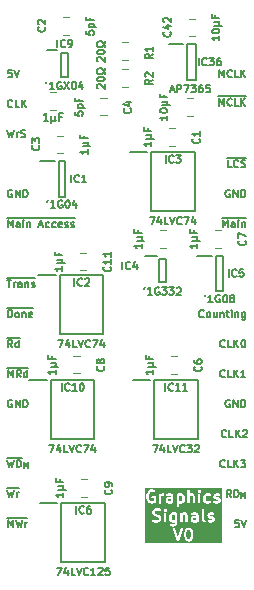
<source format=gto>
%TF.GenerationSoftware,KiCad,Pcbnew,9.0.5*%
%TF.CreationDate,2025-10-11T12:42:17+02:00*%
%TF.ProjectId,Graphics Signals,47726170-6869-4637-9320-5369676e616c,V0*%
%TF.SameCoordinates,Original*%
%TF.FileFunction,Legend,Top*%
%TF.FilePolarity,Positive*%
%FSLAX46Y46*%
G04 Gerber Fmt 4.6, Leading zero omitted, Abs format (unit mm)*
G04 Created by KiCad (PCBNEW 9.0.5) date 2025-10-11 12:42:17*
%MOMM*%
%LPD*%
G01*
G04 APERTURE LIST*
%ADD10C,0.150000*%
%ADD11C,0.200000*%
%ADD12C,0.120000*%
G04 APERTURE END LIST*
D10*
X1755731Y-2765486D02*
X1725493Y-2795725D01*
X1725493Y-2795725D02*
X1634779Y-2825963D01*
X1634779Y-2825963D02*
X1574303Y-2825963D01*
X1574303Y-2825963D02*
X1483588Y-2795725D01*
X1483588Y-2795725D02*
X1423112Y-2735248D01*
X1423112Y-2735248D02*
X1392874Y-2674772D01*
X1392874Y-2674772D02*
X1362636Y-2553820D01*
X1362636Y-2553820D02*
X1362636Y-2463105D01*
X1362636Y-2463105D02*
X1392874Y-2342153D01*
X1392874Y-2342153D02*
X1423112Y-2281677D01*
X1423112Y-2281677D02*
X1483588Y-2221201D01*
X1483588Y-2221201D02*
X1574303Y-2190963D01*
X1574303Y-2190963D02*
X1634779Y-2190963D01*
X1634779Y-2190963D02*
X1725493Y-2221201D01*
X1725493Y-2221201D02*
X1755731Y-2251439D01*
X2330255Y-2825963D02*
X2027874Y-2825963D01*
X2027874Y-2825963D02*
X2027874Y-2190963D01*
X2541922Y-2825963D02*
X2541922Y-2190963D01*
X2904779Y-2825963D02*
X2632636Y-2463105D01*
X2904779Y-2190963D02*
X2541922Y-2553820D01*
X17959505Y-20545486D02*
X17929267Y-20575725D01*
X17929267Y-20575725D02*
X17838553Y-20605963D01*
X17838553Y-20605963D02*
X17778077Y-20605963D01*
X17778077Y-20605963D02*
X17687362Y-20575725D01*
X17687362Y-20575725D02*
X17626886Y-20515248D01*
X17626886Y-20515248D02*
X17596648Y-20454772D01*
X17596648Y-20454772D02*
X17566410Y-20333820D01*
X17566410Y-20333820D02*
X17566410Y-20243105D01*
X17566410Y-20243105D02*
X17596648Y-20122153D01*
X17596648Y-20122153D02*
X17626886Y-20061677D01*
X17626886Y-20061677D02*
X17687362Y-20001201D01*
X17687362Y-20001201D02*
X17778077Y-19970963D01*
X17778077Y-19970963D02*
X17838553Y-19970963D01*
X17838553Y-19970963D02*
X17929267Y-20001201D01*
X17929267Y-20001201D02*
X17959505Y-20031439D01*
X18322362Y-20605963D02*
X18261886Y-20575725D01*
X18261886Y-20575725D02*
X18231648Y-20545486D01*
X18231648Y-20545486D02*
X18201410Y-20485010D01*
X18201410Y-20485010D02*
X18201410Y-20303582D01*
X18201410Y-20303582D02*
X18231648Y-20243105D01*
X18231648Y-20243105D02*
X18261886Y-20212867D01*
X18261886Y-20212867D02*
X18322362Y-20182629D01*
X18322362Y-20182629D02*
X18413077Y-20182629D01*
X18413077Y-20182629D02*
X18473553Y-20212867D01*
X18473553Y-20212867D02*
X18503791Y-20243105D01*
X18503791Y-20243105D02*
X18534029Y-20303582D01*
X18534029Y-20303582D02*
X18534029Y-20485010D01*
X18534029Y-20485010D02*
X18503791Y-20545486D01*
X18503791Y-20545486D02*
X18473553Y-20575725D01*
X18473553Y-20575725D02*
X18413077Y-20605963D01*
X18413077Y-20605963D02*
X18322362Y-20605963D01*
X19078315Y-20182629D02*
X19078315Y-20605963D01*
X18806172Y-20182629D02*
X18806172Y-20515248D01*
X18806172Y-20515248D02*
X18836410Y-20575725D01*
X18836410Y-20575725D02*
X18896886Y-20605963D01*
X18896886Y-20605963D02*
X18987601Y-20605963D01*
X18987601Y-20605963D02*
X19048077Y-20575725D01*
X19048077Y-20575725D02*
X19078315Y-20545486D01*
X19380696Y-20182629D02*
X19380696Y-20605963D01*
X19380696Y-20243105D02*
X19410934Y-20212867D01*
X19410934Y-20212867D02*
X19471410Y-20182629D01*
X19471410Y-20182629D02*
X19562125Y-20182629D01*
X19562125Y-20182629D02*
X19622601Y-20212867D01*
X19622601Y-20212867D02*
X19652839Y-20273344D01*
X19652839Y-20273344D02*
X19652839Y-20605963D01*
X19864506Y-20182629D02*
X20106410Y-20182629D01*
X19955220Y-19970963D02*
X19955220Y-20515248D01*
X19955220Y-20515248D02*
X19985458Y-20575725D01*
X19985458Y-20575725D02*
X20045934Y-20605963D01*
X20045934Y-20605963D02*
X20106410Y-20605963D01*
X20318077Y-20605963D02*
X20318077Y-20182629D01*
X20318077Y-19970963D02*
X20287839Y-20001201D01*
X20287839Y-20001201D02*
X20318077Y-20031439D01*
X20318077Y-20031439D02*
X20348315Y-20001201D01*
X20348315Y-20001201D02*
X20318077Y-19970963D01*
X20318077Y-19970963D02*
X20318077Y-20031439D01*
X20620458Y-20182629D02*
X20620458Y-20605963D01*
X20620458Y-20243105D02*
X20650696Y-20212867D01*
X20650696Y-20212867D02*
X20711172Y-20182629D01*
X20711172Y-20182629D02*
X20801887Y-20182629D01*
X20801887Y-20182629D02*
X20862363Y-20212867D01*
X20862363Y-20212867D02*
X20892601Y-20273344D01*
X20892601Y-20273344D02*
X20892601Y-20605963D01*
X21467125Y-20182629D02*
X21467125Y-20696677D01*
X21467125Y-20696677D02*
X21436887Y-20757153D01*
X21436887Y-20757153D02*
X21406649Y-20787391D01*
X21406649Y-20787391D02*
X21346172Y-20817629D01*
X21346172Y-20817629D02*
X21255458Y-20817629D01*
X21255458Y-20817629D02*
X21194982Y-20787391D01*
X21467125Y-20575725D02*
X21406649Y-20605963D01*
X21406649Y-20605963D02*
X21285696Y-20605963D01*
X21285696Y-20605963D02*
X21225220Y-20575725D01*
X21225220Y-20575725D02*
X21194982Y-20545486D01*
X21194982Y-20545486D02*
X21164744Y-20485010D01*
X21164744Y-20485010D02*
X21164744Y-20303582D01*
X21164744Y-20303582D02*
X21194982Y-20243105D01*
X21194982Y-20243105D02*
X21225220Y-20212867D01*
X21225220Y-20212867D02*
X21285696Y-20182629D01*
X21285696Y-20182629D02*
X21406649Y-20182629D01*
X21406649Y-20182629D02*
X21467125Y-20212867D01*
X19743553Y-25625486D02*
X19713315Y-25655725D01*
X19713315Y-25655725D02*
X19622601Y-25685963D01*
X19622601Y-25685963D02*
X19562125Y-25685963D01*
X19562125Y-25685963D02*
X19471410Y-25655725D01*
X19471410Y-25655725D02*
X19410934Y-25595248D01*
X19410934Y-25595248D02*
X19380696Y-25534772D01*
X19380696Y-25534772D02*
X19350458Y-25413820D01*
X19350458Y-25413820D02*
X19350458Y-25323105D01*
X19350458Y-25323105D02*
X19380696Y-25202153D01*
X19380696Y-25202153D02*
X19410934Y-25141677D01*
X19410934Y-25141677D02*
X19471410Y-25081201D01*
X19471410Y-25081201D02*
X19562125Y-25050963D01*
X19562125Y-25050963D02*
X19622601Y-25050963D01*
X19622601Y-25050963D02*
X19713315Y-25081201D01*
X19713315Y-25081201D02*
X19743553Y-25111439D01*
X20318077Y-25685963D02*
X20015696Y-25685963D01*
X20015696Y-25685963D02*
X20015696Y-25050963D01*
X20529744Y-25685963D02*
X20529744Y-25050963D01*
X20892601Y-25685963D02*
X20620458Y-25323105D01*
X20892601Y-25050963D02*
X20529744Y-25413820D01*
X21497363Y-25685963D02*
X21134506Y-25685963D01*
X21315934Y-25685963D02*
X21315934Y-25050963D01*
X21315934Y-25050963D02*
X21255458Y-25141677D01*
X21255458Y-25141677D02*
X21194982Y-25202153D01*
X21194982Y-25202153D02*
X21134506Y-25232391D01*
X1725493Y-27621201D02*
X1665017Y-27590963D01*
X1665017Y-27590963D02*
X1574303Y-27590963D01*
X1574303Y-27590963D02*
X1483588Y-27621201D01*
X1483588Y-27621201D02*
X1423112Y-27681677D01*
X1423112Y-27681677D02*
X1392874Y-27742153D01*
X1392874Y-27742153D02*
X1362636Y-27863105D01*
X1362636Y-27863105D02*
X1362636Y-27953820D01*
X1362636Y-27953820D02*
X1392874Y-28074772D01*
X1392874Y-28074772D02*
X1423112Y-28135248D01*
X1423112Y-28135248D02*
X1483588Y-28195725D01*
X1483588Y-28195725D02*
X1574303Y-28225963D01*
X1574303Y-28225963D02*
X1634779Y-28225963D01*
X1634779Y-28225963D02*
X1725493Y-28195725D01*
X1725493Y-28195725D02*
X1755731Y-28165486D01*
X1755731Y-28165486D02*
X1755731Y-27953820D01*
X1755731Y-27953820D02*
X1634779Y-27953820D01*
X2027874Y-28225963D02*
X2027874Y-27590963D01*
X2027874Y-27590963D02*
X2390731Y-28225963D01*
X2390731Y-28225963D02*
X2390731Y-27590963D01*
X2693112Y-28225963D02*
X2693112Y-27590963D01*
X2693112Y-27590963D02*
X2844302Y-27590963D01*
X2844302Y-27590963D02*
X2935017Y-27621201D01*
X2935017Y-27621201D02*
X2995493Y-27681677D01*
X2995493Y-27681677D02*
X3025731Y-27742153D01*
X3025731Y-27742153D02*
X3055969Y-27863105D01*
X3055969Y-27863105D02*
X3055969Y-27953820D01*
X3055969Y-27953820D02*
X3025731Y-28074772D01*
X3025731Y-28074772D02*
X2995493Y-28135248D01*
X2995493Y-28135248D02*
X2935017Y-28195725D01*
X2935017Y-28195725D02*
X2844302Y-28225963D01*
X2844302Y-28225963D02*
X2693112Y-28225963D01*
X19259744Y-2698963D02*
X19259744Y-2063963D01*
X19259744Y-2063963D02*
X19471411Y-2517534D01*
X19471411Y-2517534D02*
X19683077Y-2063963D01*
X19683077Y-2063963D02*
X19683077Y-2698963D01*
X20348315Y-2638486D02*
X20318077Y-2668725D01*
X20318077Y-2668725D02*
X20227363Y-2698963D01*
X20227363Y-2698963D02*
X20166887Y-2698963D01*
X20166887Y-2698963D02*
X20076172Y-2668725D01*
X20076172Y-2668725D02*
X20015696Y-2608248D01*
X20015696Y-2608248D02*
X19985458Y-2547772D01*
X19985458Y-2547772D02*
X19955220Y-2426820D01*
X19955220Y-2426820D02*
X19955220Y-2336105D01*
X19955220Y-2336105D02*
X19985458Y-2215153D01*
X19985458Y-2215153D02*
X20015696Y-2154677D01*
X20015696Y-2154677D02*
X20076172Y-2094201D01*
X20076172Y-2094201D02*
X20166887Y-2063963D01*
X20166887Y-2063963D02*
X20227363Y-2063963D01*
X20227363Y-2063963D02*
X20318077Y-2094201D01*
X20318077Y-2094201D02*
X20348315Y-2124439D01*
X20922839Y-2698963D02*
X20620458Y-2698963D01*
X20620458Y-2698963D02*
X20620458Y-2063963D01*
X21134506Y-2698963D02*
X21134506Y-2063963D01*
X21497363Y-2698963D02*
X21225220Y-2336105D01*
X21497363Y-2063963D02*
X21134506Y-2426820D01*
X19172054Y-1887675D02*
X21554816Y-1887675D01*
X1392874Y-20605963D02*
X1392874Y-19970963D01*
X1392874Y-19970963D02*
X1544064Y-19970963D01*
X1544064Y-19970963D02*
X1634779Y-20001201D01*
X1634779Y-20001201D02*
X1695255Y-20061677D01*
X1695255Y-20061677D02*
X1725493Y-20122153D01*
X1725493Y-20122153D02*
X1755731Y-20243105D01*
X1755731Y-20243105D02*
X1755731Y-20333820D01*
X1755731Y-20333820D02*
X1725493Y-20454772D01*
X1725493Y-20454772D02*
X1695255Y-20515248D01*
X1695255Y-20515248D02*
X1634779Y-20575725D01*
X1634779Y-20575725D02*
X1544064Y-20605963D01*
X1544064Y-20605963D02*
X1392874Y-20605963D01*
X2118588Y-20605963D02*
X2058112Y-20575725D01*
X2058112Y-20575725D02*
X2027874Y-20545486D01*
X2027874Y-20545486D02*
X1997636Y-20485010D01*
X1997636Y-20485010D02*
X1997636Y-20303582D01*
X1997636Y-20303582D02*
X2027874Y-20243105D01*
X2027874Y-20243105D02*
X2058112Y-20212867D01*
X2058112Y-20212867D02*
X2118588Y-20182629D01*
X2118588Y-20182629D02*
X2209303Y-20182629D01*
X2209303Y-20182629D02*
X2269779Y-20212867D01*
X2269779Y-20212867D02*
X2300017Y-20243105D01*
X2300017Y-20243105D02*
X2330255Y-20303582D01*
X2330255Y-20303582D02*
X2330255Y-20485010D01*
X2330255Y-20485010D02*
X2300017Y-20545486D01*
X2300017Y-20545486D02*
X2269779Y-20575725D01*
X2269779Y-20575725D02*
X2209303Y-20605963D01*
X2209303Y-20605963D02*
X2118588Y-20605963D01*
X2602398Y-20182629D02*
X2602398Y-20605963D01*
X2602398Y-20243105D02*
X2632636Y-20212867D01*
X2632636Y-20212867D02*
X2693112Y-20182629D01*
X2693112Y-20182629D02*
X2783827Y-20182629D01*
X2783827Y-20182629D02*
X2844303Y-20212867D01*
X2844303Y-20212867D02*
X2874541Y-20273344D01*
X2874541Y-20273344D02*
X2874541Y-20605963D01*
X3418827Y-20575725D02*
X3358351Y-20605963D01*
X3358351Y-20605963D02*
X3237398Y-20605963D01*
X3237398Y-20605963D02*
X3176922Y-20575725D01*
X3176922Y-20575725D02*
X3146684Y-20515248D01*
X3146684Y-20515248D02*
X3146684Y-20273344D01*
X3146684Y-20273344D02*
X3176922Y-20212867D01*
X3176922Y-20212867D02*
X3237398Y-20182629D01*
X3237398Y-20182629D02*
X3358351Y-20182629D01*
X3358351Y-20182629D02*
X3418827Y-20212867D01*
X3418827Y-20212867D02*
X3449065Y-20273344D01*
X3449065Y-20273344D02*
X3449065Y-20333820D01*
X3449065Y-20333820D02*
X3146684Y-20394296D01*
X1305184Y-19794675D02*
X3506518Y-19794675D01*
X20922839Y-37750963D02*
X20620458Y-37750963D01*
X20620458Y-37750963D02*
X20590220Y-38053344D01*
X20590220Y-38053344D02*
X20620458Y-38023105D01*
X20620458Y-38023105D02*
X20680934Y-37992867D01*
X20680934Y-37992867D02*
X20832125Y-37992867D01*
X20832125Y-37992867D02*
X20892601Y-38023105D01*
X20892601Y-38023105D02*
X20922839Y-38053344D01*
X20922839Y-38053344D02*
X20953077Y-38113820D01*
X20953077Y-38113820D02*
X20953077Y-38265010D01*
X20953077Y-38265010D02*
X20922839Y-38325486D01*
X20922839Y-38325486D02*
X20892601Y-38355725D01*
X20892601Y-38355725D02*
X20832125Y-38385963D01*
X20832125Y-38385963D02*
X20680934Y-38385963D01*
X20680934Y-38385963D02*
X20620458Y-38355725D01*
X20620458Y-38355725D02*
X20590220Y-38325486D01*
X21134506Y-37750963D02*
X21346172Y-38385963D01*
X21346172Y-38385963D02*
X21557839Y-37750963D01*
X1332398Y-35210963D02*
X1483588Y-35845963D01*
X1483588Y-35845963D02*
X1604541Y-35392391D01*
X1604541Y-35392391D02*
X1725493Y-35845963D01*
X1725493Y-35845963D02*
X1876684Y-35210963D01*
X2118588Y-35845963D02*
X2118588Y-35422629D01*
X2118588Y-35543582D02*
X2148826Y-35483105D01*
X2148826Y-35483105D02*
X2179064Y-35452867D01*
X2179064Y-35452867D02*
X2239540Y-35422629D01*
X2239540Y-35422629D02*
X2300017Y-35422629D01*
X1305184Y-35034675D02*
X2296993Y-35034675D01*
X1332398Y-4730963D02*
X1483588Y-5365963D01*
X1483588Y-5365963D02*
X1604541Y-4912391D01*
X1604541Y-4912391D02*
X1725493Y-5365963D01*
X1725493Y-5365963D02*
X1876684Y-4730963D01*
X2118588Y-5365963D02*
X2118588Y-4942629D01*
X2118588Y-5063582D02*
X2148826Y-5003105D01*
X2148826Y-5003105D02*
X2179064Y-4972867D01*
X2179064Y-4972867D02*
X2239540Y-4942629D01*
X2239540Y-4942629D02*
X2300017Y-4942629D01*
X2481445Y-5335725D02*
X2572159Y-5365963D01*
X2572159Y-5365963D02*
X2723350Y-5365963D01*
X2723350Y-5365963D02*
X2783826Y-5335725D01*
X2783826Y-5335725D02*
X2814064Y-5305486D01*
X2814064Y-5305486D02*
X2844302Y-5245010D01*
X2844302Y-5245010D02*
X2844302Y-5184534D01*
X2844302Y-5184534D02*
X2814064Y-5124058D01*
X2814064Y-5124058D02*
X2783826Y-5093820D01*
X2783826Y-5093820D02*
X2723350Y-5063582D01*
X2723350Y-5063582D02*
X2602397Y-5033344D01*
X2602397Y-5033344D02*
X2541921Y-5003105D01*
X2541921Y-5003105D02*
X2511683Y-4972867D01*
X2511683Y-4972867D02*
X2481445Y-4912391D01*
X2481445Y-4912391D02*
X2481445Y-4851915D01*
X2481445Y-4851915D02*
X2511683Y-4791439D01*
X2511683Y-4791439D02*
X2541921Y-4761201D01*
X2541921Y-4761201D02*
X2602397Y-4730963D01*
X2602397Y-4730963D02*
X2753588Y-4730963D01*
X2753588Y-4730963D02*
X2844302Y-4761201D01*
X1725493Y-9841201D02*
X1665017Y-9810963D01*
X1665017Y-9810963D02*
X1574303Y-9810963D01*
X1574303Y-9810963D02*
X1483588Y-9841201D01*
X1483588Y-9841201D02*
X1423112Y-9901677D01*
X1423112Y-9901677D02*
X1392874Y-9962153D01*
X1392874Y-9962153D02*
X1362636Y-10083105D01*
X1362636Y-10083105D02*
X1362636Y-10173820D01*
X1362636Y-10173820D02*
X1392874Y-10294772D01*
X1392874Y-10294772D02*
X1423112Y-10355248D01*
X1423112Y-10355248D02*
X1483588Y-10415725D01*
X1483588Y-10415725D02*
X1574303Y-10445963D01*
X1574303Y-10445963D02*
X1634779Y-10445963D01*
X1634779Y-10445963D02*
X1725493Y-10415725D01*
X1725493Y-10415725D02*
X1755731Y-10385486D01*
X1755731Y-10385486D02*
X1755731Y-10173820D01*
X1755731Y-10173820D02*
X1634779Y-10173820D01*
X2027874Y-10445963D02*
X2027874Y-9810963D01*
X2027874Y-9810963D02*
X2390731Y-10445963D01*
X2390731Y-10445963D02*
X2390731Y-9810963D01*
X2693112Y-10445963D02*
X2693112Y-9810963D01*
X2693112Y-9810963D02*
X2844302Y-9810963D01*
X2844302Y-9810963D02*
X2935017Y-9841201D01*
X2935017Y-9841201D02*
X2995493Y-9901677D01*
X2995493Y-9901677D02*
X3025731Y-9962153D01*
X3025731Y-9962153D02*
X3055969Y-10083105D01*
X3055969Y-10083105D02*
X3055969Y-10173820D01*
X3055969Y-10173820D02*
X3025731Y-10294772D01*
X3025731Y-10294772D02*
X2995493Y-10355248D01*
X2995493Y-10355248D02*
X2935017Y-10415725D01*
X2935017Y-10415725D02*
X2844302Y-10445963D01*
X2844302Y-10445963D02*
X2693112Y-10445963D01*
X20318077Y-7905963D02*
X20015696Y-7905963D01*
X20015696Y-7905963D02*
X20015696Y-7270963D01*
X20892601Y-7845486D02*
X20862363Y-7875725D01*
X20862363Y-7875725D02*
X20771649Y-7905963D01*
X20771649Y-7905963D02*
X20711173Y-7905963D01*
X20711173Y-7905963D02*
X20620458Y-7875725D01*
X20620458Y-7875725D02*
X20559982Y-7815248D01*
X20559982Y-7815248D02*
X20529744Y-7754772D01*
X20529744Y-7754772D02*
X20499506Y-7633820D01*
X20499506Y-7633820D02*
X20499506Y-7543105D01*
X20499506Y-7543105D02*
X20529744Y-7422153D01*
X20529744Y-7422153D02*
X20559982Y-7361677D01*
X20559982Y-7361677D02*
X20620458Y-7301201D01*
X20620458Y-7301201D02*
X20711173Y-7270963D01*
X20711173Y-7270963D02*
X20771649Y-7270963D01*
X20771649Y-7270963D02*
X20862363Y-7301201D01*
X20862363Y-7301201D02*
X20892601Y-7331439D01*
X21134506Y-7875725D02*
X21225220Y-7905963D01*
X21225220Y-7905963D02*
X21376411Y-7905963D01*
X21376411Y-7905963D02*
X21436887Y-7875725D01*
X21436887Y-7875725D02*
X21467125Y-7845486D01*
X21467125Y-7845486D02*
X21497363Y-7785010D01*
X21497363Y-7785010D02*
X21497363Y-7724534D01*
X21497363Y-7724534D02*
X21467125Y-7664058D01*
X21467125Y-7664058D02*
X21436887Y-7633820D01*
X21436887Y-7633820D02*
X21376411Y-7603582D01*
X21376411Y-7603582D02*
X21255458Y-7573344D01*
X21255458Y-7573344D02*
X21194982Y-7543105D01*
X21194982Y-7543105D02*
X21164744Y-7512867D01*
X21164744Y-7512867D02*
X21134506Y-7452391D01*
X21134506Y-7452391D02*
X21134506Y-7391915D01*
X21134506Y-7391915D02*
X21164744Y-7331439D01*
X21164744Y-7331439D02*
X21194982Y-7301201D01*
X21194982Y-7301201D02*
X21255458Y-7270963D01*
X21255458Y-7270963D02*
X21406649Y-7270963D01*
X21406649Y-7270963D02*
X21497363Y-7301201D01*
X19928006Y-7094675D02*
X21554816Y-7094675D01*
X20166887Y-9841201D02*
X20106411Y-9810963D01*
X20106411Y-9810963D02*
X20015697Y-9810963D01*
X20015697Y-9810963D02*
X19924982Y-9841201D01*
X19924982Y-9841201D02*
X19864506Y-9901677D01*
X19864506Y-9901677D02*
X19834268Y-9962153D01*
X19834268Y-9962153D02*
X19804030Y-10083105D01*
X19804030Y-10083105D02*
X19804030Y-10173820D01*
X19804030Y-10173820D02*
X19834268Y-10294772D01*
X19834268Y-10294772D02*
X19864506Y-10355248D01*
X19864506Y-10355248D02*
X19924982Y-10415725D01*
X19924982Y-10415725D02*
X20015697Y-10445963D01*
X20015697Y-10445963D02*
X20076173Y-10445963D01*
X20076173Y-10445963D02*
X20166887Y-10415725D01*
X20166887Y-10415725D02*
X20197125Y-10385486D01*
X20197125Y-10385486D02*
X20197125Y-10173820D01*
X20197125Y-10173820D02*
X20076173Y-10173820D01*
X20469268Y-10445963D02*
X20469268Y-9810963D01*
X20469268Y-9810963D02*
X20832125Y-10445963D01*
X20832125Y-10445963D02*
X20832125Y-9810963D01*
X21134506Y-10445963D02*
X21134506Y-9810963D01*
X21134506Y-9810963D02*
X21285696Y-9810963D01*
X21285696Y-9810963D02*
X21376411Y-9841201D01*
X21376411Y-9841201D02*
X21436887Y-9901677D01*
X21436887Y-9901677D02*
X21467125Y-9962153D01*
X21467125Y-9962153D02*
X21497363Y-10083105D01*
X21497363Y-10083105D02*
X21497363Y-10173820D01*
X21497363Y-10173820D02*
X21467125Y-10294772D01*
X21467125Y-10294772D02*
X21436887Y-10355248D01*
X21436887Y-10355248D02*
X21376411Y-10415725D01*
X21376411Y-10415725D02*
X21285696Y-10445963D01*
X21285696Y-10445963D02*
X21134506Y-10445963D01*
X1392874Y-38385963D02*
X1392874Y-37750963D01*
X1392874Y-37750963D02*
X1604541Y-38204534D01*
X1604541Y-38204534D02*
X1816207Y-37750963D01*
X1816207Y-37750963D02*
X1816207Y-38385963D01*
X2058112Y-37750963D02*
X2209302Y-38385963D01*
X2209302Y-38385963D02*
X2330255Y-37932391D01*
X2330255Y-37932391D02*
X2451207Y-38385963D01*
X2451207Y-38385963D02*
X2602398Y-37750963D01*
X2844302Y-38385963D02*
X2844302Y-37962629D01*
X2844302Y-38083582D02*
X2874540Y-38023105D01*
X2874540Y-38023105D02*
X2904778Y-37992867D01*
X2904778Y-37992867D02*
X2965254Y-37962629D01*
X2965254Y-37962629D02*
X3025731Y-37962629D01*
X1305184Y-37574675D02*
X3022707Y-37574675D01*
X20166887Y-27621201D02*
X20106411Y-27590963D01*
X20106411Y-27590963D02*
X20015697Y-27590963D01*
X20015697Y-27590963D02*
X19924982Y-27621201D01*
X19924982Y-27621201D02*
X19864506Y-27681677D01*
X19864506Y-27681677D02*
X19834268Y-27742153D01*
X19834268Y-27742153D02*
X19804030Y-27863105D01*
X19804030Y-27863105D02*
X19804030Y-27953820D01*
X19804030Y-27953820D02*
X19834268Y-28074772D01*
X19834268Y-28074772D02*
X19864506Y-28135248D01*
X19864506Y-28135248D02*
X19924982Y-28195725D01*
X19924982Y-28195725D02*
X20015697Y-28225963D01*
X20015697Y-28225963D02*
X20076173Y-28225963D01*
X20076173Y-28225963D02*
X20166887Y-28195725D01*
X20166887Y-28195725D02*
X20197125Y-28165486D01*
X20197125Y-28165486D02*
X20197125Y-27953820D01*
X20197125Y-27953820D02*
X20076173Y-27953820D01*
X20469268Y-28225963D02*
X20469268Y-27590963D01*
X20469268Y-27590963D02*
X20832125Y-28225963D01*
X20832125Y-28225963D02*
X20832125Y-27590963D01*
X21134506Y-28225963D02*
X21134506Y-27590963D01*
X21134506Y-27590963D02*
X21285696Y-27590963D01*
X21285696Y-27590963D02*
X21376411Y-27621201D01*
X21376411Y-27621201D02*
X21436887Y-27681677D01*
X21436887Y-27681677D02*
X21467125Y-27742153D01*
X21467125Y-27742153D02*
X21497363Y-27863105D01*
X21497363Y-27863105D02*
X21497363Y-27953820D01*
X21497363Y-27953820D02*
X21467125Y-28074772D01*
X21467125Y-28074772D02*
X21436887Y-28135248D01*
X21436887Y-28135248D02*
X21376411Y-28195725D01*
X21376411Y-28195725D02*
X21285696Y-28225963D01*
X21285696Y-28225963D02*
X21134506Y-28225963D01*
X19259744Y-285963D02*
X19259744Y349036D01*
X19259744Y349036D02*
X19471411Y-104534D01*
X19471411Y-104534D02*
X19683077Y349036D01*
X19683077Y349036D02*
X19683077Y-285963D01*
X20348315Y-225486D02*
X20318077Y-255725D01*
X20318077Y-255725D02*
X20227363Y-285963D01*
X20227363Y-285963D02*
X20166887Y-285963D01*
X20166887Y-285963D02*
X20076172Y-255725D01*
X20076172Y-255725D02*
X20015696Y-195248D01*
X20015696Y-195248D02*
X19985458Y-134772D01*
X19985458Y-134772D02*
X19955220Y-13820D01*
X19955220Y-13820D02*
X19955220Y76894D01*
X19955220Y76894D02*
X19985458Y197846D01*
X19985458Y197846D02*
X20015696Y258322D01*
X20015696Y258322D02*
X20076172Y318798D01*
X20076172Y318798D02*
X20166887Y349036D01*
X20166887Y349036D02*
X20227363Y349036D01*
X20227363Y349036D02*
X20318077Y318798D01*
X20318077Y318798D02*
X20348315Y288560D01*
X20922839Y-285963D02*
X20620458Y-285963D01*
X20620458Y-285963D02*
X20620458Y349036D01*
X21134506Y-285963D02*
X21134506Y349036D01*
X21497363Y-285963D02*
X21225220Y76894D01*
X21497363Y349036D02*
X21134506Y-13820D01*
X1392874Y-25685963D02*
X1392874Y-25050963D01*
X1392874Y-25050963D02*
X1604541Y-25504534D01*
X1604541Y-25504534D02*
X1816207Y-25050963D01*
X1816207Y-25050963D02*
X1816207Y-25685963D01*
X2481445Y-25685963D02*
X2269778Y-25383582D01*
X2118588Y-25685963D02*
X2118588Y-25050963D01*
X2118588Y-25050963D02*
X2360493Y-25050963D01*
X2360493Y-25050963D02*
X2420969Y-25081201D01*
X2420969Y-25081201D02*
X2451207Y-25111439D01*
X2451207Y-25111439D02*
X2481445Y-25171915D01*
X2481445Y-25171915D02*
X2481445Y-25262629D01*
X2481445Y-25262629D02*
X2451207Y-25323105D01*
X2451207Y-25323105D02*
X2420969Y-25353344D01*
X2420969Y-25353344D02*
X2360493Y-25383582D01*
X2360493Y-25383582D02*
X2118588Y-25383582D01*
X3025731Y-25685963D02*
X3025731Y-25050963D01*
X3025731Y-25655725D02*
X2965255Y-25685963D01*
X2965255Y-25685963D02*
X2844302Y-25685963D01*
X2844302Y-25685963D02*
X2783826Y-25655725D01*
X2783826Y-25655725D02*
X2753588Y-25625486D01*
X2753588Y-25625486D02*
X2723350Y-25565010D01*
X2723350Y-25565010D02*
X2723350Y-25383582D01*
X2723350Y-25383582D02*
X2753588Y-25323105D01*
X2753588Y-25323105D02*
X2783826Y-25292867D01*
X2783826Y-25292867D02*
X2844302Y-25262629D01*
X2844302Y-25262629D02*
X2965255Y-25262629D01*
X2965255Y-25262629D02*
X3025731Y-25292867D01*
X1305184Y-24874675D02*
X3113422Y-24874675D01*
X19743553Y-23085486D02*
X19713315Y-23115725D01*
X19713315Y-23115725D02*
X19622601Y-23145963D01*
X19622601Y-23145963D02*
X19562125Y-23145963D01*
X19562125Y-23145963D02*
X19471410Y-23115725D01*
X19471410Y-23115725D02*
X19410934Y-23055248D01*
X19410934Y-23055248D02*
X19380696Y-22994772D01*
X19380696Y-22994772D02*
X19350458Y-22873820D01*
X19350458Y-22873820D02*
X19350458Y-22783105D01*
X19350458Y-22783105D02*
X19380696Y-22662153D01*
X19380696Y-22662153D02*
X19410934Y-22601677D01*
X19410934Y-22601677D02*
X19471410Y-22541201D01*
X19471410Y-22541201D02*
X19562125Y-22510963D01*
X19562125Y-22510963D02*
X19622601Y-22510963D01*
X19622601Y-22510963D02*
X19713315Y-22541201D01*
X19713315Y-22541201D02*
X19743553Y-22571439D01*
X20318077Y-23145963D02*
X20015696Y-23145963D01*
X20015696Y-23145963D02*
X20015696Y-22510963D01*
X20529744Y-23145963D02*
X20529744Y-22510963D01*
X20892601Y-23145963D02*
X20620458Y-22783105D01*
X20892601Y-22510963D02*
X20529744Y-22873820D01*
X21285696Y-22510963D02*
X21346173Y-22510963D01*
X21346173Y-22510963D02*
X21406649Y-22541201D01*
X21406649Y-22541201D02*
X21436887Y-22571439D01*
X21436887Y-22571439D02*
X21467125Y-22631915D01*
X21467125Y-22631915D02*
X21497363Y-22752867D01*
X21497363Y-22752867D02*
X21497363Y-22904058D01*
X21497363Y-22904058D02*
X21467125Y-23025010D01*
X21467125Y-23025010D02*
X21436887Y-23085486D01*
X21436887Y-23085486D02*
X21406649Y-23115725D01*
X21406649Y-23115725D02*
X21346173Y-23145963D01*
X21346173Y-23145963D02*
X21285696Y-23145963D01*
X21285696Y-23145963D02*
X21225220Y-23115725D01*
X21225220Y-23115725D02*
X21194982Y-23085486D01*
X21194982Y-23085486D02*
X21164744Y-23025010D01*
X21164744Y-23025010D02*
X21134506Y-22904058D01*
X21134506Y-22904058D02*
X21134506Y-22752867D01*
X21134506Y-22752867D02*
X21164744Y-22631915D01*
X21164744Y-22631915D02*
X21194982Y-22571439D01*
X21194982Y-22571439D02*
X21225220Y-22541201D01*
X21225220Y-22541201D02*
X21285696Y-22510963D01*
X1302160Y-17430963D02*
X1665017Y-17430963D01*
X1483588Y-18065963D02*
X1483588Y-17430963D01*
X1876684Y-18065963D02*
X1876684Y-17642629D01*
X1876684Y-17763582D02*
X1906922Y-17703105D01*
X1906922Y-17703105D02*
X1937160Y-17672867D01*
X1937160Y-17672867D02*
X1997636Y-17642629D01*
X1997636Y-17642629D02*
X2058113Y-17642629D01*
X2541922Y-18065963D02*
X2541922Y-17733344D01*
X2541922Y-17733344D02*
X2511684Y-17672867D01*
X2511684Y-17672867D02*
X2451208Y-17642629D01*
X2451208Y-17642629D02*
X2330255Y-17642629D01*
X2330255Y-17642629D02*
X2269779Y-17672867D01*
X2541922Y-18035725D02*
X2481446Y-18065963D01*
X2481446Y-18065963D02*
X2330255Y-18065963D01*
X2330255Y-18065963D02*
X2269779Y-18035725D01*
X2269779Y-18035725D02*
X2239541Y-17975248D01*
X2239541Y-17975248D02*
X2239541Y-17914772D01*
X2239541Y-17914772D02*
X2269779Y-17854296D01*
X2269779Y-17854296D02*
X2330255Y-17824058D01*
X2330255Y-17824058D02*
X2481446Y-17824058D01*
X2481446Y-17824058D02*
X2541922Y-17793820D01*
X2844303Y-17642629D02*
X2844303Y-18065963D01*
X2844303Y-17703105D02*
X2874541Y-17672867D01*
X2874541Y-17672867D02*
X2935017Y-17642629D01*
X2935017Y-17642629D02*
X3025732Y-17642629D01*
X3025732Y-17642629D02*
X3086208Y-17672867D01*
X3086208Y-17672867D02*
X3116446Y-17733344D01*
X3116446Y-17733344D02*
X3116446Y-18065963D01*
X3388589Y-18035725D02*
X3449065Y-18065963D01*
X3449065Y-18065963D02*
X3570017Y-18065963D01*
X3570017Y-18065963D02*
X3630494Y-18035725D01*
X3630494Y-18035725D02*
X3660732Y-17975248D01*
X3660732Y-17975248D02*
X3660732Y-17945010D01*
X3660732Y-17945010D02*
X3630494Y-17884534D01*
X3630494Y-17884534D02*
X3570017Y-17854296D01*
X3570017Y-17854296D02*
X3479303Y-17854296D01*
X3479303Y-17854296D02*
X3418827Y-17824058D01*
X3418827Y-17824058D02*
X3388589Y-17763582D01*
X3388589Y-17763582D02*
X3388589Y-17733344D01*
X3388589Y-17733344D02*
X3418827Y-17672867D01*
X3418827Y-17672867D02*
X3479303Y-17642629D01*
X3479303Y-17642629D02*
X3570017Y-17642629D01*
X3570017Y-17642629D02*
X3630494Y-17672867D01*
X1305184Y-17254675D02*
X3718185Y-17254675D01*
X19870553Y-30705486D02*
X19840315Y-30735725D01*
X19840315Y-30735725D02*
X19749601Y-30765963D01*
X19749601Y-30765963D02*
X19689125Y-30765963D01*
X19689125Y-30765963D02*
X19598410Y-30735725D01*
X19598410Y-30735725D02*
X19537934Y-30675248D01*
X19537934Y-30675248D02*
X19507696Y-30614772D01*
X19507696Y-30614772D02*
X19477458Y-30493820D01*
X19477458Y-30493820D02*
X19477458Y-30403105D01*
X19477458Y-30403105D02*
X19507696Y-30282153D01*
X19507696Y-30282153D02*
X19537934Y-30221677D01*
X19537934Y-30221677D02*
X19598410Y-30161201D01*
X19598410Y-30161201D02*
X19689125Y-30130963D01*
X19689125Y-30130963D02*
X19749601Y-30130963D01*
X19749601Y-30130963D02*
X19840315Y-30161201D01*
X19840315Y-30161201D02*
X19870553Y-30191439D01*
X20445077Y-30765963D02*
X20142696Y-30765963D01*
X20142696Y-30765963D02*
X20142696Y-30130963D01*
X20656744Y-30765963D02*
X20656744Y-30130963D01*
X21019601Y-30765963D02*
X20747458Y-30403105D01*
X21019601Y-30130963D02*
X20656744Y-30493820D01*
X21261506Y-30191439D02*
X21291744Y-30161201D01*
X21291744Y-30161201D02*
X21352220Y-30130963D01*
X21352220Y-30130963D02*
X21503411Y-30130963D01*
X21503411Y-30130963D02*
X21563887Y-30161201D01*
X21563887Y-30161201D02*
X21594125Y-30191439D01*
X21594125Y-30191439D02*
X21624363Y-30251915D01*
X21624363Y-30251915D02*
X21624363Y-30312391D01*
X21624363Y-30312391D02*
X21594125Y-30403105D01*
X21594125Y-30403105D02*
X21231268Y-30765963D01*
X21231268Y-30765963D02*
X21624363Y-30765963D01*
X1695255Y349036D02*
X1392874Y349036D01*
X1392874Y349036D02*
X1362636Y46655D01*
X1362636Y46655D02*
X1392874Y76894D01*
X1392874Y76894D02*
X1453350Y107132D01*
X1453350Y107132D02*
X1604541Y107132D01*
X1604541Y107132D02*
X1665017Y76894D01*
X1665017Y76894D02*
X1695255Y46655D01*
X1695255Y46655D02*
X1725493Y-13820D01*
X1725493Y-13820D02*
X1725493Y-165010D01*
X1725493Y-165010D02*
X1695255Y-225486D01*
X1695255Y-225486D02*
X1665017Y-255725D01*
X1665017Y-255725D02*
X1604541Y-285963D01*
X1604541Y-285963D02*
X1453350Y-285963D01*
X1453350Y-285963D02*
X1392874Y-255725D01*
X1392874Y-255725D02*
X1362636Y-225486D01*
X1906922Y349036D02*
X2118588Y-285963D01*
X2118588Y-285963D02*
X2330255Y349036D01*
X1755731Y-23145963D02*
X1544064Y-22843582D01*
X1392874Y-23145963D02*
X1392874Y-22510963D01*
X1392874Y-22510963D02*
X1634779Y-22510963D01*
X1634779Y-22510963D02*
X1695255Y-22541201D01*
X1695255Y-22541201D02*
X1725493Y-22571439D01*
X1725493Y-22571439D02*
X1755731Y-22631915D01*
X1755731Y-22631915D02*
X1755731Y-22722629D01*
X1755731Y-22722629D02*
X1725493Y-22783105D01*
X1725493Y-22783105D02*
X1695255Y-22813344D01*
X1695255Y-22813344D02*
X1634779Y-22843582D01*
X1634779Y-22843582D02*
X1392874Y-22843582D01*
X2300017Y-23145963D02*
X2300017Y-22510963D01*
X2300017Y-23115725D02*
X2239541Y-23145963D01*
X2239541Y-23145963D02*
X2118588Y-23145963D01*
X2118588Y-23145963D02*
X2058112Y-23115725D01*
X2058112Y-23115725D02*
X2027874Y-23085486D01*
X2027874Y-23085486D02*
X1997636Y-23025010D01*
X1997636Y-23025010D02*
X1997636Y-22843582D01*
X1997636Y-22843582D02*
X2027874Y-22783105D01*
X2027874Y-22783105D02*
X2058112Y-22752867D01*
X2058112Y-22752867D02*
X2118588Y-22722629D01*
X2118588Y-22722629D02*
X2239541Y-22722629D01*
X2239541Y-22722629D02*
X2300017Y-22752867D01*
X1305184Y-22334675D02*
X2387708Y-22334675D01*
X20281792Y-35845963D02*
X20070125Y-35543582D01*
X19918935Y-35845963D02*
X19918935Y-35210963D01*
X19918935Y-35210963D02*
X20160840Y-35210963D01*
X20160840Y-35210963D02*
X20221316Y-35241201D01*
X20221316Y-35241201D02*
X20251554Y-35271439D01*
X20251554Y-35271439D02*
X20281792Y-35331915D01*
X20281792Y-35331915D02*
X20281792Y-35422629D01*
X20281792Y-35422629D02*
X20251554Y-35483105D01*
X20251554Y-35483105D02*
X20221316Y-35513344D01*
X20221316Y-35513344D02*
X20160840Y-35543582D01*
X20160840Y-35543582D02*
X19918935Y-35543582D01*
X20553935Y-35845963D02*
X20553935Y-35210963D01*
X20553935Y-35210963D02*
X20705125Y-35210963D01*
X20705125Y-35210963D02*
X20795840Y-35241201D01*
X20795840Y-35241201D02*
X20856316Y-35301677D01*
X20856316Y-35301677D02*
X20886554Y-35362153D01*
X20886554Y-35362153D02*
X20916792Y-35483105D01*
X20916792Y-35483105D02*
X20916792Y-35573820D01*
X20916792Y-35573820D02*
X20886554Y-35694772D01*
X20886554Y-35694772D02*
X20856316Y-35755248D01*
X20856316Y-35755248D02*
X20795840Y-35815725D01*
X20795840Y-35815725D02*
X20705125Y-35845963D01*
X20705125Y-35845963D02*
X20553935Y-35845963D01*
X21158697Y-35916115D02*
X21158697Y-35408115D01*
X21158697Y-35408115D02*
X21328030Y-35770972D01*
X21328030Y-35770972D02*
X21497364Y-35408115D01*
X21497364Y-35408115D02*
X21497364Y-35916115D01*
X1332398Y-32670963D02*
X1483588Y-33305963D01*
X1483588Y-33305963D02*
X1604541Y-32852391D01*
X1604541Y-32852391D02*
X1725493Y-33305963D01*
X1725493Y-33305963D02*
X1876684Y-32670963D01*
X2118588Y-33305963D02*
X2118588Y-32670963D01*
X2118588Y-32670963D02*
X2269778Y-32670963D01*
X2269778Y-32670963D02*
X2360493Y-32701201D01*
X2360493Y-32701201D02*
X2420969Y-32761677D01*
X2420969Y-32761677D02*
X2451207Y-32822153D01*
X2451207Y-32822153D02*
X2481445Y-32943105D01*
X2481445Y-32943105D02*
X2481445Y-33033820D01*
X2481445Y-33033820D02*
X2451207Y-33154772D01*
X2451207Y-33154772D02*
X2420969Y-33215248D01*
X2420969Y-33215248D02*
X2360493Y-33275725D01*
X2360493Y-33275725D02*
X2269778Y-33305963D01*
X2269778Y-33305963D02*
X2118588Y-33305963D01*
X1305184Y-32494675D02*
X2538898Y-32494675D01*
X2723350Y-33376115D02*
X2723350Y-32868115D01*
X2723350Y-32868115D02*
X2892683Y-33230972D01*
X2892683Y-33230972D02*
X3062017Y-32868115D01*
X3062017Y-32868115D02*
X3062017Y-33376115D01*
X1392874Y-12985963D02*
X1392874Y-12350963D01*
X1392874Y-12350963D02*
X1604541Y-12804534D01*
X1604541Y-12804534D02*
X1816207Y-12350963D01*
X1816207Y-12350963D02*
X1816207Y-12985963D01*
X2390731Y-12985963D02*
X2390731Y-12653344D01*
X2390731Y-12653344D02*
X2360493Y-12592867D01*
X2360493Y-12592867D02*
X2300017Y-12562629D01*
X2300017Y-12562629D02*
X2179064Y-12562629D01*
X2179064Y-12562629D02*
X2118588Y-12592867D01*
X2390731Y-12955725D02*
X2330255Y-12985963D01*
X2330255Y-12985963D02*
X2179064Y-12985963D01*
X2179064Y-12985963D02*
X2118588Y-12955725D01*
X2118588Y-12955725D02*
X2088350Y-12895248D01*
X2088350Y-12895248D02*
X2088350Y-12834772D01*
X2088350Y-12834772D02*
X2118588Y-12774296D01*
X2118588Y-12774296D02*
X2179064Y-12744058D01*
X2179064Y-12744058D02*
X2330255Y-12744058D01*
X2330255Y-12744058D02*
X2390731Y-12713820D01*
X2693112Y-12985963D02*
X2693112Y-12562629D01*
X2693112Y-12350963D02*
X2662874Y-12381201D01*
X2662874Y-12381201D02*
X2693112Y-12411439D01*
X2693112Y-12411439D02*
X2723350Y-12381201D01*
X2723350Y-12381201D02*
X2693112Y-12350963D01*
X2693112Y-12350963D02*
X2693112Y-12411439D01*
X2995493Y-12562629D02*
X2995493Y-12985963D01*
X2995493Y-12623105D02*
X3025731Y-12592867D01*
X3025731Y-12592867D02*
X3086207Y-12562629D01*
X3086207Y-12562629D02*
X3176922Y-12562629D01*
X3176922Y-12562629D02*
X3237398Y-12592867D01*
X3237398Y-12592867D02*
X3267636Y-12653344D01*
X3267636Y-12653344D02*
X3267636Y-12985963D01*
X4023589Y-12804534D02*
X4325970Y-12804534D01*
X3963113Y-12985963D02*
X4174779Y-12350963D01*
X4174779Y-12350963D02*
X4386446Y-12985963D01*
X4870256Y-12955725D02*
X4809780Y-12985963D01*
X4809780Y-12985963D02*
X4688827Y-12985963D01*
X4688827Y-12985963D02*
X4628351Y-12955725D01*
X4628351Y-12955725D02*
X4598113Y-12925486D01*
X4598113Y-12925486D02*
X4567875Y-12865010D01*
X4567875Y-12865010D02*
X4567875Y-12683582D01*
X4567875Y-12683582D02*
X4598113Y-12623105D01*
X4598113Y-12623105D02*
X4628351Y-12592867D01*
X4628351Y-12592867D02*
X4688827Y-12562629D01*
X4688827Y-12562629D02*
X4809780Y-12562629D01*
X4809780Y-12562629D02*
X4870256Y-12592867D01*
X5414542Y-12955725D02*
X5354066Y-12985963D01*
X5354066Y-12985963D02*
X5233113Y-12985963D01*
X5233113Y-12985963D02*
X5172637Y-12955725D01*
X5172637Y-12955725D02*
X5142399Y-12925486D01*
X5142399Y-12925486D02*
X5112161Y-12865010D01*
X5112161Y-12865010D02*
X5112161Y-12683582D01*
X5112161Y-12683582D02*
X5142399Y-12623105D01*
X5142399Y-12623105D02*
X5172637Y-12592867D01*
X5172637Y-12592867D02*
X5233113Y-12562629D01*
X5233113Y-12562629D02*
X5354066Y-12562629D01*
X5354066Y-12562629D02*
X5414542Y-12592867D01*
X5928590Y-12955725D02*
X5868114Y-12985963D01*
X5868114Y-12985963D02*
X5747161Y-12985963D01*
X5747161Y-12985963D02*
X5686685Y-12955725D01*
X5686685Y-12955725D02*
X5656447Y-12895248D01*
X5656447Y-12895248D02*
X5656447Y-12653344D01*
X5656447Y-12653344D02*
X5686685Y-12592867D01*
X5686685Y-12592867D02*
X5747161Y-12562629D01*
X5747161Y-12562629D02*
X5868114Y-12562629D01*
X5868114Y-12562629D02*
X5928590Y-12592867D01*
X5928590Y-12592867D02*
X5958828Y-12653344D01*
X5958828Y-12653344D02*
X5958828Y-12713820D01*
X5958828Y-12713820D02*
X5656447Y-12774296D01*
X6200733Y-12955725D02*
X6261209Y-12985963D01*
X6261209Y-12985963D02*
X6382161Y-12985963D01*
X6382161Y-12985963D02*
X6442638Y-12955725D01*
X6442638Y-12955725D02*
X6472876Y-12895248D01*
X6472876Y-12895248D02*
X6472876Y-12865010D01*
X6472876Y-12865010D02*
X6442638Y-12804534D01*
X6442638Y-12804534D02*
X6382161Y-12774296D01*
X6382161Y-12774296D02*
X6291447Y-12774296D01*
X6291447Y-12774296D02*
X6230971Y-12744058D01*
X6230971Y-12744058D02*
X6200733Y-12683582D01*
X6200733Y-12683582D02*
X6200733Y-12653344D01*
X6200733Y-12653344D02*
X6230971Y-12592867D01*
X6230971Y-12592867D02*
X6291447Y-12562629D01*
X6291447Y-12562629D02*
X6382161Y-12562629D01*
X6382161Y-12562629D02*
X6442638Y-12592867D01*
X6714781Y-12955725D02*
X6775257Y-12985963D01*
X6775257Y-12985963D02*
X6896209Y-12985963D01*
X6896209Y-12985963D02*
X6956686Y-12955725D01*
X6956686Y-12955725D02*
X6986924Y-12895248D01*
X6986924Y-12895248D02*
X6986924Y-12865010D01*
X6986924Y-12865010D02*
X6956686Y-12804534D01*
X6956686Y-12804534D02*
X6896209Y-12774296D01*
X6896209Y-12774296D02*
X6805495Y-12774296D01*
X6805495Y-12774296D02*
X6745019Y-12744058D01*
X6745019Y-12744058D02*
X6714781Y-12683582D01*
X6714781Y-12683582D02*
X6714781Y-12653344D01*
X6714781Y-12653344D02*
X6745019Y-12592867D01*
X6745019Y-12592867D02*
X6805495Y-12562629D01*
X6805495Y-12562629D02*
X6896209Y-12562629D01*
X6896209Y-12562629D02*
X6956686Y-12592867D01*
X1305184Y-12174675D02*
X7044377Y-12174675D01*
D11*
G36*
X16768192Y-38621024D02*
G01*
X16792861Y-38645692D01*
X16828314Y-38716599D01*
X16870285Y-38884480D01*
X16870285Y-39097956D01*
X16828314Y-39265837D01*
X16792861Y-39336743D01*
X16768192Y-39361413D01*
X16708583Y-39391219D01*
X16660559Y-39391219D01*
X16600949Y-39361414D01*
X16576282Y-39336746D01*
X16540827Y-39265837D01*
X16498857Y-39097956D01*
X16498857Y-38884481D01*
X16540827Y-38716599D01*
X16576281Y-38645692D01*
X16600949Y-38621023D01*
X16660559Y-38591219D01*
X16708583Y-38591219D01*
X16768192Y-38621024D01*
G37*
G36*
X15513142Y-37324030D02*
G01*
X15513142Y-37771852D01*
X15494297Y-37781275D01*
X15351035Y-37781275D01*
X15291425Y-37751470D01*
X15266758Y-37726802D01*
X15236952Y-37667190D01*
X15236952Y-37428691D01*
X15266757Y-37369081D01*
X15291425Y-37344412D01*
X15351035Y-37314608D01*
X15494297Y-37314608D01*
X15513142Y-37324030D01*
G37*
G36*
X17322666Y-37771852D02*
G01*
X17303821Y-37781275D01*
X17112940Y-37781275D01*
X17068630Y-37759120D01*
X17046476Y-37714810D01*
X17046476Y-37666786D01*
X17068631Y-37622476D01*
X17112940Y-37600322D01*
X17322666Y-37600322D01*
X17322666Y-37771852D01*
G37*
G36*
X16101526Y-35734469D02*
G01*
X16126195Y-35759137D01*
X16156000Y-35818747D01*
X16156000Y-36057247D01*
X16126195Y-36116855D01*
X16101526Y-36141525D01*
X16041917Y-36171331D01*
X15898655Y-36171331D01*
X15879810Y-36161908D01*
X15879810Y-35714086D01*
X15898655Y-35704664D01*
X16041917Y-35704664D01*
X16101526Y-35734469D01*
G37*
G36*
X15203619Y-36161908D02*
G01*
X15184774Y-36171331D01*
X14993893Y-36171331D01*
X14949583Y-36149176D01*
X14927429Y-36104866D01*
X14927429Y-36056842D01*
X14949584Y-36012532D01*
X14993893Y-35990378D01*
X15203619Y-35990378D01*
X15203619Y-36161908D01*
G37*
G36*
X19514730Y-39702330D02*
G01*
X12997270Y-39702330D01*
X12997270Y-38503726D01*
X15347261Y-38503726D01*
X15351608Y-38522842D01*
X15684941Y-39522841D01*
X15692932Y-39540742D01*
X15697615Y-39546141D01*
X15700810Y-39552531D01*
X15710281Y-39560746D01*
X15718497Y-39570218D01*
X15724885Y-39573412D01*
X15730286Y-39578096D01*
X15742187Y-39582063D01*
X15753396Y-39587667D01*
X15760520Y-39588173D01*
X15767302Y-39590434D01*
X15779811Y-39589544D01*
X15792316Y-39590434D01*
X15799094Y-39588174D01*
X15806222Y-39587668D01*
X15817438Y-39582059D01*
X15829332Y-39578095D01*
X15834729Y-39573414D01*
X15841121Y-39570218D01*
X15849339Y-39560742D01*
X15858808Y-39552530D01*
X15862001Y-39546143D01*
X15866686Y-39540742D01*
X15874677Y-39522842D01*
X16091567Y-38872171D01*
X16298857Y-38872171D01*
X16298857Y-39110266D01*
X16299192Y-39113668D01*
X16298975Y-39115127D01*
X16300054Y-39122424D01*
X16300778Y-39129775D01*
X16301342Y-39131138D01*
X16301843Y-39134520D01*
X16349462Y-39324995D01*
X16349975Y-39326432D01*
X16350027Y-39327155D01*
X16353135Y-39335279D01*
X16356057Y-39343456D01*
X16356487Y-39344036D01*
X16357033Y-39345463D01*
X16404652Y-39440701D01*
X16409935Y-39449093D01*
X16410947Y-39451537D01*
X16413203Y-39454286D01*
X16415095Y-39457291D01*
X16417089Y-39459020D01*
X16423384Y-39466690D01*
X16471002Y-39514310D01*
X16478670Y-39520603D01*
X16480402Y-39522600D01*
X16483410Y-39524493D01*
X16486156Y-39526747D01*
X16488596Y-39527757D01*
X16496993Y-39533043D01*
X16592230Y-39580662D01*
X16610539Y-39587668D01*
X16614122Y-39587922D01*
X16617443Y-39589298D01*
X16636952Y-39591219D01*
X16732190Y-39591219D01*
X16751699Y-39589298D01*
X16755019Y-39587922D01*
X16758603Y-39587668D01*
X16776911Y-39580662D01*
X16872149Y-39533043D01*
X16880544Y-39527758D01*
X16882986Y-39526747D01*
X16885733Y-39524491D01*
X16888739Y-39522600D01*
X16890469Y-39520605D01*
X16898139Y-39514310D01*
X16945758Y-39466690D01*
X16952050Y-39459023D01*
X16954047Y-39457292D01*
X16955940Y-39454284D01*
X16958195Y-39451537D01*
X16959206Y-39449095D01*
X16964490Y-39440701D01*
X17012109Y-39345464D01*
X17012655Y-39344035D01*
X17013085Y-39343456D01*
X17016006Y-39335279D01*
X17019115Y-39327155D01*
X17019166Y-39326434D01*
X17019680Y-39324996D01*
X17067299Y-39134520D01*
X17067799Y-39131138D01*
X17068364Y-39129775D01*
X17069087Y-39122424D01*
X17070167Y-39115127D01*
X17069949Y-39113668D01*
X17070285Y-39110266D01*
X17070285Y-38872171D01*
X17069949Y-38868768D01*
X17070167Y-38867310D01*
X17069087Y-38860012D01*
X17068364Y-38852662D01*
X17067799Y-38851298D01*
X17067299Y-38847917D01*
X17019680Y-38657441D01*
X17019166Y-38656002D01*
X17019115Y-38655282D01*
X17016006Y-38647157D01*
X17013085Y-38638981D01*
X17012655Y-38638401D01*
X17012109Y-38636973D01*
X16964490Y-38541736D01*
X16959204Y-38533339D01*
X16958194Y-38530899D01*
X16955940Y-38528153D01*
X16954047Y-38525145D01*
X16952049Y-38523412D01*
X16945757Y-38515746D01*
X16898139Y-38468127D01*
X16890468Y-38461832D01*
X16888739Y-38459838D01*
X16885731Y-38457944D01*
X16882985Y-38455691D01*
X16880545Y-38454680D01*
X16872149Y-38449395D01*
X16776911Y-38401776D01*
X16758603Y-38394770D01*
X16755019Y-38394515D01*
X16751699Y-38393140D01*
X16732190Y-38391219D01*
X16636952Y-38391219D01*
X16617443Y-38393140D01*
X16614122Y-38394515D01*
X16610539Y-38394770D01*
X16592230Y-38401776D01*
X16496993Y-38449395D01*
X16488596Y-38454680D01*
X16486156Y-38455691D01*
X16483410Y-38457944D01*
X16480402Y-38459838D01*
X16478669Y-38461835D01*
X16471003Y-38468128D01*
X16423384Y-38515746D01*
X16417089Y-38523416D01*
X16415095Y-38525146D01*
X16413201Y-38528153D01*
X16410948Y-38530900D01*
X16409937Y-38533339D01*
X16404652Y-38541736D01*
X16357033Y-38636974D01*
X16356487Y-38638400D01*
X16356057Y-38638981D01*
X16353135Y-38647157D01*
X16350027Y-38655282D01*
X16349975Y-38656004D01*
X16349462Y-38657442D01*
X16301843Y-38847917D01*
X16301342Y-38851298D01*
X16300778Y-38852662D01*
X16300054Y-38860012D01*
X16298975Y-38867310D01*
X16299192Y-38868768D01*
X16298857Y-38872171D01*
X16091567Y-38872171D01*
X16208010Y-38522842D01*
X16212357Y-38503727D01*
X16209591Y-38464807D01*
X16192141Y-38429908D01*
X16162665Y-38404343D01*
X16125649Y-38392004D01*
X16086729Y-38394771D01*
X16051830Y-38412220D01*
X16026265Y-38441696D01*
X16018274Y-38459597D01*
X15779809Y-39174991D01*
X15541344Y-38459596D01*
X15533353Y-38441696D01*
X15507788Y-38412220D01*
X15472889Y-38394770D01*
X15433969Y-38392004D01*
X15396953Y-38404342D01*
X15367477Y-38429907D01*
X15350027Y-38464806D01*
X15347261Y-38503726D01*
X12997270Y-38503726D01*
X12997270Y-37071751D01*
X13608381Y-37071751D01*
X13608381Y-37166989D01*
X13610302Y-37186498D01*
X13611677Y-37189818D01*
X13611932Y-37193402D01*
X13618938Y-37211710D01*
X13666557Y-37306948D01*
X13671842Y-37315344D01*
X13672853Y-37317784D01*
X13675106Y-37320530D01*
X13677000Y-37323538D01*
X13678994Y-37325267D01*
X13685289Y-37332938D01*
X13732908Y-37380556D01*
X13740574Y-37386848D01*
X13742307Y-37388846D01*
X13745315Y-37390739D01*
X13748061Y-37392993D01*
X13750501Y-37394003D01*
X13758898Y-37399289D01*
X13854135Y-37446908D01*
X13855563Y-37447454D01*
X13856143Y-37447884D01*
X13864319Y-37450805D01*
X13872444Y-37453914D01*
X13873164Y-37453965D01*
X13874603Y-37454479D01*
X14054428Y-37499435D01*
X14125335Y-37534889D01*
X14150004Y-37559557D01*
X14179809Y-37619167D01*
X14179809Y-37667191D01*
X14150004Y-37726799D01*
X14125335Y-37751469D01*
X14065726Y-37781275D01*
X13867464Y-37781275D01*
X13740004Y-37738788D01*
X13720888Y-37734441D01*
X13681968Y-37737207D01*
X13647069Y-37754657D01*
X13621504Y-37784133D01*
X13609166Y-37821149D01*
X13611932Y-37860069D01*
X13629382Y-37894968D01*
X13658858Y-37920533D01*
X13676758Y-37928524D01*
X13819615Y-37976143D01*
X13829287Y-37978342D01*
X13831729Y-37979354D01*
X13835266Y-37979702D01*
X13838730Y-37980490D01*
X13841364Y-37980302D01*
X13851238Y-37981275D01*
X14089333Y-37981275D01*
X14108842Y-37979354D01*
X14112162Y-37977978D01*
X14115746Y-37977724D01*
X14134054Y-37970718D01*
X14229292Y-37923099D01*
X14237687Y-37917814D01*
X14240129Y-37916803D01*
X14242876Y-37914547D01*
X14245882Y-37912656D01*
X14247612Y-37910661D01*
X14255282Y-37904366D01*
X14302901Y-37856746D01*
X14309193Y-37849079D01*
X14311190Y-37847348D01*
X14313083Y-37844340D01*
X14315338Y-37841593D01*
X14316349Y-37839151D01*
X14321633Y-37830757D01*
X14369252Y-37735520D01*
X14376258Y-37717211D01*
X14376512Y-37713627D01*
X14377888Y-37710307D01*
X14379809Y-37690798D01*
X14379809Y-37595560D01*
X14377888Y-37576051D01*
X14376512Y-37572730D01*
X14376258Y-37569147D01*
X14369252Y-37550838D01*
X14321633Y-37455601D01*
X14316347Y-37447204D01*
X14315337Y-37444764D01*
X14313083Y-37442018D01*
X14311190Y-37439010D01*
X14309192Y-37437277D01*
X14302900Y-37429611D01*
X14255282Y-37381992D01*
X14247611Y-37375697D01*
X14245882Y-37373703D01*
X14242874Y-37371809D01*
X14240128Y-37369556D01*
X14237688Y-37368545D01*
X14229292Y-37363260D01*
X14134054Y-37315641D01*
X14132627Y-37315095D01*
X14132047Y-37314665D01*
X14123870Y-37311743D01*
X14115746Y-37308635D01*
X14115023Y-37308583D01*
X14113586Y-37308070D01*
X13933761Y-37263113D01*
X13862854Y-37227660D01*
X13849803Y-37214608D01*
X14608381Y-37214608D01*
X14608381Y-37881275D01*
X14610302Y-37900784D01*
X14625234Y-37936832D01*
X14652824Y-37964422D01*
X14688872Y-37979354D01*
X14727890Y-37979354D01*
X14763938Y-37964422D01*
X14791528Y-37936832D01*
X14806460Y-37900784D01*
X14808381Y-37881275D01*
X14808381Y-37405084D01*
X15036952Y-37405084D01*
X15036952Y-37690798D01*
X15038873Y-37710307D01*
X15040248Y-37713627D01*
X15040503Y-37717211D01*
X15047509Y-37735519D01*
X15095128Y-37830757D01*
X15100411Y-37839149D01*
X15101423Y-37841593D01*
X15103679Y-37844342D01*
X15105571Y-37847347D01*
X15107565Y-37849076D01*
X15113860Y-37856746D01*
X15161478Y-37904366D01*
X15169146Y-37910659D01*
X15170878Y-37912656D01*
X15173886Y-37914549D01*
X15176632Y-37916803D01*
X15179072Y-37917813D01*
X15187469Y-37923099D01*
X15282706Y-37970718D01*
X15301015Y-37977724D01*
X15304598Y-37977978D01*
X15307919Y-37979354D01*
X15327428Y-37981275D01*
X15513142Y-37981275D01*
X15513142Y-38000525D01*
X15483337Y-38060134D01*
X15458668Y-38084802D01*
X15399059Y-38114608D01*
X15303416Y-38114608D01*
X15229292Y-38077546D01*
X15210984Y-38070540D01*
X15172064Y-38067774D01*
X15135048Y-38080113D01*
X15105571Y-38105677D01*
X15088122Y-38140576D01*
X15085356Y-38179496D01*
X15097695Y-38216512D01*
X15123259Y-38245989D01*
X15139850Y-38256432D01*
X15235087Y-38304051D01*
X15253396Y-38311057D01*
X15256979Y-38311311D01*
X15260300Y-38312687D01*
X15279809Y-38314608D01*
X15422666Y-38314608D01*
X15442175Y-38312687D01*
X15445495Y-38311311D01*
X15449079Y-38311057D01*
X15467387Y-38304051D01*
X15562625Y-38256432D01*
X15571021Y-38251146D01*
X15573461Y-38250136D01*
X15576207Y-38247882D01*
X15579215Y-38245989D01*
X15580944Y-38243994D01*
X15588615Y-38237700D01*
X15636233Y-38190081D01*
X15642525Y-38182414D01*
X15644523Y-38180682D01*
X15646416Y-38177673D01*
X15648670Y-38174928D01*
X15649680Y-38172487D01*
X15654966Y-38164091D01*
X15702585Y-38068854D01*
X15709591Y-38050545D01*
X15709845Y-38046961D01*
X15711221Y-38043641D01*
X15713142Y-38024132D01*
X15713142Y-37214608D01*
X15989333Y-37214608D01*
X15989333Y-37881275D01*
X15991254Y-37900784D01*
X16006186Y-37936832D01*
X16033776Y-37964422D01*
X16069824Y-37979354D01*
X16108842Y-37979354D01*
X16144890Y-37964422D01*
X16172480Y-37936832D01*
X16187412Y-37900784D01*
X16189333Y-37881275D01*
X16189333Y-37351267D01*
X16196187Y-37344412D01*
X16255797Y-37314608D01*
X16351440Y-37314608D01*
X16395749Y-37336763D01*
X16417904Y-37381072D01*
X16417904Y-37881275D01*
X16419825Y-37900784D01*
X16434757Y-37936832D01*
X16462347Y-37964422D01*
X16498395Y-37979354D01*
X16537413Y-37979354D01*
X16573461Y-37964422D01*
X16601051Y-37936832D01*
X16615983Y-37900784D01*
X16617904Y-37881275D01*
X16617904Y-37643179D01*
X16846476Y-37643179D01*
X16846476Y-37738417D01*
X16848397Y-37757926D01*
X16849772Y-37761246D01*
X16850027Y-37764829D01*
X16857033Y-37783138D01*
X16904652Y-37878377D01*
X16906705Y-37881640D01*
X16907219Y-37883179D01*
X16908881Y-37885095D01*
X16915095Y-37894967D01*
X16924566Y-37903181D01*
X16932783Y-37912656D01*
X16942653Y-37918868D01*
X16944571Y-37920532D01*
X16946111Y-37921045D01*
X16949374Y-37923099D01*
X17044611Y-37970718D01*
X17062920Y-37977724D01*
X17066503Y-37977978D01*
X17069824Y-37979354D01*
X17089333Y-37981275D01*
X17327428Y-37981275D01*
X17346937Y-37979354D01*
X17350257Y-37977978D01*
X17353841Y-37977724D01*
X17372149Y-37970718D01*
X17376752Y-37968416D01*
X17403157Y-37979354D01*
X17442175Y-37979354D01*
X17478223Y-37964422D01*
X17505813Y-37936832D01*
X17520745Y-37900784D01*
X17522666Y-37881275D01*
X17522666Y-37357465D01*
X17520745Y-37337956D01*
X17519369Y-37334635D01*
X17519115Y-37331052D01*
X17512109Y-37312743D01*
X17464490Y-37217506D01*
X17462435Y-37214242D01*
X17461923Y-37212704D01*
X17460261Y-37210788D01*
X17454047Y-37200915D01*
X17444571Y-37192697D01*
X17436358Y-37183227D01*
X17426486Y-37177013D01*
X17424570Y-37175351D01*
X17423031Y-37174837D01*
X17419768Y-37172784D01*
X17324530Y-37125165D01*
X17306222Y-37118159D01*
X17302638Y-37117904D01*
X17299318Y-37116529D01*
X17279809Y-37114608D01*
X17089333Y-37114608D01*
X17069824Y-37116529D01*
X17066503Y-37117904D01*
X17062920Y-37118159D01*
X17044611Y-37125165D01*
X16949374Y-37172784D01*
X16932783Y-37183227D01*
X16907219Y-37212704D01*
X16894880Y-37249720D01*
X16897646Y-37288640D01*
X16915095Y-37323539D01*
X16944572Y-37349103D01*
X16981588Y-37361442D01*
X17020508Y-37358676D01*
X17038816Y-37351670D01*
X17112940Y-37314608D01*
X17256202Y-37314608D01*
X17300511Y-37336763D01*
X17322666Y-37381072D01*
X17322666Y-37390899D01*
X17303821Y-37400322D01*
X17089333Y-37400322D01*
X17069824Y-37402243D01*
X17066503Y-37403618D01*
X17062920Y-37403873D01*
X17044611Y-37410879D01*
X16949374Y-37458498D01*
X16946110Y-37460552D01*
X16944572Y-37461065D01*
X16942656Y-37462726D01*
X16932783Y-37468941D01*
X16924565Y-37478416D01*
X16915095Y-37486630D01*
X16908881Y-37496501D01*
X16907219Y-37498418D01*
X16906705Y-37499956D01*
X16904652Y-37503220D01*
X16857033Y-37598458D01*
X16850027Y-37616766D01*
X16849772Y-37620349D01*
X16848397Y-37623670D01*
X16846476Y-37643179D01*
X16617904Y-37643179D01*
X16617904Y-37357465D01*
X16615983Y-37337956D01*
X16614607Y-37334635D01*
X16614353Y-37331052D01*
X16607347Y-37312743D01*
X16559728Y-37217506D01*
X16557673Y-37214242D01*
X16557161Y-37212704D01*
X16555499Y-37210788D01*
X16549285Y-37200915D01*
X16539809Y-37192697D01*
X16531596Y-37183227D01*
X16521724Y-37177013D01*
X16519808Y-37175351D01*
X16518269Y-37174837D01*
X16515006Y-37172784D01*
X16419768Y-37125165D01*
X16401460Y-37118159D01*
X16397876Y-37117904D01*
X16394556Y-37116529D01*
X16375047Y-37114608D01*
X16232190Y-37114608D01*
X16212681Y-37116529D01*
X16209360Y-37117904D01*
X16205777Y-37118159D01*
X16187468Y-37125165D01*
X16154885Y-37141456D01*
X16144890Y-37131461D01*
X16108842Y-37116529D01*
X16069824Y-37116529D01*
X16033776Y-37131461D01*
X16006186Y-37159051D01*
X15991254Y-37195099D01*
X15989333Y-37214608D01*
X15713142Y-37214608D01*
X15711221Y-37195099D01*
X15696289Y-37159051D01*
X15668699Y-37131461D01*
X15632651Y-37116529D01*
X15593633Y-37116529D01*
X15567228Y-37127466D01*
X15562625Y-37125165D01*
X15544317Y-37118159D01*
X15540733Y-37117904D01*
X15537413Y-37116529D01*
X15517904Y-37114608D01*
X15327428Y-37114608D01*
X15307919Y-37116529D01*
X15304598Y-37117904D01*
X15301015Y-37118159D01*
X15282706Y-37125165D01*
X15187469Y-37172784D01*
X15179072Y-37178069D01*
X15176632Y-37179080D01*
X15173886Y-37181333D01*
X15170878Y-37183227D01*
X15169145Y-37185224D01*
X15161479Y-37191517D01*
X15113860Y-37239135D01*
X15107565Y-37246805D01*
X15105571Y-37248535D01*
X15103677Y-37251542D01*
X15101424Y-37254289D01*
X15100413Y-37256728D01*
X15095128Y-37265125D01*
X15047509Y-37360363D01*
X15040503Y-37378671D01*
X15040248Y-37382254D01*
X15038873Y-37385575D01*
X15036952Y-37405084D01*
X14808381Y-37405084D01*
X14808381Y-37214608D01*
X14806460Y-37195099D01*
X14791528Y-37159051D01*
X14763938Y-37131461D01*
X14727890Y-37116529D01*
X14688872Y-37116529D01*
X14652824Y-37131461D01*
X14625234Y-37159051D01*
X14610302Y-37195099D01*
X14608381Y-37214608D01*
X13849803Y-37214608D01*
X13838186Y-37202991D01*
X13808381Y-37143381D01*
X13808381Y-37095358D01*
X13838186Y-37035748D01*
X13862854Y-37011079D01*
X13922464Y-36981275D01*
X14120725Y-36981275D01*
X14248186Y-37023762D01*
X14267301Y-37028109D01*
X14306221Y-37025343D01*
X14341120Y-37007893D01*
X14366685Y-36978417D01*
X14379024Y-36941401D01*
X14376748Y-36909385D01*
X14562683Y-36909385D01*
X14562683Y-36948403D01*
X14577615Y-36984451D01*
X14590051Y-36999605D01*
X14637670Y-37047223D01*
X14652823Y-37059660D01*
X14663381Y-37064033D01*
X14688872Y-37074592D01*
X14727890Y-37074592D01*
X14763938Y-37059660D01*
X14779092Y-37047224D01*
X14826710Y-36999605D01*
X14839147Y-36984452D01*
X14854078Y-36948403D01*
X14854078Y-36909385D01*
X14851218Y-36902481D01*
X14842435Y-36881275D01*
X17798857Y-36881275D01*
X17798857Y-37738417D01*
X17800778Y-37757926D01*
X17802153Y-37761246D01*
X17802408Y-37764829D01*
X17809414Y-37783138D01*
X17857033Y-37878377D01*
X17859086Y-37881640D01*
X17859600Y-37883179D01*
X17861262Y-37885095D01*
X17867476Y-37894967D01*
X17876947Y-37903181D01*
X17885164Y-37912656D01*
X17895034Y-37918868D01*
X17896952Y-37920532D01*
X17898492Y-37921045D01*
X17901755Y-37923099D01*
X17996992Y-37970718D01*
X18015301Y-37977724D01*
X18054221Y-37980490D01*
X18091237Y-37968151D01*
X18120714Y-37942586D01*
X18138163Y-37907688D01*
X18140928Y-37868768D01*
X18128590Y-37831752D01*
X18103025Y-37802275D01*
X18086435Y-37791832D01*
X18021011Y-37759120D01*
X17998857Y-37714810D01*
X17998857Y-37357465D01*
X18275048Y-37357465D01*
X18275048Y-37405084D01*
X18276969Y-37424593D01*
X18278344Y-37427913D01*
X18278599Y-37431497D01*
X18285605Y-37449805D01*
X18333224Y-37545043D01*
X18335277Y-37548306D01*
X18335791Y-37549845D01*
X18337453Y-37551761D01*
X18343667Y-37561633D01*
X18353137Y-37569846D01*
X18361355Y-37579322D01*
X18371228Y-37585536D01*
X18373144Y-37587198D01*
X18374682Y-37587710D01*
X18377946Y-37589765D01*
X18473183Y-37637384D01*
X18491492Y-37644390D01*
X18495075Y-37644644D01*
X18498396Y-37646020D01*
X18517905Y-37647941D01*
X18637155Y-37647941D01*
X18681464Y-37670096D01*
X18703619Y-37714405D01*
X18703619Y-37714810D01*
X18681464Y-37759119D01*
X18637155Y-37781275D01*
X18493893Y-37781275D01*
X18419769Y-37744213D01*
X18401461Y-37737207D01*
X18362541Y-37734441D01*
X18325525Y-37746780D01*
X18296048Y-37772344D01*
X18278599Y-37807243D01*
X18275833Y-37846163D01*
X18288172Y-37883179D01*
X18313736Y-37912656D01*
X18330327Y-37923099D01*
X18425564Y-37970718D01*
X18443873Y-37977724D01*
X18447456Y-37977978D01*
X18450777Y-37979354D01*
X18470286Y-37981275D01*
X18660762Y-37981275D01*
X18680271Y-37979354D01*
X18683591Y-37977978D01*
X18687175Y-37977724D01*
X18705483Y-37970718D01*
X18800721Y-37923099D01*
X18803983Y-37921045D01*
X18805523Y-37920532D01*
X18807439Y-37918869D01*
X18817311Y-37912656D01*
X18825526Y-37903182D01*
X18835000Y-37894967D01*
X18841213Y-37885095D01*
X18842876Y-37883179D01*
X18843388Y-37881640D01*
X18845443Y-37878377D01*
X18893062Y-37783138D01*
X18900068Y-37764830D01*
X18900322Y-37761246D01*
X18901698Y-37757926D01*
X18903619Y-37738417D01*
X18903619Y-37690798D01*
X18901698Y-37671289D01*
X18900322Y-37667968D01*
X18900068Y-37664385D01*
X18893062Y-37646076D01*
X18845443Y-37550839D01*
X18843388Y-37547575D01*
X18842876Y-37546037D01*
X18841214Y-37544121D01*
X18835000Y-37534248D01*
X18825524Y-37526030D01*
X18817311Y-37516560D01*
X18807439Y-37510346D01*
X18805523Y-37508684D01*
X18803984Y-37508170D01*
X18800721Y-37506117D01*
X18705483Y-37458498D01*
X18687175Y-37451492D01*
X18683591Y-37451237D01*
X18680271Y-37449862D01*
X18660762Y-37447941D01*
X18541512Y-37447941D01*
X18497203Y-37425786D01*
X18475048Y-37381476D01*
X18475048Y-37381072D01*
X18497203Y-37336762D01*
X18541512Y-37314608D01*
X18637155Y-37314608D01*
X18711278Y-37351670D01*
X18729587Y-37358676D01*
X18768507Y-37361442D01*
X18805523Y-37349103D01*
X18835000Y-37323538D01*
X18852449Y-37288640D01*
X18855214Y-37249720D01*
X18842876Y-37212704D01*
X18817311Y-37183227D01*
X18800721Y-37172784D01*
X18705483Y-37125165D01*
X18687175Y-37118159D01*
X18683591Y-37117904D01*
X18680271Y-37116529D01*
X18660762Y-37114608D01*
X18517905Y-37114608D01*
X18498396Y-37116529D01*
X18495075Y-37117904D01*
X18491492Y-37118159D01*
X18473183Y-37125165D01*
X18377946Y-37172784D01*
X18374682Y-37174838D01*
X18373144Y-37175351D01*
X18371228Y-37177012D01*
X18361355Y-37183227D01*
X18353137Y-37192702D01*
X18343667Y-37200916D01*
X18337453Y-37210787D01*
X18335791Y-37212704D01*
X18335277Y-37214242D01*
X18333224Y-37217506D01*
X18285605Y-37312744D01*
X18278599Y-37331052D01*
X18278344Y-37334635D01*
X18276969Y-37337956D01*
X18275048Y-37357465D01*
X17998857Y-37357465D01*
X17998857Y-36881275D01*
X17996936Y-36861766D01*
X17982004Y-36825718D01*
X17954414Y-36798128D01*
X17918366Y-36783196D01*
X17879348Y-36783196D01*
X17843300Y-36798128D01*
X17815710Y-36825718D01*
X17800778Y-36861766D01*
X17798857Y-36881275D01*
X14842435Y-36881275D01*
X14839147Y-36873336D01*
X14826710Y-36858183D01*
X14779092Y-36810564D01*
X14763938Y-36798128D01*
X14727890Y-36783196D01*
X14688872Y-36783196D01*
X14663381Y-36793754D01*
X14652823Y-36798128D01*
X14637670Y-36810565D01*
X14590051Y-36858183D01*
X14577616Y-36873336D01*
X14577615Y-36873337D01*
X14562683Y-36909385D01*
X14376748Y-36909385D01*
X14376257Y-36902481D01*
X14358808Y-36867582D01*
X14329332Y-36842017D01*
X14311431Y-36834026D01*
X14168575Y-36786407D01*
X14158903Y-36784207D01*
X14156461Y-36783196D01*
X14152922Y-36782847D01*
X14149459Y-36782060D01*
X14146825Y-36782247D01*
X14136952Y-36781275D01*
X13898857Y-36781275D01*
X13879348Y-36783196D01*
X13876027Y-36784571D01*
X13872444Y-36784826D01*
X13854135Y-36791832D01*
X13758898Y-36839451D01*
X13750501Y-36844736D01*
X13748061Y-36845747D01*
X13745315Y-36848000D01*
X13742307Y-36849894D01*
X13740574Y-36851891D01*
X13732908Y-36858184D01*
X13685289Y-36905802D01*
X13678994Y-36913472D01*
X13677000Y-36915202D01*
X13675106Y-36918209D01*
X13672853Y-36920956D01*
X13671842Y-36923395D01*
X13666557Y-36931792D01*
X13618938Y-37027030D01*
X13611932Y-37045338D01*
X13611677Y-37048921D01*
X13610302Y-37052242D01*
X13608381Y-37071751D01*
X12997270Y-37071751D01*
X12997270Y-35699902D01*
X13108381Y-35699902D01*
X13108381Y-35842759D01*
X13108716Y-35846161D01*
X13108499Y-35847620D01*
X13109578Y-35854917D01*
X13110302Y-35862268D01*
X13110866Y-35863631D01*
X13111367Y-35867013D01*
X13158986Y-36057488D01*
X13159499Y-36058925D01*
X13159551Y-36059648D01*
X13162659Y-36067772D01*
X13165581Y-36075949D01*
X13166011Y-36076529D01*
X13166557Y-36077956D01*
X13214176Y-36173194D01*
X13219458Y-36181586D01*
X13220471Y-36184030D01*
X13222727Y-36186779D01*
X13224619Y-36189784D01*
X13226613Y-36191513D01*
X13232908Y-36199183D01*
X13328146Y-36294423D01*
X13343299Y-36306859D01*
X13346618Y-36308234D01*
X13349334Y-36310589D01*
X13367234Y-36318580D01*
X13510091Y-36366199D01*
X13519763Y-36368398D01*
X13522205Y-36369410D01*
X13525742Y-36369758D01*
X13529206Y-36370546D01*
X13531840Y-36370358D01*
X13541714Y-36371331D01*
X13636952Y-36371331D01*
X13646825Y-36370358D01*
X13649459Y-36370546D01*
X13652922Y-36369758D01*
X13656461Y-36369410D01*
X13658903Y-36368398D01*
X13668575Y-36366199D01*
X13811431Y-36318580D01*
X13829332Y-36310589D01*
X13832047Y-36308234D01*
X13835367Y-36306859D01*
X13850520Y-36294422D01*
X13898139Y-36246802D01*
X13910576Y-36231649D01*
X13924803Y-36197300D01*
X13925507Y-36195601D01*
X13927428Y-36176092D01*
X13927428Y-35842759D01*
X13925507Y-35823250D01*
X13910575Y-35787202D01*
X13882985Y-35759612D01*
X13846937Y-35744680D01*
X13827428Y-35742759D01*
X13636952Y-35742759D01*
X13617443Y-35744680D01*
X13581395Y-35759612D01*
X13553805Y-35787202D01*
X13538873Y-35823250D01*
X13538873Y-35862268D01*
X13553805Y-35898316D01*
X13581395Y-35925906D01*
X13617443Y-35940838D01*
X13636952Y-35942759D01*
X13727428Y-35942759D01*
X13727428Y-36134671D01*
X13725789Y-36136309D01*
X13620725Y-36171331D01*
X13557940Y-36171331D01*
X13452875Y-36136309D01*
X13385805Y-36069239D01*
X13350351Y-35998330D01*
X13308381Y-35830449D01*
X13308381Y-35712212D01*
X13335268Y-35604664D01*
X14156000Y-35604664D01*
X14156000Y-36271331D01*
X14157921Y-36290840D01*
X14172853Y-36326888D01*
X14200443Y-36354478D01*
X14236491Y-36369410D01*
X14275509Y-36369410D01*
X14311557Y-36354478D01*
X14339147Y-36326888D01*
X14354079Y-36290840D01*
X14356000Y-36271331D01*
X14356000Y-36033235D01*
X14727429Y-36033235D01*
X14727429Y-36128473D01*
X14729350Y-36147982D01*
X14730725Y-36151302D01*
X14730980Y-36154885D01*
X14737986Y-36173194D01*
X14785605Y-36268433D01*
X14787658Y-36271696D01*
X14788172Y-36273235D01*
X14789834Y-36275151D01*
X14796048Y-36285023D01*
X14805519Y-36293237D01*
X14813736Y-36302712D01*
X14823606Y-36308924D01*
X14825524Y-36310588D01*
X14827064Y-36311101D01*
X14830327Y-36313155D01*
X14925564Y-36360774D01*
X14943873Y-36367780D01*
X14947456Y-36368034D01*
X14950777Y-36369410D01*
X14970286Y-36371331D01*
X15208381Y-36371331D01*
X15227890Y-36369410D01*
X15231210Y-36368034D01*
X15234794Y-36367780D01*
X15253102Y-36360774D01*
X15257705Y-36358472D01*
X15284110Y-36369410D01*
X15323128Y-36369410D01*
X15359176Y-36354478D01*
X15386766Y-36326888D01*
X15401698Y-36290840D01*
X15403619Y-36271331D01*
X15403619Y-35747521D01*
X15401698Y-35728012D01*
X15400322Y-35724691D01*
X15400068Y-35721108D01*
X15393062Y-35702799D01*
X15345443Y-35607562D01*
X15343618Y-35604664D01*
X15679810Y-35604664D01*
X15679810Y-36604664D01*
X15681731Y-36624173D01*
X15696663Y-36660221D01*
X15724253Y-36687811D01*
X15760301Y-36702743D01*
X15799319Y-36702743D01*
X15835367Y-36687811D01*
X15862957Y-36660221D01*
X15877889Y-36624173D01*
X15879810Y-36604664D01*
X15879810Y-36371331D01*
X16065524Y-36371331D01*
X16085033Y-36369410D01*
X16088353Y-36368034D01*
X16091937Y-36367780D01*
X16110245Y-36360774D01*
X16205483Y-36313155D01*
X16213878Y-36307870D01*
X16216320Y-36306859D01*
X16219067Y-36304603D01*
X16222073Y-36302712D01*
X16223803Y-36300717D01*
X16231473Y-36294422D01*
X16279092Y-36246802D01*
X16285384Y-36239135D01*
X16287381Y-36237404D01*
X16289274Y-36234396D01*
X16291529Y-36231649D01*
X16292540Y-36229207D01*
X16297824Y-36220813D01*
X16345443Y-36125576D01*
X16352449Y-36107267D01*
X16352703Y-36103683D01*
X16354079Y-36100363D01*
X16356000Y-36080854D01*
X16356000Y-35795140D01*
X16354079Y-35775631D01*
X16352703Y-35772310D01*
X16352449Y-35768727D01*
X16345443Y-35750418D01*
X16297824Y-35655181D01*
X16292538Y-35646784D01*
X16291528Y-35644344D01*
X16289274Y-35641598D01*
X16287381Y-35638590D01*
X16285383Y-35636857D01*
X16279091Y-35629191D01*
X16231473Y-35581572D01*
X16223802Y-35575277D01*
X16222073Y-35573283D01*
X16219065Y-35571389D01*
X16216319Y-35569136D01*
X16213879Y-35568125D01*
X16205483Y-35562840D01*
X16110245Y-35515221D01*
X16091937Y-35508215D01*
X16088353Y-35507960D01*
X16085033Y-35506585D01*
X16065524Y-35504664D01*
X15875048Y-35504664D01*
X15855539Y-35506585D01*
X15852218Y-35507960D01*
X15848635Y-35508215D01*
X15830326Y-35515221D01*
X15825723Y-35517522D01*
X15799319Y-35506585D01*
X15760301Y-35506585D01*
X15724253Y-35521517D01*
X15696663Y-35549107D01*
X15681731Y-35585155D01*
X15679810Y-35604664D01*
X15343618Y-35604664D01*
X15343388Y-35604298D01*
X15342876Y-35602760D01*
X15341214Y-35600844D01*
X15335000Y-35590971D01*
X15325524Y-35582753D01*
X15317311Y-35573283D01*
X15307439Y-35567069D01*
X15305523Y-35565407D01*
X15303984Y-35564893D01*
X15300721Y-35562840D01*
X15205483Y-35515221D01*
X15187175Y-35508215D01*
X15183591Y-35507960D01*
X15180271Y-35506585D01*
X15160762Y-35504664D01*
X14970286Y-35504664D01*
X14950777Y-35506585D01*
X14947456Y-35507960D01*
X14943873Y-35508215D01*
X14925564Y-35515221D01*
X14830327Y-35562840D01*
X14813736Y-35573283D01*
X14788172Y-35602760D01*
X14775833Y-35639776D01*
X14778599Y-35678696D01*
X14796048Y-35713595D01*
X14825525Y-35739159D01*
X14862541Y-35751498D01*
X14901461Y-35748732D01*
X14919769Y-35741726D01*
X14993893Y-35704664D01*
X15137155Y-35704664D01*
X15181464Y-35726819D01*
X15203619Y-35771128D01*
X15203619Y-35780955D01*
X15184774Y-35790378D01*
X14970286Y-35790378D01*
X14950777Y-35792299D01*
X14947456Y-35793674D01*
X14943873Y-35793929D01*
X14925564Y-35800935D01*
X14830327Y-35848554D01*
X14827063Y-35850608D01*
X14825525Y-35851121D01*
X14823609Y-35852782D01*
X14813736Y-35858997D01*
X14805518Y-35868472D01*
X14796048Y-35876686D01*
X14789834Y-35886557D01*
X14788172Y-35888474D01*
X14787658Y-35890012D01*
X14785605Y-35893276D01*
X14737986Y-35988514D01*
X14730980Y-36006822D01*
X14730725Y-36010405D01*
X14729350Y-36013726D01*
X14727429Y-36033235D01*
X14356000Y-36033235D01*
X14356000Y-35818747D01*
X14385805Y-35759137D01*
X14410473Y-35734468D01*
X14470083Y-35704664D01*
X14541714Y-35704664D01*
X14561223Y-35702743D01*
X14597271Y-35687811D01*
X14624861Y-35660221D01*
X14639793Y-35624173D01*
X14639793Y-35585155D01*
X14624861Y-35549107D01*
X14597271Y-35521517D01*
X14561223Y-35506585D01*
X14541714Y-35504664D01*
X14446476Y-35504664D01*
X14426967Y-35506585D01*
X14423646Y-35507960D01*
X14420063Y-35508215D01*
X14401754Y-35515221D01*
X14337425Y-35547385D01*
X14311557Y-35521517D01*
X14275509Y-35506585D01*
X14236491Y-35506585D01*
X14200443Y-35521517D01*
X14172853Y-35549107D01*
X14157921Y-35585155D01*
X14156000Y-35604664D01*
X13335268Y-35604664D01*
X13350351Y-35544330D01*
X13385804Y-35473424D01*
X13452876Y-35406352D01*
X13557940Y-35371331D01*
X13660964Y-35371331D01*
X13735087Y-35408393D01*
X13753396Y-35415399D01*
X13792316Y-35418165D01*
X13829332Y-35405826D01*
X13858809Y-35380261D01*
X13876258Y-35345363D01*
X13879023Y-35306443D01*
X13867320Y-35271331D01*
X16584572Y-35271331D01*
X16584572Y-36271331D01*
X16586493Y-36290840D01*
X16601425Y-36326888D01*
X16629015Y-36354478D01*
X16665063Y-36369410D01*
X16704081Y-36369410D01*
X16740129Y-36354478D01*
X16767719Y-36326888D01*
X16782651Y-36290840D01*
X16784572Y-36271331D01*
X16784572Y-35741323D01*
X16791426Y-35734468D01*
X16851036Y-35704664D01*
X16946679Y-35704664D01*
X16990988Y-35726819D01*
X17013143Y-35771128D01*
X17013143Y-36271331D01*
X17015064Y-36290840D01*
X17029996Y-36326888D01*
X17057586Y-36354478D01*
X17093634Y-36369410D01*
X17132652Y-36369410D01*
X17168700Y-36354478D01*
X17196290Y-36326888D01*
X17211222Y-36290840D01*
X17213143Y-36271331D01*
X17213143Y-35747521D01*
X17211222Y-35728012D01*
X17209846Y-35724691D01*
X17209592Y-35721108D01*
X17202586Y-35702799D01*
X17154967Y-35607562D01*
X17153142Y-35604664D01*
X17489334Y-35604664D01*
X17489334Y-36271331D01*
X17491255Y-36290840D01*
X17506187Y-36326888D01*
X17533777Y-36354478D01*
X17569825Y-36369410D01*
X17608843Y-36369410D01*
X17644891Y-36354478D01*
X17672481Y-36326888D01*
X17687413Y-36290840D01*
X17689334Y-36271331D01*
X17689334Y-35795140D01*
X17917905Y-35795140D01*
X17917905Y-36080854D01*
X17919826Y-36100363D01*
X17921201Y-36103683D01*
X17921456Y-36107267D01*
X17928462Y-36125575D01*
X17976081Y-36220813D01*
X17981364Y-36229205D01*
X17982376Y-36231649D01*
X17984632Y-36234398D01*
X17986524Y-36237403D01*
X17988518Y-36239132D01*
X17994813Y-36246802D01*
X18042431Y-36294422D01*
X18050099Y-36300715D01*
X18051831Y-36302712D01*
X18054839Y-36304605D01*
X18057585Y-36306859D01*
X18060025Y-36307869D01*
X18068422Y-36313155D01*
X18163659Y-36360774D01*
X18181968Y-36367780D01*
X18185551Y-36368034D01*
X18188872Y-36369410D01*
X18208381Y-36371331D01*
X18398857Y-36371331D01*
X18418366Y-36369410D01*
X18421686Y-36368034D01*
X18425270Y-36367780D01*
X18443578Y-36360774D01*
X18538816Y-36313155D01*
X18555406Y-36302712D01*
X18580971Y-36273235D01*
X18593309Y-36236219D01*
X18590544Y-36197299D01*
X18573095Y-36162401D01*
X18543618Y-36136836D01*
X18506602Y-36124497D01*
X18467682Y-36127263D01*
X18449373Y-36134269D01*
X18375250Y-36171331D01*
X18231988Y-36171331D01*
X18172378Y-36141526D01*
X18147711Y-36116858D01*
X18117905Y-36057246D01*
X18117905Y-35818747D01*
X18147710Y-35759137D01*
X18172378Y-35734468D01*
X18231988Y-35704664D01*
X18375250Y-35704664D01*
X18449373Y-35741726D01*
X18467682Y-35748732D01*
X18506602Y-35751498D01*
X18518533Y-35747521D01*
X18775048Y-35747521D01*
X18775048Y-35795140D01*
X18776969Y-35814649D01*
X18778344Y-35817969D01*
X18778599Y-35821553D01*
X18785605Y-35839861D01*
X18833224Y-35935099D01*
X18835277Y-35938362D01*
X18835791Y-35939901D01*
X18837453Y-35941817D01*
X18843667Y-35951689D01*
X18853137Y-35959902D01*
X18861355Y-35969378D01*
X18871228Y-35975592D01*
X18873144Y-35977254D01*
X18874682Y-35977766D01*
X18877946Y-35979821D01*
X18973183Y-36027440D01*
X18991492Y-36034446D01*
X18995075Y-36034700D01*
X18998396Y-36036076D01*
X19017905Y-36037997D01*
X19137155Y-36037997D01*
X19181464Y-36060152D01*
X19203619Y-36104461D01*
X19203619Y-36104866D01*
X19181464Y-36149175D01*
X19137155Y-36171331D01*
X18993893Y-36171331D01*
X18919769Y-36134269D01*
X18901461Y-36127263D01*
X18862541Y-36124497D01*
X18825525Y-36136836D01*
X18796048Y-36162400D01*
X18778599Y-36197299D01*
X18775833Y-36236219D01*
X18788172Y-36273235D01*
X18813736Y-36302712D01*
X18830327Y-36313155D01*
X18925564Y-36360774D01*
X18943873Y-36367780D01*
X18947456Y-36368034D01*
X18950777Y-36369410D01*
X18970286Y-36371331D01*
X19160762Y-36371331D01*
X19180271Y-36369410D01*
X19183591Y-36368034D01*
X19187175Y-36367780D01*
X19205483Y-36360774D01*
X19300721Y-36313155D01*
X19303983Y-36311101D01*
X19305523Y-36310588D01*
X19307439Y-36308925D01*
X19317311Y-36302712D01*
X19325526Y-36293238D01*
X19335000Y-36285023D01*
X19341213Y-36275151D01*
X19342876Y-36273235D01*
X19343388Y-36271696D01*
X19345443Y-36268433D01*
X19393062Y-36173194D01*
X19400068Y-36154886D01*
X19400322Y-36151302D01*
X19401698Y-36147982D01*
X19403619Y-36128473D01*
X19403619Y-36080854D01*
X19401698Y-36061345D01*
X19400322Y-36058024D01*
X19400068Y-36054441D01*
X19393062Y-36036132D01*
X19345443Y-35940895D01*
X19343388Y-35937631D01*
X19342876Y-35936093D01*
X19341214Y-35934177D01*
X19335000Y-35924304D01*
X19325524Y-35916086D01*
X19317311Y-35906616D01*
X19307439Y-35900402D01*
X19305523Y-35898740D01*
X19303984Y-35898226D01*
X19300721Y-35896173D01*
X19205483Y-35848554D01*
X19187175Y-35841548D01*
X19183591Y-35841293D01*
X19180271Y-35839918D01*
X19160762Y-35837997D01*
X19041512Y-35837997D01*
X18997203Y-35815842D01*
X18975048Y-35771532D01*
X18975048Y-35771128D01*
X18997203Y-35726818D01*
X19041512Y-35704664D01*
X19137155Y-35704664D01*
X19211278Y-35741726D01*
X19229587Y-35748732D01*
X19268507Y-35751498D01*
X19305523Y-35739159D01*
X19335000Y-35713594D01*
X19352449Y-35678696D01*
X19355214Y-35639776D01*
X19342876Y-35602760D01*
X19317311Y-35573283D01*
X19300721Y-35562840D01*
X19205483Y-35515221D01*
X19187175Y-35508215D01*
X19183591Y-35507960D01*
X19180271Y-35506585D01*
X19160762Y-35504664D01*
X19017905Y-35504664D01*
X18998396Y-35506585D01*
X18995075Y-35507960D01*
X18991492Y-35508215D01*
X18973183Y-35515221D01*
X18877946Y-35562840D01*
X18874682Y-35564894D01*
X18873144Y-35565407D01*
X18871228Y-35567068D01*
X18861355Y-35573283D01*
X18853137Y-35582758D01*
X18843667Y-35590972D01*
X18837453Y-35600843D01*
X18835791Y-35602760D01*
X18835277Y-35604298D01*
X18833224Y-35607562D01*
X18785605Y-35702800D01*
X18778599Y-35721108D01*
X18778344Y-35724691D01*
X18776969Y-35728012D01*
X18775048Y-35747521D01*
X18518533Y-35747521D01*
X18543618Y-35739159D01*
X18573095Y-35713594D01*
X18590544Y-35678696D01*
X18593309Y-35639776D01*
X18580971Y-35602760D01*
X18555406Y-35573283D01*
X18538816Y-35562840D01*
X18443578Y-35515221D01*
X18425270Y-35508215D01*
X18421686Y-35507960D01*
X18418366Y-35506585D01*
X18398857Y-35504664D01*
X18208381Y-35504664D01*
X18188872Y-35506585D01*
X18185551Y-35507960D01*
X18181968Y-35508215D01*
X18163659Y-35515221D01*
X18068422Y-35562840D01*
X18060025Y-35568125D01*
X18057585Y-35569136D01*
X18054839Y-35571389D01*
X18051831Y-35573283D01*
X18050098Y-35575280D01*
X18042432Y-35581573D01*
X17994813Y-35629191D01*
X17988518Y-35636861D01*
X17986524Y-35638591D01*
X17984630Y-35641598D01*
X17982377Y-35644345D01*
X17981366Y-35646784D01*
X17976081Y-35655181D01*
X17928462Y-35750419D01*
X17921456Y-35768727D01*
X17921201Y-35772310D01*
X17919826Y-35775631D01*
X17917905Y-35795140D01*
X17689334Y-35795140D01*
X17689334Y-35604664D01*
X17687413Y-35585155D01*
X17672481Y-35549107D01*
X17644891Y-35521517D01*
X17608843Y-35506585D01*
X17569825Y-35506585D01*
X17533777Y-35521517D01*
X17506187Y-35549107D01*
X17491255Y-35585155D01*
X17489334Y-35604664D01*
X17153142Y-35604664D01*
X17152912Y-35604298D01*
X17152400Y-35602760D01*
X17150738Y-35600844D01*
X17144524Y-35590971D01*
X17135048Y-35582753D01*
X17126835Y-35573283D01*
X17116963Y-35567069D01*
X17115047Y-35565407D01*
X17113508Y-35564893D01*
X17110245Y-35562840D01*
X17015007Y-35515221D01*
X16996699Y-35508215D01*
X16993115Y-35507960D01*
X16989795Y-35506585D01*
X16970286Y-35504664D01*
X16827429Y-35504664D01*
X16807920Y-35506585D01*
X16804599Y-35507960D01*
X16801016Y-35508215D01*
X16784572Y-35514507D01*
X16784572Y-35299441D01*
X17443636Y-35299441D01*
X17443636Y-35338459D01*
X17458568Y-35374507D01*
X17471004Y-35389661D01*
X17518623Y-35437279D01*
X17533776Y-35449716D01*
X17544334Y-35454089D01*
X17569825Y-35464648D01*
X17608843Y-35464648D01*
X17644891Y-35449716D01*
X17660045Y-35437280D01*
X17707663Y-35389661D01*
X17720100Y-35374508D01*
X17735031Y-35338459D01*
X17735031Y-35299441D01*
X17732171Y-35292537D01*
X17720100Y-35263392D01*
X17707663Y-35248239D01*
X17660045Y-35200620D01*
X17644891Y-35188184D01*
X17608843Y-35173252D01*
X17569825Y-35173252D01*
X17544334Y-35183810D01*
X17533776Y-35188184D01*
X17518623Y-35200621D01*
X17471004Y-35248239D01*
X17458569Y-35263392D01*
X17458568Y-35263393D01*
X17443636Y-35299441D01*
X16784572Y-35299441D01*
X16784572Y-35271331D01*
X16782651Y-35251822D01*
X16767719Y-35215774D01*
X16740129Y-35188184D01*
X16704081Y-35173252D01*
X16665063Y-35173252D01*
X16629015Y-35188184D01*
X16601425Y-35215774D01*
X16586493Y-35251822D01*
X16584572Y-35271331D01*
X13867320Y-35271331D01*
X13866685Y-35269427D01*
X13841120Y-35239950D01*
X13824530Y-35229507D01*
X13729292Y-35181888D01*
X13710984Y-35174882D01*
X13707400Y-35174627D01*
X13704080Y-35173252D01*
X13684571Y-35171331D01*
X13541714Y-35171331D01*
X13531840Y-35172303D01*
X13529206Y-35172116D01*
X13525742Y-35172903D01*
X13522205Y-35173252D01*
X13519763Y-35174263D01*
X13510091Y-35176463D01*
X13367234Y-35224082D01*
X13349334Y-35232073D01*
X13346618Y-35234428D01*
X13343300Y-35235803D01*
X13328146Y-35248239D01*
X13232908Y-35343477D01*
X13226613Y-35351147D01*
X13224619Y-35352877D01*
X13222725Y-35355884D01*
X13220472Y-35358631D01*
X13219461Y-35361070D01*
X13214176Y-35369467D01*
X13166557Y-35464705D01*
X13166011Y-35466131D01*
X13165581Y-35466712D01*
X13162659Y-35474888D01*
X13159551Y-35483013D01*
X13159499Y-35483735D01*
X13158986Y-35485173D01*
X13111367Y-35675648D01*
X13110866Y-35679029D01*
X13110302Y-35680393D01*
X13109578Y-35687743D01*
X13108499Y-35695041D01*
X13108716Y-35696499D01*
X13108381Y-35699902D01*
X12997270Y-35699902D01*
X12997270Y-35060220D01*
X19514730Y-35060220D01*
X19514730Y-39702330D01*
G37*
D10*
X19592363Y-12985963D02*
X19592363Y-12350963D01*
X19592363Y-12350963D02*
X19804030Y-12804534D01*
X19804030Y-12804534D02*
X20015696Y-12350963D01*
X20015696Y-12350963D02*
X20015696Y-12985963D01*
X20590220Y-12985963D02*
X20590220Y-12653344D01*
X20590220Y-12653344D02*
X20559982Y-12592867D01*
X20559982Y-12592867D02*
X20499506Y-12562629D01*
X20499506Y-12562629D02*
X20378553Y-12562629D01*
X20378553Y-12562629D02*
X20318077Y-12592867D01*
X20590220Y-12955725D02*
X20529744Y-12985963D01*
X20529744Y-12985963D02*
X20378553Y-12985963D01*
X20378553Y-12985963D02*
X20318077Y-12955725D01*
X20318077Y-12955725D02*
X20287839Y-12895248D01*
X20287839Y-12895248D02*
X20287839Y-12834772D01*
X20287839Y-12834772D02*
X20318077Y-12774296D01*
X20318077Y-12774296D02*
X20378553Y-12744058D01*
X20378553Y-12744058D02*
X20529744Y-12744058D01*
X20529744Y-12744058D02*
X20590220Y-12713820D01*
X20892601Y-12985963D02*
X20892601Y-12562629D01*
X20892601Y-12350963D02*
X20862363Y-12381201D01*
X20862363Y-12381201D02*
X20892601Y-12411439D01*
X20892601Y-12411439D02*
X20922839Y-12381201D01*
X20922839Y-12381201D02*
X20892601Y-12350963D01*
X20892601Y-12350963D02*
X20892601Y-12411439D01*
X21194982Y-12562629D02*
X21194982Y-12985963D01*
X21194982Y-12623105D02*
X21225220Y-12592867D01*
X21225220Y-12592867D02*
X21285696Y-12562629D01*
X21285696Y-12562629D02*
X21376411Y-12562629D01*
X21376411Y-12562629D02*
X21436887Y-12592867D01*
X21436887Y-12592867D02*
X21467125Y-12653344D01*
X21467125Y-12653344D02*
X21467125Y-12985963D01*
X19504673Y-12174675D02*
X21554816Y-12174675D01*
X19743553Y-33245486D02*
X19713315Y-33275725D01*
X19713315Y-33275725D02*
X19622601Y-33305963D01*
X19622601Y-33305963D02*
X19562125Y-33305963D01*
X19562125Y-33305963D02*
X19471410Y-33275725D01*
X19471410Y-33275725D02*
X19410934Y-33215248D01*
X19410934Y-33215248D02*
X19380696Y-33154772D01*
X19380696Y-33154772D02*
X19350458Y-33033820D01*
X19350458Y-33033820D02*
X19350458Y-32943105D01*
X19350458Y-32943105D02*
X19380696Y-32822153D01*
X19380696Y-32822153D02*
X19410934Y-32761677D01*
X19410934Y-32761677D02*
X19471410Y-32701201D01*
X19471410Y-32701201D02*
X19562125Y-32670963D01*
X19562125Y-32670963D02*
X19622601Y-32670963D01*
X19622601Y-32670963D02*
X19713315Y-32701201D01*
X19713315Y-32701201D02*
X19743553Y-32731439D01*
X20318077Y-33305963D02*
X20015696Y-33305963D01*
X20015696Y-33305963D02*
X20015696Y-32670963D01*
X20529744Y-33305963D02*
X20529744Y-32670963D01*
X20892601Y-33305963D02*
X20620458Y-32943105D01*
X20892601Y-32670963D02*
X20529744Y-33033820D01*
X21104268Y-32670963D02*
X21497363Y-32670963D01*
X21497363Y-32670963D02*
X21285696Y-32912867D01*
X21285696Y-32912867D02*
X21376411Y-32912867D01*
X21376411Y-32912867D02*
X21436887Y-32943105D01*
X21436887Y-32943105D02*
X21467125Y-32973344D01*
X21467125Y-32973344D02*
X21497363Y-33033820D01*
X21497363Y-33033820D02*
X21497363Y-33185010D01*
X21497363Y-33185010D02*
X21467125Y-33245486D01*
X21467125Y-33245486D02*
X21436887Y-33275725D01*
X21436887Y-33275725D02*
X21376411Y-33305963D01*
X21376411Y-33305963D02*
X21194982Y-33305963D01*
X21194982Y-33305963D02*
X21134506Y-33275725D01*
X21134506Y-33275725D02*
X21104268Y-33245486D01*
X11758486Y-2911832D02*
X11788725Y-2942070D01*
X11788725Y-2942070D02*
X11818963Y-3032784D01*
X11818963Y-3032784D02*
X11818963Y-3093260D01*
X11818963Y-3093260D02*
X11788725Y-3183975D01*
X11788725Y-3183975D02*
X11728248Y-3244451D01*
X11728248Y-3244451D02*
X11667772Y-3274689D01*
X11667772Y-3274689D02*
X11546820Y-3304927D01*
X11546820Y-3304927D02*
X11456105Y-3304927D01*
X11456105Y-3304927D02*
X11335153Y-3274689D01*
X11335153Y-3274689D02*
X11274677Y-3244451D01*
X11274677Y-3244451D02*
X11214201Y-3183975D01*
X11214201Y-3183975D02*
X11183963Y-3093260D01*
X11183963Y-3093260D02*
X11183963Y-3032784D01*
X11183963Y-3032784D02*
X11214201Y-2942070D01*
X11214201Y-2942070D02*
X11244439Y-2911832D01*
X11395629Y-2367546D02*
X11818963Y-2367546D01*
X11153725Y-2518737D02*
X11607296Y-2669927D01*
X11607296Y-2669927D02*
X11607296Y-2276832D01*
X7076963Y-3187214D02*
X7076963Y-3489595D01*
X7076963Y-3489595D02*
X7379344Y-3519833D01*
X7379344Y-3519833D02*
X7349105Y-3489595D01*
X7349105Y-3489595D02*
X7318867Y-3429119D01*
X7318867Y-3429119D02*
X7318867Y-3277928D01*
X7318867Y-3277928D02*
X7349105Y-3217452D01*
X7349105Y-3217452D02*
X7379344Y-3187214D01*
X7379344Y-3187214D02*
X7439820Y-3156976D01*
X7439820Y-3156976D02*
X7591010Y-3156976D01*
X7591010Y-3156976D02*
X7651486Y-3187214D01*
X7651486Y-3187214D02*
X7681725Y-3217452D01*
X7681725Y-3217452D02*
X7711963Y-3277928D01*
X7711963Y-3277928D02*
X7711963Y-3429119D01*
X7711963Y-3429119D02*
X7681725Y-3489595D01*
X7681725Y-3489595D02*
X7651486Y-3519833D01*
X7288629Y-2884833D02*
X7923629Y-2884833D01*
X7318867Y-2884833D02*
X7288629Y-2824357D01*
X7288629Y-2824357D02*
X7288629Y-2703404D01*
X7288629Y-2703404D02*
X7318867Y-2642928D01*
X7318867Y-2642928D02*
X7349105Y-2612690D01*
X7349105Y-2612690D02*
X7409582Y-2582452D01*
X7409582Y-2582452D02*
X7591010Y-2582452D01*
X7591010Y-2582452D02*
X7651486Y-2612690D01*
X7651486Y-2612690D02*
X7681725Y-2642928D01*
X7681725Y-2642928D02*
X7711963Y-2703404D01*
X7711963Y-2703404D02*
X7711963Y-2824357D01*
X7711963Y-2824357D02*
X7681725Y-2884833D01*
X7379344Y-2098642D02*
X7379344Y-2310309D01*
X7711963Y-2310309D02*
X7076963Y-2310309D01*
X7076963Y-2310309D02*
X7076963Y-2007928D01*
X4500486Y3985165D02*
X4530725Y3954927D01*
X4530725Y3954927D02*
X4560963Y3864213D01*
X4560963Y3864213D02*
X4560963Y3803737D01*
X4560963Y3803737D02*
X4530725Y3713022D01*
X4530725Y3713022D02*
X4470248Y3652546D01*
X4470248Y3652546D02*
X4409772Y3622308D01*
X4409772Y3622308D02*
X4288820Y3592070D01*
X4288820Y3592070D02*
X4198105Y3592070D01*
X4198105Y3592070D02*
X4077153Y3622308D01*
X4077153Y3622308D02*
X4016677Y3652546D01*
X4016677Y3652546D02*
X3956201Y3713022D01*
X3956201Y3713022D02*
X3925963Y3803737D01*
X3925963Y3803737D02*
X3925963Y3864213D01*
X3925963Y3864213D02*
X3956201Y3954927D01*
X3956201Y3954927D02*
X3986439Y3985165D01*
X3986439Y4227070D02*
X3956201Y4257308D01*
X3956201Y4257308D02*
X3925963Y4317784D01*
X3925963Y4317784D02*
X3925963Y4468975D01*
X3925963Y4468975D02*
X3956201Y4529451D01*
X3956201Y4529451D02*
X3986439Y4559689D01*
X3986439Y4559689D02*
X4046915Y4589927D01*
X4046915Y4589927D02*
X4107391Y4589927D01*
X4107391Y4589927D02*
X4198105Y4559689D01*
X4198105Y4559689D02*
X4560963Y4196832D01*
X4560963Y4196832D02*
X4560963Y4589927D01*
X8032963Y3655785D02*
X8032963Y3353404D01*
X8032963Y3353404D02*
X8335344Y3323166D01*
X8335344Y3323166D02*
X8305105Y3353404D01*
X8305105Y3353404D02*
X8274867Y3413880D01*
X8274867Y3413880D02*
X8274867Y3565071D01*
X8274867Y3565071D02*
X8305105Y3625547D01*
X8305105Y3625547D02*
X8335344Y3655785D01*
X8335344Y3655785D02*
X8395820Y3686023D01*
X8395820Y3686023D02*
X8547010Y3686023D01*
X8547010Y3686023D02*
X8607486Y3655785D01*
X8607486Y3655785D02*
X8637725Y3625547D01*
X8637725Y3625547D02*
X8667963Y3565071D01*
X8667963Y3565071D02*
X8667963Y3413880D01*
X8667963Y3413880D02*
X8637725Y3353404D01*
X8637725Y3353404D02*
X8607486Y3323166D01*
X8244629Y3958166D02*
X8879629Y3958166D01*
X8274867Y3958166D02*
X8244629Y4018642D01*
X8244629Y4018642D02*
X8244629Y4139595D01*
X8244629Y4139595D02*
X8274867Y4200071D01*
X8274867Y4200071D02*
X8305105Y4230309D01*
X8305105Y4230309D02*
X8365582Y4260547D01*
X8365582Y4260547D02*
X8547010Y4260547D01*
X8547010Y4260547D02*
X8607486Y4230309D01*
X8607486Y4230309D02*
X8637725Y4200071D01*
X8637725Y4200071D02*
X8667963Y4139595D01*
X8667963Y4139595D02*
X8667963Y4018642D01*
X8667963Y4018642D02*
X8637725Y3958166D01*
X8335344Y4744357D02*
X8335344Y4532690D01*
X8667963Y4532690D02*
X8032963Y4532690D01*
X8032963Y4532690D02*
X8032963Y4835071D01*
X11080119Y-16526963D02*
X11080119Y-15891963D01*
X11745357Y-16466486D02*
X11715119Y-16496725D01*
X11715119Y-16496725D02*
X11624405Y-16526963D01*
X11624405Y-16526963D02*
X11563929Y-16526963D01*
X11563929Y-16526963D02*
X11473214Y-16496725D01*
X11473214Y-16496725D02*
X11412738Y-16436248D01*
X11412738Y-16436248D02*
X11382500Y-16375772D01*
X11382500Y-16375772D02*
X11352262Y-16254820D01*
X11352262Y-16254820D02*
X11352262Y-16164105D01*
X11352262Y-16164105D02*
X11382500Y-16043153D01*
X11382500Y-16043153D02*
X11412738Y-15982677D01*
X11412738Y-15982677D02*
X11473214Y-15922201D01*
X11473214Y-15922201D02*
X11563929Y-15891963D01*
X11563929Y-15891963D02*
X11624405Y-15891963D01*
X11624405Y-15891963D02*
X11715119Y-15922201D01*
X11715119Y-15922201D02*
X11745357Y-15952439D01*
X12289643Y-16103629D02*
X12289643Y-16526963D01*
X12138452Y-15861725D02*
X11987262Y-16315296D01*
X11987262Y-16315296D02*
X12380357Y-16315296D01*
X12981214Y-18065963D02*
X12920738Y-18186915D01*
X13585976Y-18700963D02*
X13223119Y-18700963D01*
X13404547Y-18700963D02*
X13404547Y-18065963D01*
X13404547Y-18065963D02*
X13344071Y-18156677D01*
X13344071Y-18156677D02*
X13283595Y-18217153D01*
X13283595Y-18217153D02*
X13223119Y-18247391D01*
X14190738Y-18096201D02*
X14130262Y-18065963D01*
X14130262Y-18065963D02*
X14039548Y-18065963D01*
X14039548Y-18065963D02*
X13948833Y-18096201D01*
X13948833Y-18096201D02*
X13888357Y-18156677D01*
X13888357Y-18156677D02*
X13858119Y-18217153D01*
X13858119Y-18217153D02*
X13827881Y-18338105D01*
X13827881Y-18338105D02*
X13827881Y-18428820D01*
X13827881Y-18428820D02*
X13858119Y-18549772D01*
X13858119Y-18549772D02*
X13888357Y-18610248D01*
X13888357Y-18610248D02*
X13948833Y-18670725D01*
X13948833Y-18670725D02*
X14039548Y-18700963D01*
X14039548Y-18700963D02*
X14100024Y-18700963D01*
X14100024Y-18700963D02*
X14190738Y-18670725D01*
X14190738Y-18670725D02*
X14220976Y-18640486D01*
X14220976Y-18640486D02*
X14220976Y-18428820D01*
X14220976Y-18428820D02*
X14100024Y-18428820D01*
X14432643Y-18065963D02*
X14825738Y-18065963D01*
X14825738Y-18065963D02*
X14614071Y-18307867D01*
X14614071Y-18307867D02*
X14704786Y-18307867D01*
X14704786Y-18307867D02*
X14765262Y-18338105D01*
X14765262Y-18338105D02*
X14795500Y-18368344D01*
X14795500Y-18368344D02*
X14825738Y-18428820D01*
X14825738Y-18428820D02*
X14825738Y-18580010D01*
X14825738Y-18580010D02*
X14795500Y-18640486D01*
X14795500Y-18640486D02*
X14765262Y-18670725D01*
X14765262Y-18670725D02*
X14704786Y-18700963D01*
X14704786Y-18700963D02*
X14523357Y-18700963D01*
X14523357Y-18700963D02*
X14462881Y-18670725D01*
X14462881Y-18670725D02*
X14432643Y-18640486D01*
X15037405Y-18065963D02*
X15430500Y-18065963D01*
X15430500Y-18065963D02*
X15218833Y-18307867D01*
X15218833Y-18307867D02*
X15309548Y-18307867D01*
X15309548Y-18307867D02*
X15370024Y-18338105D01*
X15370024Y-18338105D02*
X15400262Y-18368344D01*
X15400262Y-18368344D02*
X15430500Y-18428820D01*
X15430500Y-18428820D02*
X15430500Y-18580010D01*
X15430500Y-18580010D02*
X15400262Y-18640486D01*
X15400262Y-18640486D02*
X15370024Y-18670725D01*
X15370024Y-18670725D02*
X15309548Y-18700963D01*
X15309548Y-18700963D02*
X15128119Y-18700963D01*
X15128119Y-18700963D02*
X15067643Y-18670725D01*
X15067643Y-18670725D02*
X15037405Y-18640486D01*
X15672405Y-18126439D02*
X15702643Y-18096201D01*
X15702643Y-18096201D02*
X15763119Y-18065963D01*
X15763119Y-18065963D02*
X15914310Y-18065963D01*
X15914310Y-18065963D02*
X15974786Y-18096201D01*
X15974786Y-18096201D02*
X16005024Y-18126439D01*
X16005024Y-18126439D02*
X16035262Y-18186915D01*
X16035262Y-18186915D02*
X16035262Y-18247391D01*
X16035262Y-18247391D02*
X16005024Y-18338105D01*
X16005024Y-18338105D02*
X15642167Y-18700963D01*
X15642167Y-18700963D02*
X16035262Y-18700963D01*
X3992486Y-6047834D02*
X4022725Y-6078072D01*
X4022725Y-6078072D02*
X4052963Y-6168786D01*
X4052963Y-6168786D02*
X4052963Y-6229262D01*
X4052963Y-6229262D02*
X4022725Y-6319977D01*
X4022725Y-6319977D02*
X3962248Y-6380453D01*
X3962248Y-6380453D02*
X3901772Y-6410691D01*
X3901772Y-6410691D02*
X3780820Y-6440929D01*
X3780820Y-6440929D02*
X3690105Y-6440929D01*
X3690105Y-6440929D02*
X3569153Y-6410691D01*
X3569153Y-6410691D02*
X3508677Y-6380453D01*
X3508677Y-6380453D02*
X3448201Y-6319977D01*
X3448201Y-6319977D02*
X3417963Y-6229262D01*
X3417963Y-6229262D02*
X3417963Y-6168786D01*
X3417963Y-6168786D02*
X3448201Y-6078072D01*
X3448201Y-6078072D02*
X3478439Y-6047834D01*
X3417963Y-5836167D02*
X3417963Y-5443072D01*
X3417963Y-5443072D02*
X3659867Y-5654739D01*
X3659867Y-5654739D02*
X3659867Y-5564024D01*
X3659867Y-5564024D02*
X3690105Y-5503548D01*
X3690105Y-5503548D02*
X3720344Y-5473310D01*
X3720344Y-5473310D02*
X3780820Y-5443072D01*
X3780820Y-5443072D02*
X3932010Y-5443072D01*
X3932010Y-5443072D02*
X3992486Y-5473310D01*
X3992486Y-5473310D02*
X4022725Y-5503548D01*
X4022725Y-5503548D02*
X4052963Y-5564024D01*
X4052963Y-5564024D02*
X4052963Y-5745453D01*
X4052963Y-5745453D02*
X4022725Y-5805929D01*
X4022725Y-5805929D02*
X3992486Y-5836167D01*
X8159963Y-6392333D02*
X8159963Y-6755190D01*
X8159963Y-6573762D02*
X7524963Y-6573762D01*
X7524963Y-6573762D02*
X7615677Y-6634238D01*
X7615677Y-6634238D02*
X7676153Y-6694714D01*
X7676153Y-6694714D02*
X7706391Y-6755190D01*
X7736629Y-6120190D02*
X8371629Y-6120190D01*
X8069248Y-5817809D02*
X8129725Y-5787571D01*
X8129725Y-5787571D02*
X8159963Y-5727095D01*
X8069248Y-6120190D02*
X8129725Y-6089952D01*
X8129725Y-6089952D02*
X8159963Y-6029476D01*
X8159963Y-6029476D02*
X8159963Y-5908523D01*
X8159963Y-5908523D02*
X8129725Y-5848047D01*
X8129725Y-5848047D02*
X8069248Y-5817809D01*
X8069248Y-5817809D02*
X7736629Y-5817809D01*
X7827344Y-5243285D02*
X7827344Y-5454952D01*
X8159963Y-5454952D02*
X7524963Y-5454952D01*
X7524963Y-5454952D02*
X7524963Y-5152571D01*
X10047486Y-16310213D02*
X10077725Y-16340451D01*
X10077725Y-16340451D02*
X10107963Y-16431165D01*
X10107963Y-16431165D02*
X10107963Y-16491641D01*
X10107963Y-16491641D02*
X10077725Y-16582356D01*
X10077725Y-16582356D02*
X10017248Y-16642832D01*
X10017248Y-16642832D02*
X9956772Y-16673070D01*
X9956772Y-16673070D02*
X9835820Y-16703308D01*
X9835820Y-16703308D02*
X9745105Y-16703308D01*
X9745105Y-16703308D02*
X9624153Y-16673070D01*
X9624153Y-16673070D02*
X9563677Y-16642832D01*
X9563677Y-16642832D02*
X9503201Y-16582356D01*
X9503201Y-16582356D02*
X9472963Y-16491641D01*
X9472963Y-16491641D02*
X9472963Y-16431165D01*
X9472963Y-16431165D02*
X9503201Y-16340451D01*
X9503201Y-16340451D02*
X9533439Y-16310213D01*
X10107963Y-15705451D02*
X10107963Y-16068308D01*
X10107963Y-15886880D02*
X9472963Y-15886880D01*
X9472963Y-15886880D02*
X9563677Y-15947356D01*
X9563677Y-15947356D02*
X9624153Y-16007832D01*
X9624153Y-16007832D02*
X9654391Y-16068308D01*
X10107963Y-15100689D02*
X10107963Y-15463546D01*
X10107963Y-15282118D02*
X9472963Y-15282118D01*
X9472963Y-15282118D02*
X9563677Y-15342594D01*
X9563677Y-15342594D02*
X9624153Y-15403070D01*
X9624153Y-15403070D02*
X9654391Y-15463546D01*
X6000963Y-16298333D02*
X6000963Y-16661190D01*
X6000963Y-16479762D02*
X5365963Y-16479762D01*
X5365963Y-16479762D02*
X5456677Y-16540238D01*
X5456677Y-16540238D02*
X5517153Y-16600714D01*
X5517153Y-16600714D02*
X5547391Y-16661190D01*
X5577629Y-16026190D02*
X6212629Y-16026190D01*
X5910248Y-15723809D02*
X5970725Y-15693571D01*
X5970725Y-15693571D02*
X6000963Y-15633095D01*
X5910248Y-16026190D02*
X5970725Y-15995952D01*
X5970725Y-15995952D02*
X6000963Y-15935476D01*
X6000963Y-15935476D02*
X6000963Y-15814523D01*
X6000963Y-15814523D02*
X5970725Y-15754047D01*
X5970725Y-15754047D02*
X5910248Y-15723809D01*
X5910248Y-15723809D02*
X5577629Y-15723809D01*
X5668344Y-15149285D02*
X5668344Y-15360952D01*
X6000963Y-15360952D02*
X5365963Y-15360952D01*
X5365963Y-15360952D02*
X5365963Y-15058571D01*
X14742119Y-7524963D02*
X14742119Y-6889963D01*
X15407357Y-7464486D02*
X15377119Y-7494725D01*
X15377119Y-7494725D02*
X15286405Y-7524963D01*
X15286405Y-7524963D02*
X15225929Y-7524963D01*
X15225929Y-7524963D02*
X15135214Y-7494725D01*
X15135214Y-7494725D02*
X15074738Y-7434248D01*
X15074738Y-7434248D02*
X15044500Y-7373772D01*
X15044500Y-7373772D02*
X15014262Y-7252820D01*
X15014262Y-7252820D02*
X15014262Y-7162105D01*
X15014262Y-7162105D02*
X15044500Y-7041153D01*
X15044500Y-7041153D02*
X15074738Y-6980677D01*
X15074738Y-6980677D02*
X15135214Y-6920201D01*
X15135214Y-6920201D02*
X15225929Y-6889963D01*
X15225929Y-6889963D02*
X15286405Y-6889963D01*
X15286405Y-6889963D02*
X15377119Y-6920201D01*
X15377119Y-6920201D02*
X15407357Y-6950439D01*
X15619024Y-6889963D02*
X16012119Y-6889963D01*
X16012119Y-6889963D02*
X15800452Y-7131867D01*
X15800452Y-7131867D02*
X15891167Y-7131867D01*
X15891167Y-7131867D02*
X15951643Y-7162105D01*
X15951643Y-7162105D02*
X15981881Y-7192344D01*
X15981881Y-7192344D02*
X16012119Y-7252820D01*
X16012119Y-7252820D02*
X16012119Y-7404010D01*
X16012119Y-7404010D02*
X15981881Y-7464486D01*
X15981881Y-7464486D02*
X15951643Y-7494725D01*
X15951643Y-7494725D02*
X15891167Y-7524963D01*
X15891167Y-7524963D02*
X15709738Y-7524963D01*
X15709738Y-7524963D02*
X15649262Y-7494725D01*
X15649262Y-7494725D02*
X15619024Y-7464486D01*
X13396523Y-12096963D02*
X13819856Y-12096963D01*
X13819856Y-12096963D02*
X13547713Y-12731963D01*
X14333904Y-12308629D02*
X14333904Y-12731963D01*
X14182713Y-12066725D02*
X14031523Y-12520296D01*
X14031523Y-12520296D02*
X14424618Y-12520296D01*
X14968904Y-12731963D02*
X14666523Y-12731963D01*
X14666523Y-12731963D02*
X14666523Y-12096963D01*
X15089857Y-12096963D02*
X15301523Y-12731963D01*
X15301523Y-12731963D02*
X15513190Y-12096963D01*
X16087714Y-12671486D02*
X16057476Y-12701725D01*
X16057476Y-12701725D02*
X15966762Y-12731963D01*
X15966762Y-12731963D02*
X15906286Y-12731963D01*
X15906286Y-12731963D02*
X15815571Y-12701725D01*
X15815571Y-12701725D02*
X15755095Y-12641248D01*
X15755095Y-12641248D02*
X15724857Y-12580772D01*
X15724857Y-12580772D02*
X15694619Y-12459820D01*
X15694619Y-12459820D02*
X15694619Y-12369105D01*
X15694619Y-12369105D02*
X15724857Y-12248153D01*
X15724857Y-12248153D02*
X15755095Y-12187677D01*
X15755095Y-12187677D02*
X15815571Y-12127201D01*
X15815571Y-12127201D02*
X15906286Y-12096963D01*
X15906286Y-12096963D02*
X15966762Y-12096963D01*
X15966762Y-12096963D02*
X16057476Y-12127201D01*
X16057476Y-12127201D02*
X16087714Y-12157439D01*
X16299381Y-12096963D02*
X16722714Y-12096963D01*
X16722714Y-12096963D02*
X16450571Y-12731963D01*
X17236762Y-12308629D02*
X17236762Y-12731963D01*
X17085571Y-12066725D02*
X16934381Y-12520296D01*
X16934381Y-12520296D02*
X17327476Y-12520296D01*
X5935738Y-26828963D02*
X5935738Y-26193963D01*
X6600976Y-26768486D02*
X6570738Y-26798725D01*
X6570738Y-26798725D02*
X6480024Y-26828963D01*
X6480024Y-26828963D02*
X6419548Y-26828963D01*
X6419548Y-26828963D02*
X6328833Y-26798725D01*
X6328833Y-26798725D02*
X6268357Y-26738248D01*
X6268357Y-26738248D02*
X6238119Y-26677772D01*
X6238119Y-26677772D02*
X6207881Y-26556820D01*
X6207881Y-26556820D02*
X6207881Y-26466105D01*
X6207881Y-26466105D02*
X6238119Y-26345153D01*
X6238119Y-26345153D02*
X6268357Y-26284677D01*
X6268357Y-26284677D02*
X6328833Y-26224201D01*
X6328833Y-26224201D02*
X6419548Y-26193963D01*
X6419548Y-26193963D02*
X6480024Y-26193963D01*
X6480024Y-26193963D02*
X6570738Y-26224201D01*
X6570738Y-26224201D02*
X6600976Y-26254439D01*
X7205738Y-26828963D02*
X6842881Y-26828963D01*
X7024309Y-26828963D02*
X7024309Y-26193963D01*
X7024309Y-26193963D02*
X6963833Y-26284677D01*
X6963833Y-26284677D02*
X6903357Y-26345153D01*
X6903357Y-26345153D02*
X6842881Y-26375391D01*
X7598833Y-26193963D02*
X7659310Y-26193963D01*
X7659310Y-26193963D02*
X7719786Y-26224201D01*
X7719786Y-26224201D02*
X7750024Y-26254439D01*
X7750024Y-26254439D02*
X7780262Y-26314915D01*
X7780262Y-26314915D02*
X7810500Y-26435867D01*
X7810500Y-26435867D02*
X7810500Y-26587058D01*
X7810500Y-26587058D02*
X7780262Y-26708010D01*
X7780262Y-26708010D02*
X7750024Y-26768486D01*
X7750024Y-26768486D02*
X7719786Y-26798725D01*
X7719786Y-26798725D02*
X7659310Y-26828963D01*
X7659310Y-26828963D02*
X7598833Y-26828963D01*
X7598833Y-26828963D02*
X7538357Y-26798725D01*
X7538357Y-26798725D02*
X7508119Y-26768486D01*
X7508119Y-26768486D02*
X7477881Y-26708010D01*
X7477881Y-26708010D02*
X7447643Y-26587058D01*
X7447643Y-26587058D02*
X7447643Y-26435867D01*
X7447643Y-26435867D02*
X7477881Y-26314915D01*
X7477881Y-26314915D02*
X7508119Y-26254439D01*
X7508119Y-26254439D02*
X7538357Y-26224201D01*
X7538357Y-26224201D02*
X7598833Y-26193963D01*
X4892523Y-31400963D02*
X5315856Y-31400963D01*
X5315856Y-31400963D02*
X5043713Y-32035963D01*
X5829904Y-31612629D02*
X5829904Y-32035963D01*
X5678713Y-31370725D02*
X5527523Y-31824296D01*
X5527523Y-31824296D02*
X5920618Y-31824296D01*
X6464904Y-32035963D02*
X6162523Y-32035963D01*
X6162523Y-32035963D02*
X6162523Y-31400963D01*
X6585857Y-31400963D02*
X6797523Y-32035963D01*
X6797523Y-32035963D02*
X7009190Y-31400963D01*
X7583714Y-31975486D02*
X7553476Y-32005725D01*
X7553476Y-32005725D02*
X7462762Y-32035963D01*
X7462762Y-32035963D02*
X7402286Y-32035963D01*
X7402286Y-32035963D02*
X7311571Y-32005725D01*
X7311571Y-32005725D02*
X7251095Y-31945248D01*
X7251095Y-31945248D02*
X7220857Y-31884772D01*
X7220857Y-31884772D02*
X7190619Y-31763820D01*
X7190619Y-31763820D02*
X7190619Y-31673105D01*
X7190619Y-31673105D02*
X7220857Y-31552153D01*
X7220857Y-31552153D02*
X7251095Y-31491677D01*
X7251095Y-31491677D02*
X7311571Y-31431201D01*
X7311571Y-31431201D02*
X7402286Y-31400963D01*
X7402286Y-31400963D02*
X7462762Y-31400963D01*
X7462762Y-31400963D02*
X7553476Y-31431201D01*
X7553476Y-31431201D02*
X7583714Y-31461439D01*
X7795381Y-31400963D02*
X8218714Y-31400963D01*
X8218714Y-31400963D02*
X7946571Y-32035963D01*
X8732762Y-31612629D02*
X8732762Y-32035963D01*
X8581571Y-31370725D02*
X8430381Y-31824296D01*
X8430381Y-31824296D02*
X8823476Y-31824296D01*
X5567119Y2269036D02*
X5567119Y2904036D01*
X6232357Y2329513D02*
X6202119Y2299275D01*
X6202119Y2299275D02*
X6111405Y2269036D01*
X6111405Y2269036D02*
X6050929Y2269036D01*
X6050929Y2269036D02*
X5960214Y2299275D01*
X5960214Y2299275D02*
X5899738Y2359751D01*
X5899738Y2359751D02*
X5869500Y2420227D01*
X5869500Y2420227D02*
X5839262Y2541179D01*
X5839262Y2541179D02*
X5839262Y2631894D01*
X5839262Y2631894D02*
X5869500Y2752846D01*
X5869500Y2752846D02*
X5899738Y2813322D01*
X5899738Y2813322D02*
X5960214Y2873798D01*
X5960214Y2873798D02*
X6050929Y2904036D01*
X6050929Y2904036D02*
X6111405Y2904036D01*
X6111405Y2904036D02*
X6202119Y2873798D01*
X6202119Y2873798D02*
X6232357Y2843560D01*
X6534738Y2269036D02*
X6655690Y2269036D01*
X6655690Y2269036D02*
X6716167Y2299275D01*
X6716167Y2299275D02*
X6746405Y2329513D01*
X6746405Y2329513D02*
X6806881Y2420227D01*
X6806881Y2420227D02*
X6837119Y2541179D01*
X6837119Y2541179D02*
X6837119Y2783084D01*
X6837119Y2783084D02*
X6806881Y2843560D01*
X6806881Y2843560D02*
X6776643Y2873798D01*
X6776643Y2873798D02*
X6716167Y2904036D01*
X6716167Y2904036D02*
X6595214Y2904036D01*
X6595214Y2904036D02*
X6534738Y2873798D01*
X6534738Y2873798D02*
X6504500Y2843560D01*
X6504500Y2843560D02*
X6474262Y2783084D01*
X6474262Y2783084D02*
X6474262Y2631894D01*
X6474262Y2631894D02*
X6504500Y2571417D01*
X6504500Y2571417D02*
X6534738Y2541179D01*
X6534738Y2541179D02*
X6595214Y2510941D01*
X6595214Y2510941D02*
X6716167Y2510941D01*
X6716167Y2510941D02*
X6776643Y2541179D01*
X6776643Y2541179D02*
X6806881Y2571417D01*
X6806881Y2571417D02*
X6837119Y2631894D01*
X4690214Y-651963D02*
X4629738Y-772915D01*
X5294976Y-1286963D02*
X4932119Y-1286963D01*
X5113547Y-1286963D02*
X5113547Y-651963D01*
X5113547Y-651963D02*
X5053071Y-742677D01*
X5053071Y-742677D02*
X4992595Y-803153D01*
X4992595Y-803153D02*
X4932119Y-833391D01*
X5899738Y-682201D02*
X5839262Y-651963D01*
X5839262Y-651963D02*
X5748548Y-651963D01*
X5748548Y-651963D02*
X5657833Y-682201D01*
X5657833Y-682201D02*
X5597357Y-742677D01*
X5597357Y-742677D02*
X5567119Y-803153D01*
X5567119Y-803153D02*
X5536881Y-924105D01*
X5536881Y-924105D02*
X5536881Y-1014820D01*
X5536881Y-1014820D02*
X5567119Y-1135772D01*
X5567119Y-1135772D02*
X5597357Y-1196248D01*
X5597357Y-1196248D02*
X5657833Y-1256725D01*
X5657833Y-1256725D02*
X5748548Y-1286963D01*
X5748548Y-1286963D02*
X5809024Y-1286963D01*
X5809024Y-1286963D02*
X5899738Y-1256725D01*
X5899738Y-1256725D02*
X5929976Y-1226486D01*
X5929976Y-1226486D02*
X5929976Y-1014820D01*
X5929976Y-1014820D02*
X5809024Y-1014820D01*
X6141643Y-651963D02*
X6564976Y-1286963D01*
X6564976Y-651963D02*
X6141643Y-1286963D01*
X6927833Y-651963D02*
X6988310Y-651963D01*
X6988310Y-651963D02*
X7048786Y-682201D01*
X7048786Y-682201D02*
X7079024Y-712439D01*
X7079024Y-712439D02*
X7109262Y-772915D01*
X7109262Y-772915D02*
X7139500Y-893867D01*
X7139500Y-893867D02*
X7139500Y-1045058D01*
X7139500Y-1045058D02*
X7109262Y-1166010D01*
X7109262Y-1166010D02*
X7079024Y-1226486D01*
X7079024Y-1226486D02*
X7048786Y-1256725D01*
X7048786Y-1256725D02*
X6988310Y-1286963D01*
X6988310Y-1286963D02*
X6927833Y-1286963D01*
X6927833Y-1286963D02*
X6867357Y-1256725D01*
X6867357Y-1256725D02*
X6837119Y-1226486D01*
X6837119Y-1226486D02*
X6806881Y-1166010D01*
X6806881Y-1166010D02*
X6776643Y-1045058D01*
X6776643Y-1045058D02*
X6776643Y-893867D01*
X6776643Y-893867D02*
X6806881Y-772915D01*
X6806881Y-772915D02*
X6837119Y-712439D01*
X6837119Y-712439D02*
X6867357Y-682201D01*
X6867357Y-682201D02*
X6927833Y-651963D01*
X7683786Y-863629D02*
X7683786Y-1286963D01*
X7532595Y-621725D02*
X7381405Y-1075296D01*
X7381405Y-1075296D02*
X7774500Y-1075296D01*
X20081119Y-17176963D02*
X20081119Y-16541963D01*
X20746357Y-17116486D02*
X20716119Y-17146725D01*
X20716119Y-17146725D02*
X20625405Y-17176963D01*
X20625405Y-17176963D02*
X20564929Y-17176963D01*
X20564929Y-17176963D02*
X20474214Y-17146725D01*
X20474214Y-17146725D02*
X20413738Y-17086248D01*
X20413738Y-17086248D02*
X20383500Y-17025772D01*
X20383500Y-17025772D02*
X20353262Y-16904820D01*
X20353262Y-16904820D02*
X20353262Y-16814105D01*
X20353262Y-16814105D02*
X20383500Y-16693153D01*
X20383500Y-16693153D02*
X20413738Y-16632677D01*
X20413738Y-16632677D02*
X20474214Y-16572201D01*
X20474214Y-16572201D02*
X20564929Y-16541963D01*
X20564929Y-16541963D02*
X20625405Y-16541963D01*
X20625405Y-16541963D02*
X20716119Y-16572201D01*
X20716119Y-16572201D02*
X20746357Y-16602439D01*
X21320881Y-16541963D02*
X21018500Y-16541963D01*
X21018500Y-16541963D02*
X20988262Y-16844344D01*
X20988262Y-16844344D02*
X21018500Y-16814105D01*
X21018500Y-16814105D02*
X21078976Y-16783867D01*
X21078976Y-16783867D02*
X21230167Y-16783867D01*
X21230167Y-16783867D02*
X21290643Y-16814105D01*
X21290643Y-16814105D02*
X21320881Y-16844344D01*
X21320881Y-16844344D02*
X21351119Y-16904820D01*
X21351119Y-16904820D02*
X21351119Y-17056010D01*
X21351119Y-17056010D02*
X21320881Y-17116486D01*
X21320881Y-17116486D02*
X21290643Y-17146725D01*
X21290643Y-17146725D02*
X21230167Y-17176963D01*
X21230167Y-17176963D02*
X21078976Y-17176963D01*
X21078976Y-17176963D02*
X21018500Y-17146725D01*
X21018500Y-17146725D02*
X20988262Y-17116486D01*
X18109595Y-18700963D02*
X18049119Y-18821915D01*
X18714357Y-19335963D02*
X18351500Y-19335963D01*
X18532928Y-19335963D02*
X18532928Y-18700963D01*
X18532928Y-18700963D02*
X18472452Y-18791677D01*
X18472452Y-18791677D02*
X18411976Y-18852153D01*
X18411976Y-18852153D02*
X18351500Y-18882391D01*
X19319119Y-18731201D02*
X19258643Y-18700963D01*
X19258643Y-18700963D02*
X19167929Y-18700963D01*
X19167929Y-18700963D02*
X19077214Y-18731201D01*
X19077214Y-18731201D02*
X19016738Y-18791677D01*
X19016738Y-18791677D02*
X18986500Y-18852153D01*
X18986500Y-18852153D02*
X18956262Y-18973105D01*
X18956262Y-18973105D02*
X18956262Y-19063820D01*
X18956262Y-19063820D02*
X18986500Y-19184772D01*
X18986500Y-19184772D02*
X19016738Y-19245248D01*
X19016738Y-19245248D02*
X19077214Y-19305725D01*
X19077214Y-19305725D02*
X19167929Y-19335963D01*
X19167929Y-19335963D02*
X19228405Y-19335963D01*
X19228405Y-19335963D02*
X19319119Y-19305725D01*
X19319119Y-19305725D02*
X19349357Y-19275486D01*
X19349357Y-19275486D02*
X19349357Y-19063820D01*
X19349357Y-19063820D02*
X19228405Y-19063820D01*
X19742452Y-18700963D02*
X19802929Y-18700963D01*
X19802929Y-18700963D02*
X19863405Y-18731201D01*
X19863405Y-18731201D02*
X19893643Y-18761439D01*
X19893643Y-18761439D02*
X19923881Y-18821915D01*
X19923881Y-18821915D02*
X19954119Y-18942867D01*
X19954119Y-18942867D02*
X19954119Y-19094058D01*
X19954119Y-19094058D02*
X19923881Y-19215010D01*
X19923881Y-19215010D02*
X19893643Y-19275486D01*
X19893643Y-19275486D02*
X19863405Y-19305725D01*
X19863405Y-19305725D02*
X19802929Y-19335963D01*
X19802929Y-19335963D02*
X19742452Y-19335963D01*
X19742452Y-19335963D02*
X19681976Y-19305725D01*
X19681976Y-19305725D02*
X19651738Y-19275486D01*
X19651738Y-19275486D02*
X19621500Y-19215010D01*
X19621500Y-19215010D02*
X19591262Y-19094058D01*
X19591262Y-19094058D02*
X19591262Y-18942867D01*
X19591262Y-18942867D02*
X19621500Y-18821915D01*
X19621500Y-18821915D02*
X19651738Y-18761439D01*
X19651738Y-18761439D02*
X19681976Y-18731201D01*
X19681976Y-18731201D02*
X19742452Y-18700963D01*
X20316976Y-18973105D02*
X20256500Y-18942867D01*
X20256500Y-18942867D02*
X20226262Y-18912629D01*
X20226262Y-18912629D02*
X20196024Y-18852153D01*
X20196024Y-18852153D02*
X20196024Y-18821915D01*
X20196024Y-18821915D02*
X20226262Y-18761439D01*
X20226262Y-18761439D02*
X20256500Y-18731201D01*
X20256500Y-18731201D02*
X20316976Y-18700963D01*
X20316976Y-18700963D02*
X20437929Y-18700963D01*
X20437929Y-18700963D02*
X20498405Y-18731201D01*
X20498405Y-18731201D02*
X20528643Y-18761439D01*
X20528643Y-18761439D02*
X20558881Y-18821915D01*
X20558881Y-18821915D02*
X20558881Y-18852153D01*
X20558881Y-18852153D02*
X20528643Y-18912629D01*
X20528643Y-18912629D02*
X20498405Y-18942867D01*
X20498405Y-18942867D02*
X20437929Y-18973105D01*
X20437929Y-18973105D02*
X20316976Y-18973105D01*
X20316976Y-18973105D02*
X20256500Y-19003344D01*
X20256500Y-19003344D02*
X20226262Y-19033582D01*
X20226262Y-19033582D02*
X20196024Y-19094058D01*
X20196024Y-19094058D02*
X20196024Y-19215010D01*
X20196024Y-19215010D02*
X20226262Y-19275486D01*
X20226262Y-19275486D02*
X20256500Y-19305725D01*
X20256500Y-19305725D02*
X20316976Y-19335963D01*
X20316976Y-19335963D02*
X20437929Y-19335963D01*
X20437929Y-19335963D02*
X20498405Y-19305725D01*
X20498405Y-19305725D02*
X20528643Y-19275486D01*
X20528643Y-19275486D02*
X20558881Y-19215010D01*
X20558881Y-19215010D02*
X20558881Y-19094058D01*
X20558881Y-19094058D02*
X20528643Y-19033582D01*
X20528643Y-19033582D02*
X20498405Y-19003344D01*
X20498405Y-19003344D02*
X20437929Y-18973105D01*
X17539738Y730036D02*
X17539738Y1365036D01*
X18204976Y790513D02*
X18174738Y760275D01*
X18174738Y760275D02*
X18084024Y730036D01*
X18084024Y730036D02*
X18023548Y730036D01*
X18023548Y730036D02*
X17932833Y760275D01*
X17932833Y760275D02*
X17872357Y820751D01*
X17872357Y820751D02*
X17842119Y881227D01*
X17842119Y881227D02*
X17811881Y1002179D01*
X17811881Y1002179D02*
X17811881Y1092894D01*
X17811881Y1092894D02*
X17842119Y1213846D01*
X17842119Y1213846D02*
X17872357Y1274322D01*
X17872357Y1274322D02*
X17932833Y1334798D01*
X17932833Y1334798D02*
X18023548Y1365036D01*
X18023548Y1365036D02*
X18084024Y1365036D01*
X18084024Y1365036D02*
X18174738Y1334798D01*
X18174738Y1334798D02*
X18204976Y1304560D01*
X18416643Y1365036D02*
X18809738Y1365036D01*
X18809738Y1365036D02*
X18598071Y1123132D01*
X18598071Y1123132D02*
X18688786Y1123132D01*
X18688786Y1123132D02*
X18749262Y1092894D01*
X18749262Y1092894D02*
X18779500Y1062655D01*
X18779500Y1062655D02*
X18809738Y1002179D01*
X18809738Y1002179D02*
X18809738Y850989D01*
X18809738Y850989D02*
X18779500Y790513D01*
X18779500Y790513D02*
X18749262Y760275D01*
X18749262Y760275D02*
X18688786Y730036D01*
X18688786Y730036D02*
X18507357Y730036D01*
X18507357Y730036D02*
X18446881Y760275D01*
X18446881Y760275D02*
X18416643Y790513D01*
X19354024Y1365036D02*
X19233071Y1365036D01*
X19233071Y1365036D02*
X19172595Y1334798D01*
X19172595Y1334798D02*
X19142357Y1304560D01*
X19142357Y1304560D02*
X19081881Y1213846D01*
X19081881Y1213846D02*
X19051643Y1092894D01*
X19051643Y1092894D02*
X19051643Y850989D01*
X19051643Y850989D02*
X19081881Y790513D01*
X19081881Y790513D02*
X19112119Y760275D01*
X19112119Y760275D02*
X19172595Y730036D01*
X19172595Y730036D02*
X19293548Y730036D01*
X19293548Y730036D02*
X19354024Y760275D01*
X19354024Y760275D02*
X19384262Y790513D01*
X19384262Y790513D02*
X19414500Y850989D01*
X19414500Y850989D02*
X19414500Y1002179D01*
X19414500Y1002179D02*
X19384262Y1062655D01*
X19384262Y1062655D02*
X19354024Y1092894D01*
X19354024Y1092894D02*
X19293548Y1123132D01*
X19293548Y1123132D02*
X19172595Y1123132D01*
X19172595Y1123132D02*
X19112119Y1092894D01*
X19112119Y1092894D02*
X19081881Y1062655D01*
X19081881Y1062655D02*
X19051643Y1002179D01*
X15132785Y-1374534D02*
X15435166Y-1374534D01*
X15072309Y-1555963D02*
X15283975Y-920963D01*
X15283975Y-920963D02*
X15495642Y-1555963D01*
X15707309Y-1555963D02*
X15707309Y-920963D01*
X15707309Y-920963D02*
X15949214Y-920963D01*
X15949214Y-920963D02*
X16009690Y-951201D01*
X16009690Y-951201D02*
X16039928Y-981439D01*
X16039928Y-981439D02*
X16070166Y-1041915D01*
X16070166Y-1041915D02*
X16070166Y-1132629D01*
X16070166Y-1132629D02*
X16039928Y-1193105D01*
X16039928Y-1193105D02*
X16009690Y-1223344D01*
X16009690Y-1223344D02*
X15949214Y-1253582D01*
X15949214Y-1253582D02*
X15707309Y-1253582D01*
X16281833Y-920963D02*
X16705166Y-920963D01*
X16705166Y-920963D02*
X16433023Y-1555963D01*
X16886595Y-920963D02*
X17279690Y-920963D01*
X17279690Y-920963D02*
X17068023Y-1162867D01*
X17068023Y-1162867D02*
X17158738Y-1162867D01*
X17158738Y-1162867D02*
X17219214Y-1193105D01*
X17219214Y-1193105D02*
X17249452Y-1223344D01*
X17249452Y-1223344D02*
X17279690Y-1283820D01*
X17279690Y-1283820D02*
X17279690Y-1435010D01*
X17279690Y-1435010D02*
X17249452Y-1495486D01*
X17249452Y-1495486D02*
X17219214Y-1525725D01*
X17219214Y-1525725D02*
X17158738Y-1555963D01*
X17158738Y-1555963D02*
X16977309Y-1555963D01*
X16977309Y-1555963D02*
X16916833Y-1525725D01*
X16916833Y-1525725D02*
X16886595Y-1495486D01*
X17823976Y-920963D02*
X17703023Y-920963D01*
X17703023Y-920963D02*
X17642547Y-951201D01*
X17642547Y-951201D02*
X17612309Y-981439D01*
X17612309Y-981439D02*
X17551833Y-1072153D01*
X17551833Y-1072153D02*
X17521595Y-1193105D01*
X17521595Y-1193105D02*
X17521595Y-1435010D01*
X17521595Y-1435010D02*
X17551833Y-1495486D01*
X17551833Y-1495486D02*
X17582071Y-1525725D01*
X17582071Y-1525725D02*
X17642547Y-1555963D01*
X17642547Y-1555963D02*
X17763500Y-1555963D01*
X17763500Y-1555963D02*
X17823976Y-1525725D01*
X17823976Y-1525725D02*
X17854214Y-1495486D01*
X17854214Y-1495486D02*
X17884452Y-1435010D01*
X17884452Y-1435010D02*
X17884452Y-1283820D01*
X17884452Y-1283820D02*
X17854214Y-1223344D01*
X17854214Y-1223344D02*
X17823976Y-1193105D01*
X17823976Y-1193105D02*
X17763500Y-1162867D01*
X17763500Y-1162867D02*
X17642547Y-1162867D01*
X17642547Y-1162867D02*
X17582071Y-1193105D01*
X17582071Y-1193105D02*
X17551833Y-1223344D01*
X17551833Y-1223344D02*
X17521595Y-1283820D01*
X18458976Y-920963D02*
X18156595Y-920963D01*
X18156595Y-920963D02*
X18126357Y-1223344D01*
X18126357Y-1223344D02*
X18156595Y-1193105D01*
X18156595Y-1193105D02*
X18217071Y-1162867D01*
X18217071Y-1162867D02*
X18368262Y-1162867D01*
X18368262Y-1162867D02*
X18428738Y-1193105D01*
X18428738Y-1193105D02*
X18458976Y-1223344D01*
X18458976Y-1223344D02*
X18489214Y-1283820D01*
X18489214Y-1283820D02*
X18489214Y-1435010D01*
X18489214Y-1435010D02*
X18458976Y-1495486D01*
X18458976Y-1495486D02*
X18428738Y-1525725D01*
X18428738Y-1525725D02*
X18368262Y-1555963D01*
X18368262Y-1555963D02*
X18217071Y-1555963D01*
X18217071Y-1555963D02*
X18156595Y-1525725D01*
X18156595Y-1525725D02*
X18126357Y-1495486D01*
X14890963Y-3519714D02*
X14890963Y-3882571D01*
X14890963Y-3701143D02*
X14255963Y-3701143D01*
X14255963Y-3701143D02*
X14346677Y-3761619D01*
X14346677Y-3761619D02*
X14407153Y-3822095D01*
X14407153Y-3822095D02*
X14437391Y-3882571D01*
X14255963Y-3126619D02*
X14255963Y-3066142D01*
X14255963Y-3066142D02*
X14286201Y-3005666D01*
X14286201Y-3005666D02*
X14316439Y-2975428D01*
X14316439Y-2975428D02*
X14376915Y-2945190D01*
X14376915Y-2945190D02*
X14497867Y-2914952D01*
X14497867Y-2914952D02*
X14649058Y-2914952D01*
X14649058Y-2914952D02*
X14770010Y-2945190D01*
X14770010Y-2945190D02*
X14830486Y-2975428D01*
X14830486Y-2975428D02*
X14860725Y-3005666D01*
X14860725Y-3005666D02*
X14890963Y-3066142D01*
X14890963Y-3066142D02*
X14890963Y-3126619D01*
X14890963Y-3126619D02*
X14860725Y-3187095D01*
X14860725Y-3187095D02*
X14830486Y-3217333D01*
X14830486Y-3217333D02*
X14770010Y-3247571D01*
X14770010Y-3247571D02*
X14649058Y-3277809D01*
X14649058Y-3277809D02*
X14497867Y-3277809D01*
X14497867Y-3277809D02*
X14376915Y-3247571D01*
X14376915Y-3247571D02*
X14316439Y-3217333D01*
X14316439Y-3217333D02*
X14286201Y-3187095D01*
X14286201Y-3187095D02*
X14255963Y-3126619D01*
X14467629Y-2642809D02*
X15102629Y-2642809D01*
X14800248Y-2340428D02*
X14860725Y-2310190D01*
X14860725Y-2310190D02*
X14890963Y-2249714D01*
X14800248Y-2642809D02*
X14860725Y-2612571D01*
X14860725Y-2612571D02*
X14890963Y-2552095D01*
X14890963Y-2552095D02*
X14890963Y-2431142D01*
X14890963Y-2431142D02*
X14860725Y-2370666D01*
X14860725Y-2370666D02*
X14800248Y-2340428D01*
X14800248Y-2340428D02*
X14467629Y-2340428D01*
X14558344Y-1765904D02*
X14558344Y-1977571D01*
X14890963Y-1977571D02*
X14255963Y-1977571D01*
X14255963Y-1977571D02*
X14255963Y-1675190D01*
X13630963Y-471833D02*
X13328582Y-683500D01*
X13630963Y-834690D02*
X12995963Y-834690D01*
X12995963Y-834690D02*
X12995963Y-592785D01*
X12995963Y-592785D02*
X13026201Y-532309D01*
X13026201Y-532309D02*
X13056439Y-502071D01*
X13056439Y-502071D02*
X13116915Y-471833D01*
X13116915Y-471833D02*
X13207629Y-471833D01*
X13207629Y-471833D02*
X13268105Y-502071D01*
X13268105Y-502071D02*
X13298344Y-532309D01*
X13298344Y-532309D02*
X13328582Y-592785D01*
X13328582Y-592785D02*
X13328582Y-834690D01*
X13056439Y-229928D02*
X13026201Y-199690D01*
X13026201Y-199690D02*
X12995963Y-139214D01*
X12995963Y-139214D02*
X12995963Y11976D01*
X12995963Y11976D02*
X13026201Y72452D01*
X13026201Y72452D02*
X13056439Y102690D01*
X13056439Y102690D02*
X13116915Y132928D01*
X13116915Y132928D02*
X13177391Y132928D01*
X13177391Y132928D02*
X13268105Y102690D01*
X13268105Y102690D02*
X13630963Y-260166D01*
X13630963Y-260166D02*
X13630963Y132928D01*
X8992439Y-1212666D02*
X8962201Y-1182428D01*
X8962201Y-1182428D02*
X8931963Y-1121952D01*
X8931963Y-1121952D02*
X8931963Y-970761D01*
X8931963Y-970761D02*
X8962201Y-910285D01*
X8962201Y-910285D02*
X8992439Y-880047D01*
X8992439Y-880047D02*
X9052915Y-849809D01*
X9052915Y-849809D02*
X9113391Y-849809D01*
X9113391Y-849809D02*
X9204105Y-880047D01*
X9204105Y-880047D02*
X9566963Y-1242904D01*
X9566963Y-1242904D02*
X9566963Y-849809D01*
X8931963Y-456714D02*
X8931963Y-396237D01*
X8931963Y-396237D02*
X8962201Y-335761D01*
X8962201Y-335761D02*
X8992439Y-305523D01*
X8992439Y-305523D02*
X9052915Y-275285D01*
X9052915Y-275285D02*
X9173867Y-245047D01*
X9173867Y-245047D02*
X9325058Y-245047D01*
X9325058Y-245047D02*
X9446010Y-275285D01*
X9446010Y-275285D02*
X9506486Y-305523D01*
X9506486Y-305523D02*
X9536725Y-335761D01*
X9536725Y-335761D02*
X9566963Y-396237D01*
X9566963Y-396237D02*
X9566963Y-456714D01*
X9566963Y-456714D02*
X9536725Y-517190D01*
X9536725Y-517190D02*
X9506486Y-547428D01*
X9506486Y-547428D02*
X9446010Y-577666D01*
X9446010Y-577666D02*
X9325058Y-607904D01*
X9325058Y-607904D02*
X9173867Y-607904D01*
X9173867Y-607904D02*
X9052915Y-577666D01*
X9052915Y-577666D02*
X8992439Y-547428D01*
X8992439Y-547428D02*
X8962201Y-517190D01*
X8962201Y-517190D02*
X8931963Y-456714D01*
X9566963Y-3142D02*
X9566963Y148047D01*
X9566963Y148047D02*
X9446010Y148047D01*
X9446010Y148047D02*
X9415772Y87571D01*
X9415772Y87571D02*
X9355296Y27095D01*
X9355296Y27095D02*
X9264582Y-3142D01*
X9264582Y-3142D02*
X9113391Y-3142D01*
X9113391Y-3142D02*
X9022677Y27095D01*
X9022677Y27095D02*
X8962201Y87571D01*
X8962201Y87571D02*
X8931963Y178285D01*
X8931963Y178285D02*
X8931963Y299238D01*
X8931963Y299238D02*
X8962201Y389952D01*
X8962201Y389952D02*
X9022677Y450428D01*
X9022677Y450428D02*
X9113391Y480666D01*
X9113391Y480666D02*
X9264582Y480666D01*
X9264582Y480666D02*
X9355296Y450428D01*
X9355296Y450428D02*
X9415772Y389952D01*
X9415772Y389952D02*
X9446010Y329476D01*
X9446010Y329476D02*
X9566963Y329476D01*
X9566963Y329476D02*
X9566963Y480666D01*
X7147119Y-37216963D02*
X7147119Y-36581963D01*
X7812357Y-37156486D02*
X7782119Y-37186725D01*
X7782119Y-37186725D02*
X7691405Y-37216963D01*
X7691405Y-37216963D02*
X7630929Y-37216963D01*
X7630929Y-37216963D02*
X7540214Y-37186725D01*
X7540214Y-37186725D02*
X7479738Y-37126248D01*
X7479738Y-37126248D02*
X7449500Y-37065772D01*
X7449500Y-37065772D02*
X7419262Y-36944820D01*
X7419262Y-36944820D02*
X7419262Y-36854105D01*
X7419262Y-36854105D02*
X7449500Y-36733153D01*
X7449500Y-36733153D02*
X7479738Y-36672677D01*
X7479738Y-36672677D02*
X7540214Y-36612201D01*
X7540214Y-36612201D02*
X7630929Y-36581963D01*
X7630929Y-36581963D02*
X7691405Y-36581963D01*
X7691405Y-36581963D02*
X7782119Y-36612201D01*
X7782119Y-36612201D02*
X7812357Y-36642439D01*
X8356643Y-36581963D02*
X8235690Y-36581963D01*
X8235690Y-36581963D02*
X8175214Y-36612201D01*
X8175214Y-36612201D02*
X8144976Y-36642439D01*
X8144976Y-36642439D02*
X8084500Y-36733153D01*
X8084500Y-36733153D02*
X8054262Y-36854105D01*
X8054262Y-36854105D02*
X8054262Y-37096010D01*
X8054262Y-37096010D02*
X8084500Y-37156486D01*
X8084500Y-37156486D02*
X8114738Y-37186725D01*
X8114738Y-37186725D02*
X8175214Y-37216963D01*
X8175214Y-37216963D02*
X8296167Y-37216963D01*
X8296167Y-37216963D02*
X8356643Y-37186725D01*
X8356643Y-37186725D02*
X8386881Y-37156486D01*
X8386881Y-37156486D02*
X8417119Y-37096010D01*
X8417119Y-37096010D02*
X8417119Y-36944820D01*
X8417119Y-36944820D02*
X8386881Y-36884344D01*
X8386881Y-36884344D02*
X8356643Y-36854105D01*
X8356643Y-36854105D02*
X8296167Y-36823867D01*
X8296167Y-36823867D02*
X8175214Y-36823867D01*
X8175214Y-36823867D02*
X8114738Y-36854105D01*
X8114738Y-36854105D02*
X8084500Y-36884344D01*
X8084500Y-36884344D02*
X8054262Y-36944820D01*
X5499142Y-41788963D02*
X5922475Y-41788963D01*
X5922475Y-41788963D02*
X5650332Y-42423963D01*
X6436523Y-42000629D02*
X6436523Y-42423963D01*
X6285332Y-41758725D02*
X6134142Y-42212296D01*
X6134142Y-42212296D02*
X6527237Y-42212296D01*
X7071523Y-42423963D02*
X6769142Y-42423963D01*
X6769142Y-42423963D02*
X6769142Y-41788963D01*
X7192476Y-41788963D02*
X7404142Y-42423963D01*
X7404142Y-42423963D02*
X7615809Y-41788963D01*
X8190333Y-42363486D02*
X8160095Y-42393725D01*
X8160095Y-42393725D02*
X8069381Y-42423963D01*
X8069381Y-42423963D02*
X8008905Y-42423963D01*
X8008905Y-42423963D02*
X7918190Y-42393725D01*
X7918190Y-42393725D02*
X7857714Y-42333248D01*
X7857714Y-42333248D02*
X7827476Y-42272772D01*
X7827476Y-42272772D02*
X7797238Y-42151820D01*
X7797238Y-42151820D02*
X7797238Y-42061105D01*
X7797238Y-42061105D02*
X7827476Y-41940153D01*
X7827476Y-41940153D02*
X7857714Y-41879677D01*
X7857714Y-41879677D02*
X7918190Y-41819201D01*
X7918190Y-41819201D02*
X8008905Y-41788963D01*
X8008905Y-41788963D02*
X8069381Y-41788963D01*
X8069381Y-41788963D02*
X8160095Y-41819201D01*
X8160095Y-41819201D02*
X8190333Y-41849439D01*
X8795095Y-42423963D02*
X8432238Y-42423963D01*
X8613666Y-42423963D02*
X8613666Y-41788963D01*
X8613666Y-41788963D02*
X8553190Y-41879677D01*
X8553190Y-41879677D02*
X8492714Y-41940153D01*
X8492714Y-41940153D02*
X8432238Y-41970391D01*
X9037000Y-41849439D02*
X9067238Y-41819201D01*
X9067238Y-41819201D02*
X9127714Y-41788963D01*
X9127714Y-41788963D02*
X9278905Y-41788963D01*
X9278905Y-41788963D02*
X9339381Y-41819201D01*
X9339381Y-41819201D02*
X9369619Y-41849439D01*
X9369619Y-41849439D02*
X9399857Y-41909915D01*
X9399857Y-41909915D02*
X9399857Y-41970391D01*
X9399857Y-41970391D02*
X9369619Y-42061105D01*
X9369619Y-42061105D02*
X9006762Y-42423963D01*
X9006762Y-42423963D02*
X9399857Y-42423963D01*
X9974381Y-41788963D02*
X9672000Y-41788963D01*
X9672000Y-41788963D02*
X9641762Y-42091344D01*
X9641762Y-42091344D02*
X9672000Y-42061105D01*
X9672000Y-42061105D02*
X9732476Y-42030867D01*
X9732476Y-42030867D02*
X9883667Y-42030867D01*
X9883667Y-42030867D02*
X9944143Y-42061105D01*
X9944143Y-42061105D02*
X9974381Y-42091344D01*
X9974381Y-42091344D02*
X10004619Y-42151820D01*
X10004619Y-42151820D02*
X10004619Y-42303010D01*
X10004619Y-42303010D02*
X9974381Y-42363486D01*
X9974381Y-42363486D02*
X9944143Y-42393725D01*
X9944143Y-42393725D02*
X9883667Y-42423963D01*
X9883667Y-42423963D02*
X9732476Y-42423963D01*
X9732476Y-42423963D02*
X9672000Y-42393725D01*
X9672000Y-42393725D02*
X9641762Y-42363486D01*
X17585486Y-5466832D02*
X17615725Y-5497070D01*
X17615725Y-5497070D02*
X17645963Y-5587784D01*
X17645963Y-5587784D02*
X17645963Y-5648260D01*
X17645963Y-5648260D02*
X17615725Y-5738975D01*
X17615725Y-5738975D02*
X17555248Y-5799451D01*
X17555248Y-5799451D02*
X17494772Y-5829689D01*
X17494772Y-5829689D02*
X17373820Y-5859927D01*
X17373820Y-5859927D02*
X17283105Y-5859927D01*
X17283105Y-5859927D02*
X17162153Y-5829689D01*
X17162153Y-5829689D02*
X17101677Y-5799451D01*
X17101677Y-5799451D02*
X17041201Y-5738975D01*
X17041201Y-5738975D02*
X17010963Y-5648260D01*
X17010963Y-5648260D02*
X17010963Y-5587784D01*
X17010963Y-5587784D02*
X17041201Y-5497070D01*
X17041201Y-5497070D02*
X17071439Y-5466832D01*
X17645963Y-4862070D02*
X17645963Y-5224927D01*
X17645963Y-5043499D02*
X17010963Y-5043499D01*
X17010963Y-5043499D02*
X17101677Y-5103975D01*
X17101677Y-5103975D02*
X17162153Y-5164451D01*
X17162153Y-5164451D02*
X17192391Y-5224927D01*
X13538963Y-5757333D02*
X13538963Y-6120190D01*
X13538963Y-5938762D02*
X12903963Y-5938762D01*
X12903963Y-5938762D02*
X12994677Y-5999238D01*
X12994677Y-5999238D02*
X13055153Y-6059714D01*
X13055153Y-6059714D02*
X13085391Y-6120190D01*
X13115629Y-5485190D02*
X13750629Y-5485190D01*
X13448248Y-5182809D02*
X13508725Y-5152571D01*
X13508725Y-5152571D02*
X13538963Y-5092095D01*
X13448248Y-5485190D02*
X13508725Y-5454952D01*
X13508725Y-5454952D02*
X13538963Y-5394476D01*
X13538963Y-5394476D02*
X13538963Y-5273523D01*
X13538963Y-5273523D02*
X13508725Y-5213047D01*
X13508725Y-5213047D02*
X13448248Y-5182809D01*
X13448248Y-5182809D02*
X13115629Y-5182809D01*
X13206344Y-4608285D02*
X13206344Y-4819952D01*
X13538963Y-4819952D02*
X12903963Y-4819952D01*
X12903963Y-4819952D02*
X12903963Y-4517571D01*
X21477486Y-14102833D02*
X21507725Y-14133071D01*
X21507725Y-14133071D02*
X21537963Y-14223785D01*
X21537963Y-14223785D02*
X21537963Y-14284261D01*
X21537963Y-14284261D02*
X21507725Y-14374976D01*
X21507725Y-14374976D02*
X21447248Y-14435452D01*
X21447248Y-14435452D02*
X21386772Y-14465690D01*
X21386772Y-14465690D02*
X21265820Y-14495928D01*
X21265820Y-14495928D02*
X21175105Y-14495928D01*
X21175105Y-14495928D02*
X21054153Y-14465690D01*
X21054153Y-14465690D02*
X20993677Y-14435452D01*
X20993677Y-14435452D02*
X20933201Y-14374976D01*
X20933201Y-14374976D02*
X20902963Y-14284261D01*
X20902963Y-14284261D02*
X20902963Y-14223785D01*
X20902963Y-14223785D02*
X20933201Y-14133071D01*
X20933201Y-14133071D02*
X20963439Y-14102833D01*
X20902963Y-13891166D02*
X20902963Y-13467833D01*
X20902963Y-13467833D02*
X21537963Y-13739976D01*
X17430963Y-14393333D02*
X17430963Y-14756190D01*
X17430963Y-14574762D02*
X16795963Y-14574762D01*
X16795963Y-14574762D02*
X16886677Y-14635238D01*
X16886677Y-14635238D02*
X16947153Y-14695714D01*
X16947153Y-14695714D02*
X16977391Y-14756190D01*
X17007629Y-14121190D02*
X17642629Y-14121190D01*
X17340248Y-13818809D02*
X17400725Y-13788571D01*
X17400725Y-13788571D02*
X17430963Y-13728095D01*
X17340248Y-14121190D02*
X17400725Y-14090952D01*
X17400725Y-14090952D02*
X17430963Y-14030476D01*
X17430963Y-14030476D02*
X17430963Y-13909523D01*
X17430963Y-13909523D02*
X17400725Y-13849047D01*
X17400725Y-13849047D02*
X17340248Y-13818809D01*
X17340248Y-13818809D02*
X17007629Y-13818809D01*
X17098344Y-13244285D02*
X17098344Y-13455952D01*
X17430963Y-13455952D02*
X16795963Y-13455952D01*
X16795963Y-13455952D02*
X16795963Y-13153571D01*
X14698738Y-26828963D02*
X14698738Y-26193963D01*
X15363976Y-26768486D02*
X15333738Y-26798725D01*
X15333738Y-26798725D02*
X15243024Y-26828963D01*
X15243024Y-26828963D02*
X15182548Y-26828963D01*
X15182548Y-26828963D02*
X15091833Y-26798725D01*
X15091833Y-26798725D02*
X15031357Y-26738248D01*
X15031357Y-26738248D02*
X15001119Y-26677772D01*
X15001119Y-26677772D02*
X14970881Y-26556820D01*
X14970881Y-26556820D02*
X14970881Y-26466105D01*
X14970881Y-26466105D02*
X15001119Y-26345153D01*
X15001119Y-26345153D02*
X15031357Y-26284677D01*
X15031357Y-26284677D02*
X15091833Y-26224201D01*
X15091833Y-26224201D02*
X15182548Y-26193963D01*
X15182548Y-26193963D02*
X15243024Y-26193963D01*
X15243024Y-26193963D02*
X15333738Y-26224201D01*
X15333738Y-26224201D02*
X15363976Y-26254439D01*
X15968738Y-26828963D02*
X15605881Y-26828963D01*
X15787309Y-26828963D02*
X15787309Y-26193963D01*
X15787309Y-26193963D02*
X15726833Y-26284677D01*
X15726833Y-26284677D02*
X15666357Y-26345153D01*
X15666357Y-26345153D02*
X15605881Y-26375391D01*
X16573500Y-26828963D02*
X16210643Y-26828963D01*
X16392071Y-26828963D02*
X16392071Y-26193963D01*
X16392071Y-26193963D02*
X16331595Y-26284677D01*
X16331595Y-26284677D02*
X16271119Y-26345153D01*
X16271119Y-26345153D02*
X16210643Y-26375391D01*
X13655523Y-31400963D02*
X14078856Y-31400963D01*
X14078856Y-31400963D02*
X13806713Y-32035963D01*
X14592904Y-31612629D02*
X14592904Y-32035963D01*
X14441713Y-31370725D02*
X14290523Y-31824296D01*
X14290523Y-31824296D02*
X14683618Y-31824296D01*
X15227904Y-32035963D02*
X14925523Y-32035963D01*
X14925523Y-32035963D02*
X14925523Y-31400963D01*
X15348857Y-31400963D02*
X15560523Y-32035963D01*
X15560523Y-32035963D02*
X15772190Y-31400963D01*
X16346714Y-31975486D02*
X16316476Y-32005725D01*
X16316476Y-32005725D02*
X16225762Y-32035963D01*
X16225762Y-32035963D02*
X16165286Y-32035963D01*
X16165286Y-32035963D02*
X16074571Y-32005725D01*
X16074571Y-32005725D02*
X16014095Y-31945248D01*
X16014095Y-31945248D02*
X15983857Y-31884772D01*
X15983857Y-31884772D02*
X15953619Y-31763820D01*
X15953619Y-31763820D02*
X15953619Y-31673105D01*
X15953619Y-31673105D02*
X15983857Y-31552153D01*
X15983857Y-31552153D02*
X16014095Y-31491677D01*
X16014095Y-31491677D02*
X16074571Y-31431201D01*
X16074571Y-31431201D02*
X16165286Y-31400963D01*
X16165286Y-31400963D02*
X16225762Y-31400963D01*
X16225762Y-31400963D02*
X16316476Y-31431201D01*
X16316476Y-31431201D02*
X16346714Y-31461439D01*
X16558381Y-31400963D02*
X16951476Y-31400963D01*
X16951476Y-31400963D02*
X16739809Y-31642867D01*
X16739809Y-31642867D02*
X16830524Y-31642867D01*
X16830524Y-31642867D02*
X16891000Y-31673105D01*
X16891000Y-31673105D02*
X16921238Y-31703344D01*
X16921238Y-31703344D02*
X16951476Y-31763820D01*
X16951476Y-31763820D02*
X16951476Y-31915010D01*
X16951476Y-31915010D02*
X16921238Y-31975486D01*
X16921238Y-31975486D02*
X16891000Y-32005725D01*
X16891000Y-32005725D02*
X16830524Y-32035963D01*
X16830524Y-32035963D02*
X16649095Y-32035963D01*
X16649095Y-32035963D02*
X16588619Y-32005725D01*
X16588619Y-32005725D02*
X16558381Y-31975486D01*
X17193381Y-31461439D02*
X17223619Y-31431201D01*
X17223619Y-31431201D02*
X17284095Y-31400963D01*
X17284095Y-31400963D02*
X17435286Y-31400963D01*
X17435286Y-31400963D02*
X17495762Y-31431201D01*
X17495762Y-31431201D02*
X17526000Y-31461439D01*
X17526000Y-31461439D02*
X17556238Y-31521915D01*
X17556238Y-31521915D02*
X17556238Y-31582391D01*
X17556238Y-31582391D02*
X17526000Y-31673105D01*
X17526000Y-31673105D02*
X17163143Y-32035963D01*
X17163143Y-32035963D02*
X17556238Y-32035963D01*
X4783666Y-3968963D02*
X4420809Y-3968963D01*
X4602237Y-3968963D02*
X4602237Y-3333963D01*
X4602237Y-3333963D02*
X4541761Y-3424677D01*
X4541761Y-3424677D02*
X4481285Y-3485153D01*
X4481285Y-3485153D02*
X4420809Y-3515391D01*
X5055809Y-3545629D02*
X5055809Y-4180629D01*
X5358190Y-3878248D02*
X5388428Y-3938725D01*
X5388428Y-3938725D02*
X5448904Y-3968963D01*
X5055809Y-3878248D02*
X5086047Y-3938725D01*
X5086047Y-3938725D02*
X5146523Y-3968963D01*
X5146523Y-3968963D02*
X5267476Y-3968963D01*
X5267476Y-3968963D02*
X5327952Y-3938725D01*
X5327952Y-3938725D02*
X5358190Y-3878248D01*
X5358190Y-3878248D02*
X5358190Y-3545629D01*
X5932714Y-3636344D02*
X5721047Y-3636344D01*
X5721047Y-3968963D02*
X5721047Y-3333963D01*
X5721047Y-3333963D02*
X6023428Y-3333963D01*
X12731963Y-14393333D02*
X12731963Y-14756190D01*
X12731963Y-14574762D02*
X12096963Y-14574762D01*
X12096963Y-14574762D02*
X12187677Y-14635238D01*
X12187677Y-14635238D02*
X12248153Y-14695714D01*
X12248153Y-14695714D02*
X12278391Y-14756190D01*
X12308629Y-14121190D02*
X12943629Y-14121190D01*
X12641248Y-13818809D02*
X12701725Y-13788571D01*
X12701725Y-13788571D02*
X12731963Y-13728095D01*
X12641248Y-14121190D02*
X12701725Y-14090952D01*
X12701725Y-14090952D02*
X12731963Y-14030476D01*
X12731963Y-14030476D02*
X12731963Y-13909523D01*
X12731963Y-13909523D02*
X12701725Y-13849047D01*
X12701725Y-13849047D02*
X12641248Y-13818809D01*
X12641248Y-13818809D02*
X12308629Y-13818809D01*
X12399344Y-13244285D02*
X12399344Y-13455952D01*
X12731963Y-13455952D02*
X12096963Y-13455952D01*
X12096963Y-13455952D02*
X12096963Y-13153571D01*
X17717486Y-24770832D02*
X17747725Y-24801070D01*
X17747725Y-24801070D02*
X17777963Y-24891784D01*
X17777963Y-24891784D02*
X17777963Y-24952260D01*
X17777963Y-24952260D02*
X17747725Y-25042975D01*
X17747725Y-25042975D02*
X17687248Y-25103451D01*
X17687248Y-25103451D02*
X17626772Y-25133689D01*
X17626772Y-25133689D02*
X17505820Y-25163927D01*
X17505820Y-25163927D02*
X17415105Y-25163927D01*
X17415105Y-25163927D02*
X17294153Y-25133689D01*
X17294153Y-25133689D02*
X17233677Y-25103451D01*
X17233677Y-25103451D02*
X17173201Y-25042975D01*
X17173201Y-25042975D02*
X17142963Y-24952260D01*
X17142963Y-24952260D02*
X17142963Y-24891784D01*
X17142963Y-24891784D02*
X17173201Y-24801070D01*
X17173201Y-24801070D02*
X17203439Y-24770832D01*
X17142963Y-24226546D02*
X17142963Y-24347499D01*
X17142963Y-24347499D02*
X17173201Y-24407975D01*
X17173201Y-24407975D02*
X17203439Y-24438213D01*
X17203439Y-24438213D02*
X17294153Y-24498689D01*
X17294153Y-24498689D02*
X17415105Y-24528927D01*
X17415105Y-24528927D02*
X17657010Y-24528927D01*
X17657010Y-24528927D02*
X17717486Y-24498689D01*
X17717486Y-24498689D02*
X17747725Y-24468451D01*
X17747725Y-24468451D02*
X17777963Y-24407975D01*
X17777963Y-24407975D02*
X17777963Y-24287022D01*
X17777963Y-24287022D02*
X17747725Y-24226546D01*
X17747725Y-24226546D02*
X17717486Y-24196308D01*
X17717486Y-24196308D02*
X17657010Y-24166070D01*
X17657010Y-24166070D02*
X17505820Y-24166070D01*
X17505820Y-24166070D02*
X17445344Y-24196308D01*
X17445344Y-24196308D02*
X17415105Y-24226546D01*
X17415105Y-24226546D02*
X17384867Y-24287022D01*
X17384867Y-24287022D02*
X17384867Y-24407975D01*
X17384867Y-24407975D02*
X17415105Y-24468451D01*
X17415105Y-24468451D02*
X17445344Y-24498689D01*
X17445344Y-24498689D02*
X17505820Y-24528927D01*
X13670963Y-25061333D02*
X13670963Y-25424190D01*
X13670963Y-25242762D02*
X13035963Y-25242762D01*
X13035963Y-25242762D02*
X13126677Y-25303238D01*
X13126677Y-25303238D02*
X13187153Y-25363714D01*
X13187153Y-25363714D02*
X13217391Y-25424190D01*
X13247629Y-24789190D02*
X13882629Y-24789190D01*
X13580248Y-24486809D02*
X13640725Y-24456571D01*
X13640725Y-24456571D02*
X13670963Y-24396095D01*
X13580248Y-24789190D02*
X13640725Y-24758952D01*
X13640725Y-24758952D02*
X13670963Y-24698476D01*
X13670963Y-24698476D02*
X13670963Y-24577523D01*
X13670963Y-24577523D02*
X13640725Y-24517047D01*
X13640725Y-24517047D02*
X13580248Y-24486809D01*
X13580248Y-24486809D02*
X13247629Y-24486809D01*
X13338344Y-23912285D02*
X13338344Y-24123952D01*
X13670963Y-24123952D02*
X13035963Y-24123952D01*
X13035963Y-24123952D02*
X13035963Y-23821571D01*
X9482486Y-24750832D02*
X9512725Y-24781070D01*
X9512725Y-24781070D02*
X9542963Y-24871784D01*
X9542963Y-24871784D02*
X9542963Y-24932260D01*
X9542963Y-24932260D02*
X9512725Y-25022975D01*
X9512725Y-25022975D02*
X9452248Y-25083451D01*
X9452248Y-25083451D02*
X9391772Y-25113689D01*
X9391772Y-25113689D02*
X9270820Y-25143927D01*
X9270820Y-25143927D02*
X9180105Y-25143927D01*
X9180105Y-25143927D02*
X9059153Y-25113689D01*
X9059153Y-25113689D02*
X8998677Y-25083451D01*
X8998677Y-25083451D02*
X8938201Y-25022975D01*
X8938201Y-25022975D02*
X8907963Y-24932260D01*
X8907963Y-24932260D02*
X8907963Y-24871784D01*
X8907963Y-24871784D02*
X8938201Y-24781070D01*
X8938201Y-24781070D02*
X8968439Y-24750832D01*
X9180105Y-24387975D02*
X9149867Y-24448451D01*
X9149867Y-24448451D02*
X9119629Y-24478689D01*
X9119629Y-24478689D02*
X9059153Y-24508927D01*
X9059153Y-24508927D02*
X9028915Y-24508927D01*
X9028915Y-24508927D02*
X8968439Y-24478689D01*
X8968439Y-24478689D02*
X8938201Y-24448451D01*
X8938201Y-24448451D02*
X8907963Y-24387975D01*
X8907963Y-24387975D02*
X8907963Y-24267022D01*
X8907963Y-24267022D02*
X8938201Y-24206546D01*
X8938201Y-24206546D02*
X8968439Y-24176308D01*
X8968439Y-24176308D02*
X9028915Y-24146070D01*
X9028915Y-24146070D02*
X9059153Y-24146070D01*
X9059153Y-24146070D02*
X9119629Y-24176308D01*
X9119629Y-24176308D02*
X9149867Y-24206546D01*
X9149867Y-24206546D02*
X9180105Y-24267022D01*
X9180105Y-24267022D02*
X9180105Y-24387975D01*
X9180105Y-24387975D02*
X9210344Y-24448451D01*
X9210344Y-24448451D02*
X9240582Y-24478689D01*
X9240582Y-24478689D02*
X9301058Y-24508927D01*
X9301058Y-24508927D02*
X9422010Y-24508927D01*
X9422010Y-24508927D02*
X9482486Y-24478689D01*
X9482486Y-24478689D02*
X9512725Y-24448451D01*
X9512725Y-24448451D02*
X9542963Y-24387975D01*
X9542963Y-24387975D02*
X9542963Y-24267022D01*
X9542963Y-24267022D02*
X9512725Y-24206546D01*
X9512725Y-24206546D02*
X9482486Y-24176308D01*
X9482486Y-24176308D02*
X9422010Y-24146070D01*
X9422010Y-24146070D02*
X9301058Y-24146070D01*
X9301058Y-24146070D02*
X9240582Y-24176308D01*
X9240582Y-24176308D02*
X9210344Y-24206546D01*
X9210344Y-24206546D02*
X9180105Y-24267022D01*
X5435963Y-25041333D02*
X5435963Y-25404190D01*
X5435963Y-25222762D02*
X4800963Y-25222762D01*
X4800963Y-25222762D02*
X4891677Y-25283238D01*
X4891677Y-25283238D02*
X4952153Y-25343714D01*
X4952153Y-25343714D02*
X4982391Y-25404190D01*
X5012629Y-24769190D02*
X5647629Y-24769190D01*
X5345248Y-24466809D02*
X5405725Y-24436571D01*
X5405725Y-24436571D02*
X5435963Y-24376095D01*
X5345248Y-24769190D02*
X5405725Y-24738952D01*
X5405725Y-24738952D02*
X5435963Y-24678476D01*
X5435963Y-24678476D02*
X5435963Y-24557523D01*
X5435963Y-24557523D02*
X5405725Y-24497047D01*
X5405725Y-24497047D02*
X5345248Y-24466809D01*
X5345248Y-24466809D02*
X5012629Y-24466809D01*
X5103344Y-23892285D02*
X5103344Y-24103952D01*
X5435963Y-24103952D02*
X4800963Y-24103952D01*
X4800963Y-24103952D02*
X4800963Y-23801571D01*
X10137486Y-35184832D02*
X10167725Y-35215070D01*
X10167725Y-35215070D02*
X10197963Y-35305784D01*
X10197963Y-35305784D02*
X10197963Y-35366260D01*
X10197963Y-35366260D02*
X10167725Y-35456975D01*
X10167725Y-35456975D02*
X10107248Y-35517451D01*
X10107248Y-35517451D02*
X10046772Y-35547689D01*
X10046772Y-35547689D02*
X9925820Y-35577927D01*
X9925820Y-35577927D02*
X9835105Y-35577927D01*
X9835105Y-35577927D02*
X9714153Y-35547689D01*
X9714153Y-35547689D02*
X9653677Y-35517451D01*
X9653677Y-35517451D02*
X9593201Y-35456975D01*
X9593201Y-35456975D02*
X9562963Y-35366260D01*
X9562963Y-35366260D02*
X9562963Y-35305784D01*
X9562963Y-35305784D02*
X9593201Y-35215070D01*
X9593201Y-35215070D02*
X9623439Y-35184832D01*
X10197963Y-34882451D02*
X10197963Y-34761499D01*
X10197963Y-34761499D02*
X10167725Y-34701022D01*
X10167725Y-34701022D02*
X10137486Y-34670784D01*
X10137486Y-34670784D02*
X10046772Y-34610308D01*
X10046772Y-34610308D02*
X9925820Y-34580070D01*
X9925820Y-34580070D02*
X9683915Y-34580070D01*
X9683915Y-34580070D02*
X9623439Y-34610308D01*
X9623439Y-34610308D02*
X9593201Y-34640546D01*
X9593201Y-34640546D02*
X9562963Y-34701022D01*
X9562963Y-34701022D02*
X9562963Y-34821975D01*
X9562963Y-34821975D02*
X9593201Y-34882451D01*
X9593201Y-34882451D02*
X9623439Y-34912689D01*
X9623439Y-34912689D02*
X9683915Y-34942927D01*
X9683915Y-34942927D02*
X9835105Y-34942927D01*
X9835105Y-34942927D02*
X9895582Y-34912689D01*
X9895582Y-34912689D02*
X9925820Y-34882451D01*
X9925820Y-34882451D02*
X9956058Y-34821975D01*
X9956058Y-34821975D02*
X9956058Y-34701022D01*
X9956058Y-34701022D02*
X9925820Y-34640546D01*
X9925820Y-34640546D02*
X9895582Y-34610308D01*
X9895582Y-34610308D02*
X9835105Y-34580070D01*
X6090963Y-35475333D02*
X6090963Y-35838190D01*
X6090963Y-35656762D02*
X5455963Y-35656762D01*
X5455963Y-35656762D02*
X5546677Y-35717238D01*
X5546677Y-35717238D02*
X5607153Y-35777714D01*
X5607153Y-35777714D02*
X5637391Y-35838190D01*
X5667629Y-35203190D02*
X6302629Y-35203190D01*
X6000248Y-34900809D02*
X6060725Y-34870571D01*
X6060725Y-34870571D02*
X6090963Y-34810095D01*
X6000248Y-35203190D02*
X6060725Y-35172952D01*
X6060725Y-35172952D02*
X6090963Y-35112476D01*
X6090963Y-35112476D02*
X6090963Y-34991523D01*
X6090963Y-34991523D02*
X6060725Y-34931047D01*
X6060725Y-34931047D02*
X6000248Y-34900809D01*
X6000248Y-34900809D02*
X5667629Y-34900809D01*
X5758344Y-34326285D02*
X5758344Y-34537952D01*
X6090963Y-34537952D02*
X5455963Y-34537952D01*
X5455963Y-34537952D02*
X5455963Y-34235571D01*
X13630963Y1687166D02*
X13328582Y1475499D01*
X13630963Y1324309D02*
X12995963Y1324309D01*
X12995963Y1324309D02*
X12995963Y1566214D01*
X12995963Y1566214D02*
X13026201Y1626690D01*
X13026201Y1626690D02*
X13056439Y1656928D01*
X13056439Y1656928D02*
X13116915Y1687166D01*
X13116915Y1687166D02*
X13207629Y1687166D01*
X13207629Y1687166D02*
X13268105Y1656928D01*
X13268105Y1656928D02*
X13298344Y1626690D01*
X13298344Y1626690D02*
X13328582Y1566214D01*
X13328582Y1566214D02*
X13328582Y1324309D01*
X13630963Y2291928D02*
X13630963Y1929071D01*
X13630963Y2110499D02*
X12995963Y2110499D01*
X12995963Y2110499D02*
X13086677Y2050023D01*
X13086677Y2050023D02*
X13147153Y1989547D01*
X13147153Y1989547D02*
X13177391Y1929071D01*
X8992439Y1073333D02*
X8962201Y1103571D01*
X8962201Y1103571D02*
X8931963Y1164047D01*
X8931963Y1164047D02*
X8931963Y1315238D01*
X8931963Y1315238D02*
X8962201Y1375714D01*
X8962201Y1375714D02*
X8992439Y1405952D01*
X8992439Y1405952D02*
X9052915Y1436190D01*
X9052915Y1436190D02*
X9113391Y1436190D01*
X9113391Y1436190D02*
X9204105Y1405952D01*
X9204105Y1405952D02*
X9566963Y1043095D01*
X9566963Y1043095D02*
X9566963Y1436190D01*
X8931963Y1829285D02*
X8931963Y1889762D01*
X8931963Y1889762D02*
X8962201Y1950238D01*
X8962201Y1950238D02*
X8992439Y1980476D01*
X8992439Y1980476D02*
X9052915Y2010714D01*
X9052915Y2010714D02*
X9173867Y2040952D01*
X9173867Y2040952D02*
X9325058Y2040952D01*
X9325058Y2040952D02*
X9446010Y2010714D01*
X9446010Y2010714D02*
X9506486Y1980476D01*
X9506486Y1980476D02*
X9536725Y1950238D01*
X9536725Y1950238D02*
X9566963Y1889762D01*
X9566963Y1889762D02*
X9566963Y1829285D01*
X9566963Y1829285D02*
X9536725Y1768809D01*
X9536725Y1768809D02*
X9506486Y1738571D01*
X9506486Y1738571D02*
X9446010Y1708333D01*
X9446010Y1708333D02*
X9325058Y1678095D01*
X9325058Y1678095D02*
X9173867Y1678095D01*
X9173867Y1678095D02*
X9052915Y1708333D01*
X9052915Y1708333D02*
X8992439Y1738571D01*
X8992439Y1738571D02*
X8962201Y1768809D01*
X8962201Y1768809D02*
X8931963Y1829285D01*
X9566963Y2282857D02*
X9566963Y2434047D01*
X9566963Y2434047D02*
X9446010Y2434047D01*
X9446010Y2434047D02*
X9415772Y2373571D01*
X9415772Y2373571D02*
X9355296Y2313095D01*
X9355296Y2313095D02*
X9264582Y2282857D01*
X9264582Y2282857D02*
X9113391Y2282857D01*
X9113391Y2282857D02*
X9022677Y2313095D01*
X9022677Y2313095D02*
X8962201Y2373571D01*
X8962201Y2373571D02*
X8931963Y2464285D01*
X8931963Y2464285D02*
X8931963Y2585238D01*
X8931963Y2585238D02*
X8962201Y2675952D01*
X8962201Y2675952D02*
X9022677Y2736428D01*
X9022677Y2736428D02*
X9113391Y2766666D01*
X9113391Y2766666D02*
X9264582Y2766666D01*
X9264582Y2766666D02*
X9355296Y2736428D01*
X9355296Y2736428D02*
X9415772Y2675952D01*
X9415772Y2675952D02*
X9446010Y2615476D01*
X9446010Y2615476D02*
X9566963Y2615476D01*
X9566963Y2615476D02*
X9566963Y2766666D01*
X15118486Y3555784D02*
X15148725Y3525546D01*
X15148725Y3525546D02*
X15178963Y3434832D01*
X15178963Y3434832D02*
X15178963Y3374356D01*
X15178963Y3374356D02*
X15148725Y3283641D01*
X15148725Y3283641D02*
X15088248Y3223165D01*
X15088248Y3223165D02*
X15027772Y3192927D01*
X15027772Y3192927D02*
X14906820Y3162689D01*
X14906820Y3162689D02*
X14816105Y3162689D01*
X14816105Y3162689D02*
X14695153Y3192927D01*
X14695153Y3192927D02*
X14634677Y3223165D01*
X14634677Y3223165D02*
X14574201Y3283641D01*
X14574201Y3283641D02*
X14543963Y3374356D01*
X14543963Y3374356D02*
X14543963Y3434832D01*
X14543963Y3434832D02*
X14574201Y3525546D01*
X14574201Y3525546D02*
X14604439Y3555784D01*
X14755629Y4100070D02*
X15178963Y4100070D01*
X14513725Y3948879D02*
X14967296Y3797689D01*
X14967296Y3797689D02*
X14967296Y4190784D01*
X14604439Y4402451D02*
X14574201Y4432689D01*
X14574201Y4432689D02*
X14543963Y4493165D01*
X14543963Y4493165D02*
X14543963Y4644356D01*
X14543963Y4644356D02*
X14574201Y4704832D01*
X14574201Y4704832D02*
X14604439Y4735070D01*
X14604439Y4735070D02*
X14664915Y4765308D01*
X14664915Y4765308D02*
X14725391Y4765308D01*
X14725391Y4765308D02*
X14816105Y4735070D01*
X14816105Y4735070D02*
X15178963Y4372213D01*
X15178963Y4372213D02*
X15178963Y4765308D01*
X19285963Y3211285D02*
X19285963Y2848428D01*
X19285963Y3029856D02*
X18650963Y3029856D01*
X18650963Y3029856D02*
X18741677Y2969380D01*
X18741677Y2969380D02*
X18802153Y2908904D01*
X18802153Y2908904D02*
X18832391Y2848428D01*
X18650963Y3604380D02*
X18650963Y3664857D01*
X18650963Y3664857D02*
X18681201Y3725333D01*
X18681201Y3725333D02*
X18711439Y3755571D01*
X18711439Y3755571D02*
X18771915Y3785809D01*
X18771915Y3785809D02*
X18892867Y3816047D01*
X18892867Y3816047D02*
X19044058Y3816047D01*
X19044058Y3816047D02*
X19165010Y3785809D01*
X19165010Y3785809D02*
X19225486Y3755571D01*
X19225486Y3755571D02*
X19255725Y3725333D01*
X19255725Y3725333D02*
X19285963Y3664857D01*
X19285963Y3664857D02*
X19285963Y3604380D01*
X19285963Y3604380D02*
X19255725Y3543904D01*
X19255725Y3543904D02*
X19225486Y3513666D01*
X19225486Y3513666D02*
X19165010Y3483428D01*
X19165010Y3483428D02*
X19044058Y3453190D01*
X19044058Y3453190D02*
X18892867Y3453190D01*
X18892867Y3453190D02*
X18771915Y3483428D01*
X18771915Y3483428D02*
X18711439Y3513666D01*
X18711439Y3513666D02*
X18681201Y3543904D01*
X18681201Y3543904D02*
X18650963Y3604380D01*
X18862629Y4088190D02*
X19497629Y4088190D01*
X19195248Y4390571D02*
X19255725Y4420809D01*
X19255725Y4420809D02*
X19285963Y4481285D01*
X19195248Y4088190D02*
X19255725Y4118428D01*
X19255725Y4118428D02*
X19285963Y4178904D01*
X19285963Y4178904D02*
X19285963Y4299857D01*
X19285963Y4299857D02*
X19255725Y4360333D01*
X19255725Y4360333D02*
X19195248Y4390571D01*
X19195248Y4390571D02*
X18862629Y4390571D01*
X18953344Y4965095D02*
X18953344Y4753428D01*
X19285963Y4753428D02*
X18650963Y4753428D01*
X18650963Y4753428D02*
X18650963Y5055809D01*
X7000119Y-17938963D02*
X7000119Y-17303963D01*
X7665357Y-17878486D02*
X7635119Y-17908725D01*
X7635119Y-17908725D02*
X7544405Y-17938963D01*
X7544405Y-17938963D02*
X7483929Y-17938963D01*
X7483929Y-17938963D02*
X7393214Y-17908725D01*
X7393214Y-17908725D02*
X7332738Y-17848248D01*
X7332738Y-17848248D02*
X7302500Y-17787772D01*
X7302500Y-17787772D02*
X7272262Y-17666820D01*
X7272262Y-17666820D02*
X7272262Y-17576105D01*
X7272262Y-17576105D02*
X7302500Y-17455153D01*
X7302500Y-17455153D02*
X7332738Y-17394677D01*
X7332738Y-17394677D02*
X7393214Y-17334201D01*
X7393214Y-17334201D02*
X7483929Y-17303963D01*
X7483929Y-17303963D02*
X7544405Y-17303963D01*
X7544405Y-17303963D02*
X7635119Y-17334201D01*
X7635119Y-17334201D02*
X7665357Y-17364439D01*
X7907262Y-17364439D02*
X7937500Y-17334201D01*
X7937500Y-17334201D02*
X7997976Y-17303963D01*
X7997976Y-17303963D02*
X8149167Y-17303963D01*
X8149167Y-17303963D02*
X8209643Y-17334201D01*
X8209643Y-17334201D02*
X8239881Y-17364439D01*
X8239881Y-17364439D02*
X8270119Y-17424915D01*
X8270119Y-17424915D02*
X8270119Y-17485391D01*
X8270119Y-17485391D02*
X8239881Y-17576105D01*
X8239881Y-17576105D02*
X7877024Y-17938963D01*
X7877024Y-17938963D02*
X8270119Y-17938963D01*
X5654523Y-22510963D02*
X6077856Y-22510963D01*
X6077856Y-22510963D02*
X5805713Y-23145963D01*
X6591904Y-22722629D02*
X6591904Y-23145963D01*
X6440713Y-22480725D02*
X6289523Y-22934296D01*
X6289523Y-22934296D02*
X6682618Y-22934296D01*
X7226904Y-23145963D02*
X6924523Y-23145963D01*
X6924523Y-23145963D02*
X6924523Y-22510963D01*
X7347857Y-22510963D02*
X7559523Y-23145963D01*
X7559523Y-23145963D02*
X7771190Y-22510963D01*
X8345714Y-23085486D02*
X8315476Y-23115725D01*
X8315476Y-23115725D02*
X8224762Y-23145963D01*
X8224762Y-23145963D02*
X8164286Y-23145963D01*
X8164286Y-23145963D02*
X8073571Y-23115725D01*
X8073571Y-23115725D02*
X8013095Y-23055248D01*
X8013095Y-23055248D02*
X7982857Y-22994772D01*
X7982857Y-22994772D02*
X7952619Y-22873820D01*
X7952619Y-22873820D02*
X7952619Y-22783105D01*
X7952619Y-22783105D02*
X7982857Y-22662153D01*
X7982857Y-22662153D02*
X8013095Y-22601677D01*
X8013095Y-22601677D02*
X8073571Y-22541201D01*
X8073571Y-22541201D02*
X8164286Y-22510963D01*
X8164286Y-22510963D02*
X8224762Y-22510963D01*
X8224762Y-22510963D02*
X8315476Y-22541201D01*
X8315476Y-22541201D02*
X8345714Y-22571439D01*
X8557381Y-22510963D02*
X8980714Y-22510963D01*
X8980714Y-22510963D02*
X8708571Y-23145963D01*
X9494762Y-22722629D02*
X9494762Y-23145963D01*
X9343571Y-22480725D02*
X9192381Y-22934296D01*
X9192381Y-22934296D02*
X9585476Y-22934296D01*
X6746119Y-9175963D02*
X6746119Y-8540963D01*
X7411357Y-9115486D02*
X7381119Y-9145725D01*
X7381119Y-9145725D02*
X7290405Y-9175963D01*
X7290405Y-9175963D02*
X7229929Y-9175963D01*
X7229929Y-9175963D02*
X7139214Y-9145725D01*
X7139214Y-9145725D02*
X7078738Y-9085248D01*
X7078738Y-9085248D02*
X7048500Y-9024772D01*
X7048500Y-9024772D02*
X7018262Y-8903820D01*
X7018262Y-8903820D02*
X7018262Y-8813105D01*
X7018262Y-8813105D02*
X7048500Y-8692153D01*
X7048500Y-8692153D02*
X7078738Y-8631677D01*
X7078738Y-8631677D02*
X7139214Y-8571201D01*
X7139214Y-8571201D02*
X7229929Y-8540963D01*
X7229929Y-8540963D02*
X7290405Y-8540963D01*
X7290405Y-8540963D02*
X7381119Y-8571201D01*
X7381119Y-8571201D02*
X7411357Y-8601439D01*
X8016119Y-9175963D02*
X7653262Y-9175963D01*
X7834690Y-9175963D02*
X7834690Y-8540963D01*
X7834690Y-8540963D02*
X7774214Y-8631677D01*
X7774214Y-8631677D02*
X7713738Y-8692153D01*
X7713738Y-8692153D02*
X7653262Y-8722391D01*
X4774595Y-10699963D02*
X4714119Y-10820915D01*
X5379357Y-11334963D02*
X5016500Y-11334963D01*
X5197928Y-11334963D02*
X5197928Y-10699963D01*
X5197928Y-10699963D02*
X5137452Y-10790677D01*
X5137452Y-10790677D02*
X5076976Y-10851153D01*
X5076976Y-10851153D02*
X5016500Y-10881391D01*
X5984119Y-10730201D02*
X5923643Y-10699963D01*
X5923643Y-10699963D02*
X5832929Y-10699963D01*
X5832929Y-10699963D02*
X5742214Y-10730201D01*
X5742214Y-10730201D02*
X5681738Y-10790677D01*
X5681738Y-10790677D02*
X5651500Y-10851153D01*
X5651500Y-10851153D02*
X5621262Y-10972105D01*
X5621262Y-10972105D02*
X5621262Y-11062820D01*
X5621262Y-11062820D02*
X5651500Y-11183772D01*
X5651500Y-11183772D02*
X5681738Y-11244248D01*
X5681738Y-11244248D02*
X5742214Y-11304725D01*
X5742214Y-11304725D02*
X5832929Y-11334963D01*
X5832929Y-11334963D02*
X5893405Y-11334963D01*
X5893405Y-11334963D02*
X5984119Y-11304725D01*
X5984119Y-11304725D02*
X6014357Y-11274486D01*
X6014357Y-11274486D02*
X6014357Y-11062820D01*
X6014357Y-11062820D02*
X5893405Y-11062820D01*
X6407452Y-10699963D02*
X6467929Y-10699963D01*
X6467929Y-10699963D02*
X6528405Y-10730201D01*
X6528405Y-10730201D02*
X6558643Y-10760439D01*
X6558643Y-10760439D02*
X6588881Y-10820915D01*
X6588881Y-10820915D02*
X6619119Y-10941867D01*
X6619119Y-10941867D02*
X6619119Y-11093058D01*
X6619119Y-11093058D02*
X6588881Y-11214010D01*
X6588881Y-11214010D02*
X6558643Y-11274486D01*
X6558643Y-11274486D02*
X6528405Y-11304725D01*
X6528405Y-11304725D02*
X6467929Y-11334963D01*
X6467929Y-11334963D02*
X6407452Y-11334963D01*
X6407452Y-11334963D02*
X6346976Y-11304725D01*
X6346976Y-11304725D02*
X6316738Y-11274486D01*
X6316738Y-11274486D02*
X6286500Y-11214010D01*
X6286500Y-11214010D02*
X6256262Y-11093058D01*
X6256262Y-11093058D02*
X6256262Y-10941867D01*
X6256262Y-10941867D02*
X6286500Y-10820915D01*
X6286500Y-10820915D02*
X6316738Y-10760439D01*
X6316738Y-10760439D02*
X6346976Y-10730201D01*
X6346976Y-10730201D02*
X6407452Y-10699963D01*
X7163405Y-10911629D02*
X7163405Y-11334963D01*
X7012214Y-10669725D02*
X6861024Y-11123296D01*
X6861024Y-11123296D02*
X7254119Y-11123296D01*
D12*
%TO.C,C4*%
X9212748Y-2044000D02*
X9735252Y-2044000D01*
X9212748Y-3514000D02*
X9735252Y-3514000D01*
%TO.C,C2*%
X6595252Y4799000D02*
X6072748Y4799000D01*
X6595252Y3329000D02*
X6072748Y3329000D01*
D11*
%TO.C,IC4*%
X12978000Y-15437000D02*
X13978000Y-15437000D01*
X14182000Y-15653000D02*
X14732000Y-15653000D01*
X14182000Y-17653000D02*
X14182000Y-15653000D01*
X14732000Y-15653000D02*
X14732000Y-17653000D01*
X14732000Y-17653000D02*
X14182000Y-17653000D01*
D12*
%TO.C,C3*%
X6087252Y-5234000D02*
X5564748Y-5234000D01*
X6087252Y-6704000D02*
X5564748Y-6704000D01*
%TO.C,C11*%
X7501748Y-15140000D02*
X8024252Y-15140000D01*
X7501748Y-16610000D02*
X8024252Y-16610000D01*
D11*
%TO.C,IC3*%
X11687000Y-6619000D02*
X13162000Y-6619000D01*
X13512000Y-6644000D02*
X17212000Y-6644000D01*
X13512000Y-11644000D02*
X13512000Y-6644000D01*
X17212000Y-6644000D02*
X17212000Y-11644000D01*
X17212000Y-11644000D02*
X13512000Y-11644000D01*
%TO.C,IC10*%
X3183000Y-25923000D02*
X4658000Y-25923000D01*
X5008000Y-25948000D02*
X8708000Y-25948000D01*
X5008000Y-30948000D02*
X5008000Y-25948000D01*
X8708000Y-25948000D02*
X8708000Y-30948000D01*
X8708000Y-30948000D02*
X5008000Y-30948000D01*
%TO.C,IC9*%
X4687000Y2002000D02*
X5562000Y2002000D01*
X5912000Y1777000D02*
X6462000Y1777000D01*
X5912000Y-223000D02*
X5912000Y1777000D01*
X6462000Y1777000D02*
X6462000Y-223000D01*
X6462000Y-223000D02*
X5912000Y-223000D01*
%TO.C,IC5*%
X17429000Y-15391000D02*
X18679000Y-15391000D01*
X19029000Y-15391000D02*
X19579000Y-15391000D01*
X19029000Y-18391000D02*
X19029000Y-15391000D01*
X19579000Y-15391000D02*
X19579000Y-18391000D01*
X19579000Y-18391000D02*
X19029000Y-18391000D01*
%TO.C,IC36*%
X15063000Y2516000D02*
X16213000Y2516000D01*
X16563000Y2516000D02*
X17313000Y2516000D01*
X16563000Y-484000D02*
X16563000Y2516000D01*
X17313000Y2516000D02*
X17313000Y-484000D01*
X17313000Y-484000D02*
X16563000Y-484000D01*
D12*
%TO.C,C41*%
X17086252Y-2059000D02*
X16563748Y-2059000D01*
X17086252Y-3529000D02*
X16563748Y-3529000D01*
%TO.C,R2*%
X11085936Y379000D02*
X11540064Y379000D01*
X11085936Y-1091000D02*
X11540064Y-1091000D01*
D11*
%TO.C,IC6*%
X4092000Y-36311000D02*
X5567000Y-36311000D01*
X5917000Y-36336000D02*
X9617000Y-36336000D01*
X5917000Y-41336000D02*
X5917000Y-36336000D01*
X9617000Y-36336000D02*
X9617000Y-41336000D01*
X9617000Y-41336000D02*
X5917000Y-41336000D01*
D12*
%TO.C,C1*%
X15039748Y-4599000D02*
X15562252Y-4599000D01*
X15039748Y-6069000D02*
X15562252Y-6069000D01*
%TO.C,C7*%
X18931748Y-13235000D02*
X19454252Y-13235000D01*
X18931748Y-14705000D02*
X19454252Y-14705000D01*
D11*
%TO.C,IC11*%
X11946000Y-25923000D02*
X13421000Y-25923000D01*
X13771000Y-25948000D02*
X17471000Y-25948000D01*
X13771000Y-30948000D02*
X13771000Y-25948000D01*
X17471000Y-25948000D02*
X17471000Y-30948000D01*
X17471000Y-30948000D02*
X13771000Y-30948000D01*
D12*
%TO.C,C5*%
X4961748Y-1551000D02*
X5484252Y-1551000D01*
X4961748Y-3021000D02*
X5484252Y-3021000D01*
%TO.C,C10*%
X14232748Y-13235000D02*
X14755252Y-13235000D01*
X14232748Y-14705000D02*
X14755252Y-14705000D01*
%TO.C,C6*%
X15171748Y-23903000D02*
X15694252Y-23903000D01*
X15171748Y-25373000D02*
X15694252Y-25373000D01*
%TO.C,C8*%
X6936748Y-23883000D02*
X7459252Y-23883000D01*
X6936748Y-25353000D02*
X7459252Y-25353000D01*
%TO.C,C9*%
X7591748Y-34317000D02*
X8114252Y-34317000D01*
X7591748Y-35787000D02*
X8114252Y-35787000D01*
%TO.C,R1*%
X11085936Y2665000D02*
X11540064Y2665000D01*
X11085936Y1195000D02*
X11540064Y1195000D01*
%TO.C,C42*%
X17213252Y4672000D02*
X16690748Y4672000D01*
X17213252Y3202000D02*
X16690748Y3202000D01*
D11*
%TO.C,IC2*%
X3945000Y-17033000D02*
X5420000Y-17033000D01*
X5770000Y-17058000D02*
X9470000Y-17058000D01*
X5770000Y-22058000D02*
X5770000Y-17058000D01*
X9470000Y-17058000D02*
X9470000Y-22058000D01*
X9470000Y-22058000D02*
X5770000Y-22058000D01*
%TO.C,IC1*%
X4094000Y-7390000D02*
X5344000Y-7390000D01*
X5694000Y-7390000D02*
X6244000Y-7390000D01*
X5694000Y-10390000D02*
X5694000Y-7390000D01*
X6244000Y-7390000D02*
X6244000Y-10390000D01*
X6244000Y-10390000D02*
X5694000Y-10390000D01*
%TD*%
M02*

</source>
